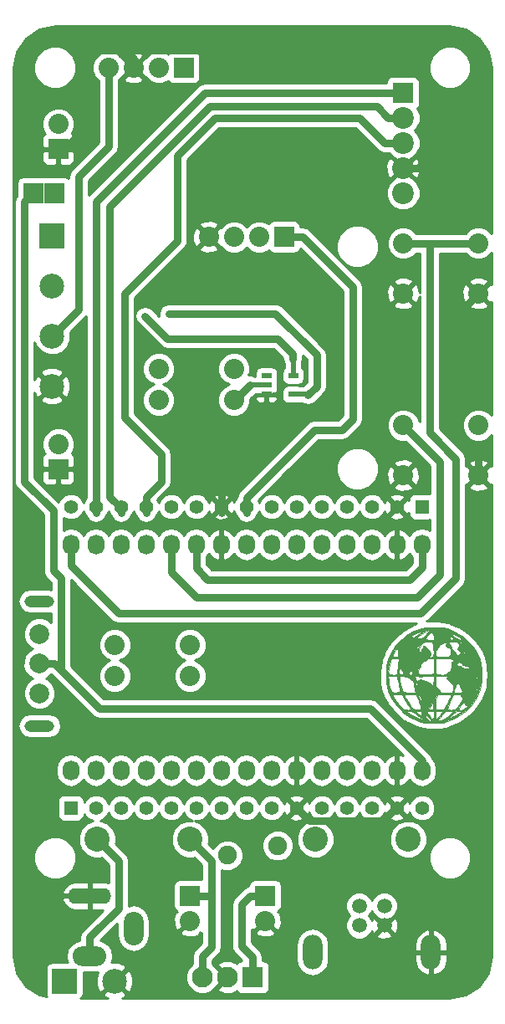
<source format=gbr>
G04 #@! TF.FileFunction,Copper,L1,Top,Signal*
%FSLAX46Y46*%
G04 Gerber Fmt 4.6, Leading zero omitted, Abs format (unit mm)*
G04 Created by KiCad (PCBNEW 4.0.4-stable) date 06/22/17 13:57:42*
%MOMM*%
%LPD*%
G01*
G04 APERTURE LIST*
%ADD10C,0.500000*%
%ADD11C,0.010000*%
%ADD12C,2.540000*%
%ADD13R,2.032000X2.032000*%
%ADD14C,2.032000*%
%ADD15O,4.399280X1.600200*%
%ADD16O,3.401060X1.998980*%
%ADD17O,1.998980X3.401060*%
%ADD18C,1.905000*%
%ADD19R,1.000000X0.550000*%
%ADD20R,2.100580X2.100580*%
%ADD21C,2.199640*%
%ADD22C,1.397000*%
%ADD23R,1.397000X1.397000*%
%ADD24C,2.000000*%
%ADD25O,3.000000X1.200000*%
%ADD26C,2.100580*%
%ADD27R,2.499360X2.499360*%
%ADD28C,2.499360*%
%ADD29O,1.727200X2.032000*%
%ADD30C,0.010000*%
%ADD31C,1.500000*%
%ADD32O,2.000000X3.500000*%
%ADD33C,0.600000*%
%ADD34C,0.762000*%
%ADD35C,0.508000*%
%ADD36C,0.254000*%
G04 APERTURE END LIST*
D10*
D11*
G36*
X44680092Y40509486D02*
X45242908Y40464429D01*
X45717235Y40375807D01*
X45790706Y40354542D01*
X46607578Y40015299D01*
X47356366Y39535203D01*
X47886072Y39059761D01*
X48345128Y38531669D01*
X48691358Y38009757D01*
X48965748Y37429380D01*
X49035661Y37246568D01*
X49144208Y36821991D01*
X49211463Y36289005D01*
X49236724Y35703601D01*
X49219288Y35121766D01*
X49158454Y34599491D01*
X49073268Y34247667D01*
X48701352Y33380657D01*
X48208998Y32624171D01*
X47603541Y31986797D01*
X46892312Y31477122D01*
X46555847Y31299390D01*
X46177794Y31132722D01*
X45795020Y30986788D01*
X45474552Y30886533D01*
X45398332Y30868628D01*
X45040714Y30820357D01*
X44588732Y30794038D01*
X44116094Y30790998D01*
X43696508Y30812564D01*
X43518666Y30834786D01*
X43052855Y30950794D01*
X42532494Y31140168D01*
X42036263Y31371762D01*
X41766875Y31528273D01*
X41201718Y31966924D01*
X41656000Y31966924D01*
X41726788Y31896492D01*
X41916380Y31774474D01*
X42190614Y31621915D01*
X42343137Y31543590D01*
X42707528Y31368621D01*
X42977621Y31253920D01*
X43139182Y31203971D01*
X43177980Y31223259D01*
X43090224Y31308193D01*
X42953753Y31417597D01*
X42874248Y31482426D01*
X43524106Y31482426D01*
X43581397Y31345817D01*
X43691298Y31215632D01*
X43840337Y31094720D01*
X43982111Y31033979D01*
X44071631Y31043067D01*
X44070264Y31058756D01*
X44810409Y31058756D01*
X44852507Y31040848D01*
X44908702Y31058279D01*
X45095329Y31107830D01*
X45168202Y31115000D01*
X45287498Y31163093D01*
X45488601Y31287090D01*
X45599702Y31364855D01*
X45961351Y31364855D01*
X45975151Y31337793D01*
X46087851Y31369532D01*
X46101000Y31374157D01*
X46333427Y31473897D01*
X46613446Y31616799D01*
X46710457Y31671558D01*
X46986293Y31847355D01*
X47107844Y31964826D01*
X47077950Y32028769D01*
X46931496Y32044592D01*
X46691535Y31973632D01*
X46382671Y31760404D01*
X46270333Y31663529D01*
X46056421Y31467754D01*
X45961351Y31364855D01*
X45599702Y31364855D01*
X45730736Y31456572D01*
X45973129Y31641119D01*
X46175007Y31810312D01*
X46295597Y31933730D01*
X46312666Y31968844D01*
X46237142Y32015749D01*
X46046770Y32043292D01*
X45944920Y32046334D01*
X45728331Y32033663D01*
X45568297Y31974409D01*
X45409046Y31836708D01*
X45240977Y31644167D01*
X44995686Y31344620D01*
X44855149Y31154748D01*
X44810409Y31058756D01*
X44070264Y31058756D01*
X44063908Y31131645D01*
X44061401Y31136167D01*
X43927805Y31324738D01*
X43771586Y31484258D01*
X43638855Y31571900D01*
X43591026Y31573061D01*
X43524106Y31482426D01*
X42874248Y31482426D01*
X42741294Y31590836D01*
X42573504Y31728834D01*
X42243333Y31956380D01*
X42140854Y31989000D01*
X42587333Y31989000D01*
X42646398Y31904023D01*
X42794525Y31759503D01*
X42862500Y31700654D01*
X43035547Y31562491D01*
X43120722Y31528615D01*
X43156791Y31590901D01*
X43165528Y31637145D01*
X43166978Y31838541D01*
X43147019Y31925491D01*
X43108566Y31954750D01*
X43688000Y31954750D01*
X43735861Y31854433D01*
X43855633Y31676782D01*
X44011600Y31468282D01*
X44168043Y31275423D01*
X44289245Y31144691D01*
X44333199Y31115000D01*
X44350802Y31191603D01*
X44362474Y31389194D01*
X44365333Y31580667D01*
X44365333Y32046334D01*
X44534666Y32046334D01*
X44538460Y31559500D01*
X44542254Y31072667D01*
X44919460Y31493682D01*
X45110959Y31716596D01*
X45246726Y31892147D01*
X45296666Y31980515D01*
X45220958Y32019776D01*
X45029417Y32043320D01*
X44915666Y32046334D01*
X44534666Y32046334D01*
X44365333Y32046334D01*
X44026666Y32046334D01*
X43814498Y32026022D01*
X43696603Y31975259D01*
X43688000Y31954750D01*
X43108566Y31954750D01*
X43054317Y31996027D01*
X42885297Y32039738D01*
X42709992Y32048678D01*
X42598440Y32014900D01*
X42587333Y31989000D01*
X42140854Y31989000D01*
X41966739Y32044422D01*
X41922446Y32046334D01*
X41738774Y32024319D01*
X41656337Y31970928D01*
X41656000Y31966924D01*
X41201718Y31966924D01*
X41178751Y31984750D01*
X40641538Y32546899D01*
X40183426Y33176189D01*
X39916818Y33676167D01*
X40216983Y33676167D01*
X40271525Y33519396D01*
X40414001Y33280103D01*
X40614223Y32997092D01*
X40841998Y32709169D01*
X41067137Y32455136D01*
X41259450Y32273800D01*
X41356343Y32211705D01*
X41572144Y32155657D01*
X41805227Y32137382D01*
X41980318Y32160324D01*
X42016907Y32181464D01*
X41999774Y32271797D01*
X41903198Y32453151D01*
X41789663Y32625964D01*
X41587561Y32928132D01*
X41390688Y33246562D01*
X41314387Y33379834D01*
X41190949Y33588763D01*
X41151619Y33625794D01*
X41402000Y33625794D01*
X41448288Y33494777D01*
X41569069Y33270784D01*
X41737213Y32996289D01*
X41925591Y32713766D01*
X42107074Y32465691D01*
X42248437Y32300563D01*
X42463938Y32175669D01*
X42717473Y32148284D01*
X42941447Y32217490D01*
X43025560Y32299542D01*
X43917104Y32299542D01*
X43938657Y32175262D01*
X44097158Y32142559D01*
X44140489Y32147325D01*
X44243449Y32181158D01*
X44301260Y32272844D01*
X44329242Y32463513D01*
X44336356Y32616106D01*
X44533959Y32616106D01*
X44542513Y32355565D01*
X44585354Y32195479D01*
X44595014Y32183542D01*
X44709335Y32152290D01*
X44927659Y32143634D01*
X45039514Y32148264D01*
X45233913Y32166130D01*
X45367140Y32210286D01*
X45401281Y32242699D01*
X45768578Y32242699D01*
X45770044Y32203191D01*
X45884653Y32150779D01*
X46095996Y32133176D01*
X46335244Y32149644D01*
X46533570Y32199445D01*
X46559152Y32211646D01*
X46570173Y32221316D01*
X46905333Y32221316D01*
X46968506Y32137722D01*
X47127627Y32136526D01*
X47337094Y32207184D01*
X47551308Y32339154D01*
X47602497Y32382519D01*
X47765695Y32537175D01*
X47811178Y32611088D01*
X47749169Y32634450D01*
X47688500Y32636519D01*
X47534796Y32686851D01*
X47498000Y32766000D01*
X47457622Y32878749D01*
X47423382Y32893000D01*
X47327714Y32829447D01*
X47186618Y32674889D01*
X47041861Y32483480D01*
X46935208Y32309374D01*
X46905333Y32221316D01*
X46570173Y32221316D01*
X46683730Y32320951D01*
X46859473Y32526197D01*
X47029079Y32755813D01*
X47198036Y33009678D01*
X47281541Y33176100D01*
X47293586Y33304693D01*
X47248162Y33445071D01*
X47233158Y33479501D01*
X47143082Y33641840D01*
X47023344Y33717697D01*
X46812513Y33739080D01*
X46733866Y33739667D01*
X46349735Y33739667D01*
X46037582Y33007524D01*
X45906422Y32682224D01*
X45812527Y32414573D01*
X45768578Y32242699D01*
X45401281Y32242699D01*
X45475305Y32312974D01*
X45594516Y32506439D01*
X45731327Y32766000D01*
X45937740Y33165572D01*
X46063378Y33437617D01*
X46102113Y33606601D01*
X46047813Y33696991D01*
X45894350Y33733254D01*
X45635594Y33739855D01*
X45487386Y33739667D01*
X44820029Y33739667D01*
X44677347Y33440461D01*
X44605045Y33214554D01*
X44556026Y32921102D01*
X44533959Y32616106D01*
X44336356Y32616106D01*
X44339397Y32681334D01*
X44343267Y32942649D01*
X44331065Y33047350D01*
X44300355Y33007606D01*
X44283825Y32958768D01*
X44176903Y32722215D01*
X44035748Y32504316D01*
X43917104Y32299542D01*
X43025560Y32299542D01*
X43037561Y32311248D01*
X43063821Y32430477D01*
X43024298Y32626370D01*
X42911649Y32928074D01*
X42840299Y33094415D01*
X42624917Y33584513D01*
X42821638Y33584513D01*
X42875183Y33404742D01*
X42941980Y33231667D01*
X43046430Y32997408D01*
X43128587Y32843673D01*
X43160102Y32808334D01*
X43176029Y32882822D01*
X43165822Y33069869D01*
X43155234Y33159203D01*
X43071194Y33464799D01*
X42924840Y33628798D01*
X42824858Y33653704D01*
X42821638Y33584513D01*
X42624917Y33584513D01*
X42556731Y33739667D01*
X41979365Y33739667D01*
X41651564Y33729859D01*
X41467598Y33697209D01*
X41402930Y33636876D01*
X41402000Y33625794D01*
X41151619Y33625794D01*
X41077567Y33695515D01*
X40912518Y33734383D01*
X40666742Y33739667D01*
X40416660Y33728884D01*
X40253383Y33701156D01*
X40216983Y33676167D01*
X39916818Y33676167D01*
X39832607Y33834089D01*
X39622346Y34459381D01*
X39559905Y34884414D01*
X39532937Y35409934D01*
X39535590Y35612064D01*
X39767938Y35612064D01*
X39819193Y35063182D01*
X39866980Y34718815D01*
X39937670Y34394880D01*
X39996904Y34211650D01*
X40083012Y34032192D01*
X40183206Y33942802D01*
X40354760Y33912198D01*
X40551013Y33909000D01*
X40793627Y33920310D01*
X40947925Y33949257D01*
X40977244Y33972500D01*
X40960674Y34078629D01*
X40917475Y34309777D01*
X40855395Y34625154D01*
X40820447Y34798000D01*
X40713731Y35321368D01*
X40894000Y35321368D01*
X40919688Y35072483D01*
X40985716Y34755942D01*
X41075531Y34432218D01*
X41172578Y34161779D01*
X41251672Y34014834D01*
X41392018Y33952176D01*
X41673505Y33916149D01*
X41924203Y33909000D01*
X42510339Y33909000D01*
X42454597Y34226500D01*
X42384106Y34621936D01*
X42347326Y34787391D01*
X42516217Y34787391D01*
X42537315Y34702828D01*
X42606836Y34609111D01*
X42691708Y34656843D01*
X42745998Y34772429D01*
X42690344Y34855856D01*
X42577548Y34915389D01*
X42535951Y34901841D01*
X42516217Y34787391D01*
X42347326Y34787391D01*
X42325087Y34887427D01*
X42257342Y35059372D01*
X42160673Y35174170D01*
X42014879Y35268222D01*
X41821808Y35366805D01*
X41578592Y35473458D01*
X42449384Y35473458D01*
X42451274Y35468409D01*
X42497835Y35277681D01*
X42502666Y35214409D01*
X42567917Y35119388D01*
X42714607Y35098825D01*
X42869137Y35159072D01*
X42893773Y35180641D01*
X43029410Y35210381D01*
X43259605Y35167892D01*
X43537002Y35073322D01*
X43814245Y34946826D01*
X44043980Y34808553D01*
X44178850Y34678655D01*
X44196000Y34626493D01*
X44242409Y34515224D01*
X44280666Y34501667D01*
X44324910Y34579425D01*
X44355201Y34785407D01*
X44365333Y35052000D01*
X44365333Y35602334D01*
X44534666Y35602334D01*
X44534666Y35023257D01*
X44539747Y34712979D01*
X44564192Y34527883D01*
X44621807Y34423911D01*
X44726398Y34357002D01*
X44746333Y34347739D01*
X44912710Y34211390D01*
X44958000Y34080149D01*
X44972654Y33992464D01*
X45040116Y33941129D01*
X45195633Y33916583D01*
X45474454Y33909265D01*
X45589020Y33909000D01*
X46220040Y33909000D01*
X46401566Y33909000D01*
X46822783Y33909000D01*
X47079064Y33919553D01*
X47205623Y33960367D01*
X47241259Y34045181D01*
X47241307Y34057167D01*
X47189589Y34242846D01*
X47188311Y34245034D01*
X48629576Y34245034D01*
X48645587Y34155578D01*
X48713019Y34107685D01*
X48776654Y34210954D01*
X48832656Y34383660D01*
X48846715Y34456310D01*
X48803366Y34470319D01*
X48715648Y34400935D01*
X48629576Y34245034D01*
X47188311Y34245034D01*
X47120122Y34361730D01*
X47044044Y34532405D01*
X47047206Y34636897D01*
X47042310Y34740679D01*
X47005983Y34755667D01*
X46854556Y34783961D01*
X46786434Y34806607D01*
X46671888Y34791825D01*
X46574584Y34641546D01*
X46486949Y34341570D01*
X46454375Y34184167D01*
X46401566Y33909000D01*
X46220040Y33909000D01*
X46308214Y34226500D01*
X46378803Y34518146D01*
X46386439Y34682262D01*
X46329453Y34749172D01*
X46279104Y34755667D01*
X46162553Y34808460D01*
X46009361Y34939223D01*
X45855443Y35106535D01*
X45771536Y35221334D01*
X48852666Y35221334D01*
X48895000Y35179000D01*
X48937333Y35221334D01*
X48895000Y35263667D01*
X48852666Y35221334D01*
X45771536Y35221334D01*
X45736715Y35268975D01*
X45689091Y35385121D01*
X45707624Y35414764D01*
X45763721Y35465797D01*
X48627770Y35465797D01*
X48641000Y35433000D01*
X48717082Y35352230D01*
X48730663Y35348334D01*
X48767029Y35413840D01*
X48768000Y35433000D01*
X48702912Y35514414D01*
X48678336Y35517667D01*
X48627770Y35465797D01*
X45763721Y35465797D01*
X45799655Y35498487D01*
X45804666Y35524723D01*
X45726925Y35561819D01*
X45521281Y35589261D01*
X45229101Y35601994D01*
X45169666Y35602334D01*
X44534666Y35602334D01*
X44365333Y35602334D01*
X43903650Y35602334D01*
X43597532Y35584068D01*
X43328414Y35537472D01*
X43224020Y35503030D01*
X43035458Y35446104D01*
X42913080Y35496893D01*
X42906770Y35503030D01*
X42748088Y35581759D01*
X42603674Y35602334D01*
X42457802Y35573668D01*
X42449384Y35473458D01*
X41578592Y35473458D01*
X41532173Y35493813D01*
X41266587Y35578923D01*
X41126833Y35600915D01*
X40967115Y35581594D01*
X40903885Y35486649D01*
X40894000Y35321368D01*
X40713731Y35321368D01*
X40665072Y35560000D01*
X39767938Y35612064D01*
X39535590Y35612064D01*
X39540311Y35971567D01*
X39542624Y36001964D01*
X39768497Y36001964D01*
X39789394Y35853865D01*
X39868192Y35772116D01*
X39869061Y35771606D01*
X40072329Y35709376D01*
X40331550Y35693567D01*
X40555209Y35726618D01*
X40610825Y35751844D01*
X40660381Y35859407D01*
X40676695Y35936236D01*
X40867937Y35936236D01*
X40907810Y35798114D01*
X40911873Y35792834D01*
X41029275Y35697267D01*
X41165733Y35729763D01*
X41222003Y35763285D01*
X41285879Y35838943D01*
X41270834Y35904320D01*
X41872062Y35904320D01*
X41872805Y35760945D01*
X41893913Y35731310D01*
X42026584Y35693362D01*
X42162375Y35772643D01*
X42233388Y35920699D01*
X42227515Y35972045D01*
X42418000Y35972045D01*
X42444461Y35804697D01*
X42502519Y35725850D01*
X42560186Y35767602D01*
X42574106Y35815398D01*
X42551122Y35990163D01*
X42510606Y36051594D01*
X42437729Y36082348D01*
X42418000Y35972045D01*
X42227515Y35972045D01*
X42216257Y36070468D01*
X42136582Y36096684D01*
X42768180Y36096684D01*
X42772829Y35894141D01*
X42889744Y35764755D01*
X42947166Y35746753D01*
X43300645Y35706873D01*
X43702986Y35701651D01*
X44055067Y35731676D01*
X44100750Y35739917D01*
X44365333Y35792834D01*
X44365333Y36585073D01*
X44534666Y36585073D01*
X44536744Y36194216D01*
X44558852Y35941636D01*
X44624797Y35796318D01*
X44758390Y35727249D01*
X44983439Y35703414D01*
X45216557Y35696822D01*
X45475354Y35708249D01*
X45662578Y35781911D01*
X45794176Y35896102D01*
X48366564Y35896102D01*
X48383518Y35861967D01*
X48464251Y35774434D01*
X48479102Y35836163D01*
X48458549Y35902319D01*
X48396216Y35994525D01*
X48368062Y35992618D01*
X48366564Y35896102D01*
X45794176Y35896102D01*
X45858952Y35952309D01*
X45891060Y35985116D01*
X46072003Y36196478D01*
X46152280Y36385122D01*
X46164678Y36632562D01*
X46163501Y36662449D01*
X46164299Y36720730D01*
X46668321Y36720730D01*
X46692100Y36639774D01*
X46852633Y36618334D01*
X47053176Y36569818D01*
X47155410Y36496061D01*
X47303490Y36405846D01*
X47533092Y36345314D01*
X47567944Y36340960D01*
X47791011Y36315692D01*
X47936840Y36296057D01*
X47948708Y36293900D01*
X47994194Y36348657D01*
X47990311Y36427834D01*
X47975376Y36449000D01*
X48175333Y36449000D01*
X48204220Y36366535D01*
X48212669Y36364334D01*
X48284955Y36423663D01*
X48302333Y36449000D01*
X48295620Y36527019D01*
X48264996Y36533667D01*
X48178778Y36472207D01*
X48175333Y36449000D01*
X47975376Y36449000D01*
X47916036Y36533094D01*
X47722072Y36589588D01*
X47596044Y36602380D01*
X47357233Y36637200D01*
X47268523Y36700660D01*
X47272574Y36740010D01*
X47238136Y36853820D01*
X47118427Y36940945D01*
X46940812Y36983987D01*
X46801126Y36897121D01*
X46786461Y36881315D01*
X46668321Y36720730D01*
X46164299Y36720730D01*
X46166853Y36906971D01*
X46212123Y37020715D01*
X46278373Y37041667D01*
X46377907Y37105249D01*
X46381371Y37189834D01*
X46348271Y37256773D01*
X46259673Y37302224D01*
X46085947Y37331629D01*
X45797464Y37350429D01*
X45443829Y37362032D01*
X44534666Y37386063D01*
X44534666Y36585073D01*
X44365333Y36585073D01*
X44365333Y37380334D01*
X44078058Y37380334D01*
X43846808Y37343065D01*
X43742048Y37253334D01*
X43631337Y37140742D01*
X43568019Y37126334D01*
X43411616Y37066147D01*
X43226276Y36922434D01*
X43071792Y36750469D01*
X43007973Y36608625D01*
X42957675Y36452379D01*
X42880973Y36326985D01*
X42768180Y36096684D01*
X42136582Y36096684D01*
X42095096Y36110334D01*
X41959623Y36046148D01*
X41872062Y35904320D01*
X41270834Y35904320D01*
X41257278Y35963224D01*
X41182582Y36100656D01*
X41065997Y36274210D01*
X40979641Y36361782D01*
X40970282Y36364334D01*
X40906640Y36292412D01*
X40870036Y36125358D01*
X40867937Y35936236D01*
X40676695Y35936236D01*
X40710563Y36095728D01*
X40753771Y36420435D01*
X40769912Y36597215D01*
X40831174Y37380334D01*
X40452655Y37380334D01*
X40216298Y37371369D01*
X40089673Y37315679D01*
X40013218Y37170066D01*
X39969063Y37029631D01*
X39888686Y36717920D01*
X39815803Y36366176D01*
X39798556Y36264995D01*
X39768497Y36001964D01*
X39542624Y36001964D01*
X39580899Y36504937D01*
X39653568Y36945670D01*
X39666938Y36998956D01*
X39886549Y37583058D01*
X40256187Y37583058D01*
X40349969Y37492390D01*
X40534782Y37505235D01*
X40708112Y37552711D01*
X40783618Y37580397D01*
X40782016Y37666030D01*
X40759284Y37866264D01*
X40738009Y38018015D01*
X40723683Y38114327D01*
X42857488Y38114327D01*
X42948534Y38060732D01*
X43001608Y38057667D01*
X43168335Y38131955D01*
X43254548Y38344896D01*
X43264666Y38487925D01*
X43308916Y38629392D01*
X43423883Y38650446D01*
X43582893Y38569200D01*
X43759272Y38403766D01*
X43926345Y38172253D01*
X44028090Y37969563D01*
X44095016Y37767886D01*
X44075459Y37671774D01*
X44042868Y37653846D01*
X43978220Y37576189D01*
X43988802Y37542436D01*
X44048564Y37474420D01*
X44145017Y37484737D01*
X44231408Y37516392D01*
X44324986Y37641265D01*
X44361629Y37893698D01*
X44534666Y37893698D01*
X44546443Y37676739D01*
X44608922Y37574438D01*
X44762828Y37532413D01*
X44809833Y37526248D01*
X45353063Y37480185D01*
X45743438Y37495514D01*
X45978679Y37572100D01*
X46010285Y37598048D01*
X46110702Y37790343D01*
X46121391Y38030214D01*
X46056344Y38261973D01*
X45929555Y38429935D01*
X45788419Y38481000D01*
X45637837Y38538813D01*
X45568161Y38666876D01*
X45608535Y38797127D01*
X45641710Y38823609D01*
X45709352Y38917199D01*
X45692530Y38960025D01*
X45579498Y38971911D01*
X45463298Y38922295D01*
X45280341Y38839137D01*
X45179178Y38819667D01*
X45063805Y38752486D01*
X44923633Y38585106D01*
X44884551Y38523334D01*
X44754791Y38336729D01*
X44645110Y38233947D01*
X44622188Y38227000D01*
X44567025Y38151975D01*
X44536689Y37964889D01*
X44534666Y37893698D01*
X44361629Y37893698D01*
X44365021Y37917064D01*
X44350831Y38333842D01*
X44311491Y38680850D01*
X44268091Y38997492D01*
X45902764Y38997492D01*
X45937982Y38894163D01*
X46016333Y38819667D01*
X46117963Y38655164D01*
X46143333Y38514919D01*
X46218321Y38307531D01*
X46355000Y38176881D01*
X46506669Y38046984D01*
X46566666Y37937863D01*
X46633276Y37765781D01*
X46789635Y37694250D01*
X46913588Y37723419D01*
X47062356Y37826496D01*
X47112720Y37881410D01*
X47085411Y37973000D01*
X47371000Y37973000D01*
X47377712Y37894982D01*
X47408336Y37888334D01*
X47494554Y37949794D01*
X47498000Y37973000D01*
X47469113Y38055466D01*
X47460663Y38057667D01*
X47388377Y37998338D01*
X47371000Y37973000D01*
X47085411Y37973000D01*
X47084259Y37976862D01*
X46952037Y38109275D01*
X46928082Y38127332D01*
X46857082Y38184667D01*
X47582666Y38184667D01*
X47625000Y38142334D01*
X47667333Y38184667D01*
X47625000Y38227000D01*
X47582666Y38184667D01*
X46857082Y38184667D01*
X46777586Y38248862D01*
X46767381Y38283445D01*
X47864888Y38283445D01*
X47876511Y38233111D01*
X47921333Y38227000D01*
X47991023Y38257979D01*
X47977777Y38283445D01*
X47877298Y38293578D01*
X47864888Y38283445D01*
X46767381Y38283445D01*
X46751797Y38336250D01*
X46826708Y38438667D01*
X47413333Y38438667D01*
X47455666Y38396334D01*
X47498000Y38438667D01*
X47455666Y38481000D01*
X47413333Y38438667D01*
X46826708Y38438667D01*
X46835136Y38450189D01*
X46842979Y38458878D01*
X46968291Y38632047D01*
X46959928Y38773093D01*
X46849877Y38918834D01*
X46683756Y39021501D01*
X47018769Y39021501D01*
X47032333Y38989000D01*
X47144492Y38907495D01*
X47169326Y38904334D01*
X47215230Y38956500D01*
X47201666Y38989000D01*
X47089507Y39070506D01*
X47064673Y39073667D01*
X47018769Y39021501D01*
X46683756Y39021501D01*
X46669661Y39030212D01*
X46374514Y39072557D01*
X46299544Y39073667D01*
X46021276Y39055524D01*
X45902764Y38997492D01*
X44268091Y38997492D01*
X44257650Y39073667D01*
X43816614Y39073667D01*
X43515097Y39053136D01*
X43305420Y38969285D01*
X43138259Y38788727D01*
X42978543Y38506372D01*
X42867929Y38254368D01*
X42857488Y38114327D01*
X40723683Y38114327D01*
X40689692Y38342826D01*
X42592958Y38342826D01*
X42658409Y38311667D01*
X42740116Y38380324D01*
X42834828Y38542868D01*
X42902242Y38699415D01*
X42883567Y38717775D01*
X42763751Y38614413D01*
X42621761Y38453177D01*
X42592958Y38342826D01*
X40689692Y38342826D01*
X40675434Y38438667D01*
X40440015Y38070956D01*
X40285795Y37778346D01*
X40256187Y37583058D01*
X39886549Y37583058D01*
X39958444Y37774275D01*
X40395688Y38492426D01*
X40959433Y39134418D01*
X41198087Y39328911D01*
X43518666Y39328911D01*
X43594811Y39279904D01*
X43789502Y39248799D01*
X43942000Y39243000D01*
X44365333Y39243000D01*
X44365333Y39412334D01*
X45974000Y39412334D01*
X46023608Y39279549D01*
X46185666Y39243000D01*
X46344797Y39270970D01*
X46397333Y39324688D01*
X46331773Y39418343D01*
X46187291Y39521295D01*
X46042188Y39579950D01*
X46021899Y39581667D01*
X45982927Y39510487D01*
X45974000Y39412334D01*
X44365333Y39412334D01*
X44365333Y39528967D01*
X44326170Y39763313D01*
X44261133Y39874445D01*
X46102532Y39874445D01*
X46173728Y39771948D01*
X46323504Y39634193D01*
X46518442Y39486935D01*
X46725126Y39355929D01*
X46910140Y39266930D01*
X47016163Y39243230D01*
X47174810Y39268131D01*
X47200576Y39329431D01*
X47088617Y39429749D01*
X46877101Y39567982D01*
X46620334Y39714002D01*
X46372626Y39837683D01*
X46188283Y39908898D01*
X46143333Y39915929D01*
X46102532Y39874445D01*
X44261133Y39874445D01*
X44230465Y39926848D01*
X44229016Y39928066D01*
X44131962Y39979295D01*
X44026608Y39942697D01*
X43871403Y39798637D01*
X43805683Y39728010D01*
X43639805Y39531098D01*
X43536145Y39377434D01*
X43518666Y39328911D01*
X41198087Y39328911D01*
X41302945Y39414365D01*
X42649029Y39414365D01*
X42673768Y39373847D01*
X42833419Y39367257D01*
X42916226Y39369047D01*
X43112262Y39390248D01*
X43275850Y39462181D01*
X43455220Y39614529D01*
X43646047Y39818208D01*
X43829939Y40033642D01*
X43945289Y40190670D01*
X43969627Y40258339D01*
X43966031Y40259000D01*
X43848807Y40215508D01*
X43636745Y40103138D01*
X43374472Y39949052D01*
X43106613Y39780411D01*
X42877796Y39624376D01*
X42733191Y39508647D01*
X42649029Y39414365D01*
X41302945Y39414365D01*
X41530625Y39599913D01*
X42129218Y39599913D01*
X42167602Y39534994D01*
X42226826Y39473709D01*
X42293695Y39458337D01*
X42400748Y39502132D01*
X42580524Y39618349D01*
X42862500Y39818052D01*
X43077929Y39976856D01*
X43223881Y40093628D01*
X43264666Y40136187D01*
X43195141Y40133036D01*
X43018257Y40078942D01*
X42781553Y39991377D01*
X42532567Y39887814D01*
X42336967Y39795213D01*
X42164984Y39688370D01*
X42129218Y39599913D01*
X41530625Y39599913D01*
X41630445Y39681261D01*
X42389487Y40113966D01*
X43089533Y40377843D01*
X43540522Y40466735D01*
X44091670Y40510435D01*
X44680092Y40509486D01*
X44680092Y40509486D01*
G37*
X44680092Y40509486D02*
X45242908Y40464429D01*
X45717235Y40375807D01*
X45790706Y40354542D01*
X46607578Y40015299D01*
X47356366Y39535203D01*
X47886072Y39059761D01*
X48345128Y38531669D01*
X48691358Y38009757D01*
X48965748Y37429380D01*
X49035661Y37246568D01*
X49144208Y36821991D01*
X49211463Y36289005D01*
X49236724Y35703601D01*
X49219288Y35121766D01*
X49158454Y34599491D01*
X49073268Y34247667D01*
X48701352Y33380657D01*
X48208998Y32624171D01*
X47603541Y31986797D01*
X46892312Y31477122D01*
X46555847Y31299390D01*
X46177794Y31132722D01*
X45795020Y30986788D01*
X45474552Y30886533D01*
X45398332Y30868628D01*
X45040714Y30820357D01*
X44588732Y30794038D01*
X44116094Y30790998D01*
X43696508Y30812564D01*
X43518666Y30834786D01*
X43052855Y30950794D01*
X42532494Y31140168D01*
X42036263Y31371762D01*
X41766875Y31528273D01*
X41201718Y31966924D01*
X41656000Y31966924D01*
X41726788Y31896492D01*
X41916380Y31774474D01*
X42190614Y31621915D01*
X42343137Y31543590D01*
X42707528Y31368621D01*
X42977621Y31253920D01*
X43139182Y31203971D01*
X43177980Y31223259D01*
X43090224Y31308193D01*
X42953753Y31417597D01*
X42874248Y31482426D01*
X43524106Y31482426D01*
X43581397Y31345817D01*
X43691298Y31215632D01*
X43840337Y31094720D01*
X43982111Y31033979D01*
X44071631Y31043067D01*
X44070264Y31058756D01*
X44810409Y31058756D01*
X44852507Y31040848D01*
X44908702Y31058279D01*
X45095329Y31107830D01*
X45168202Y31115000D01*
X45287498Y31163093D01*
X45488601Y31287090D01*
X45599702Y31364855D01*
X45961351Y31364855D01*
X45975151Y31337793D01*
X46087851Y31369532D01*
X46101000Y31374157D01*
X46333427Y31473897D01*
X46613446Y31616799D01*
X46710457Y31671558D01*
X46986293Y31847355D01*
X47107844Y31964826D01*
X47077950Y32028769D01*
X46931496Y32044592D01*
X46691535Y31973632D01*
X46382671Y31760404D01*
X46270333Y31663529D01*
X46056421Y31467754D01*
X45961351Y31364855D01*
X45599702Y31364855D01*
X45730736Y31456572D01*
X45973129Y31641119D01*
X46175007Y31810312D01*
X46295597Y31933730D01*
X46312666Y31968844D01*
X46237142Y32015749D01*
X46046770Y32043292D01*
X45944920Y32046334D01*
X45728331Y32033663D01*
X45568297Y31974409D01*
X45409046Y31836708D01*
X45240977Y31644167D01*
X44995686Y31344620D01*
X44855149Y31154748D01*
X44810409Y31058756D01*
X44070264Y31058756D01*
X44063908Y31131645D01*
X44061401Y31136167D01*
X43927805Y31324738D01*
X43771586Y31484258D01*
X43638855Y31571900D01*
X43591026Y31573061D01*
X43524106Y31482426D01*
X42874248Y31482426D01*
X42741294Y31590836D01*
X42573504Y31728834D01*
X42243333Y31956380D01*
X42140854Y31989000D01*
X42587333Y31989000D01*
X42646398Y31904023D01*
X42794525Y31759503D01*
X42862500Y31700654D01*
X43035547Y31562491D01*
X43120722Y31528615D01*
X43156791Y31590901D01*
X43165528Y31637145D01*
X43166978Y31838541D01*
X43147019Y31925491D01*
X43108566Y31954750D01*
X43688000Y31954750D01*
X43735861Y31854433D01*
X43855633Y31676782D01*
X44011600Y31468282D01*
X44168043Y31275423D01*
X44289245Y31144691D01*
X44333199Y31115000D01*
X44350802Y31191603D01*
X44362474Y31389194D01*
X44365333Y31580667D01*
X44365333Y32046334D01*
X44534666Y32046334D01*
X44538460Y31559500D01*
X44542254Y31072667D01*
X44919460Y31493682D01*
X45110959Y31716596D01*
X45246726Y31892147D01*
X45296666Y31980515D01*
X45220958Y32019776D01*
X45029417Y32043320D01*
X44915666Y32046334D01*
X44534666Y32046334D01*
X44365333Y32046334D01*
X44026666Y32046334D01*
X43814498Y32026022D01*
X43696603Y31975259D01*
X43688000Y31954750D01*
X43108566Y31954750D01*
X43054317Y31996027D01*
X42885297Y32039738D01*
X42709992Y32048678D01*
X42598440Y32014900D01*
X42587333Y31989000D01*
X42140854Y31989000D01*
X41966739Y32044422D01*
X41922446Y32046334D01*
X41738774Y32024319D01*
X41656337Y31970928D01*
X41656000Y31966924D01*
X41201718Y31966924D01*
X41178751Y31984750D01*
X40641538Y32546899D01*
X40183426Y33176189D01*
X39916818Y33676167D01*
X40216983Y33676167D01*
X40271525Y33519396D01*
X40414001Y33280103D01*
X40614223Y32997092D01*
X40841998Y32709169D01*
X41067137Y32455136D01*
X41259450Y32273800D01*
X41356343Y32211705D01*
X41572144Y32155657D01*
X41805227Y32137382D01*
X41980318Y32160324D01*
X42016907Y32181464D01*
X41999774Y32271797D01*
X41903198Y32453151D01*
X41789663Y32625964D01*
X41587561Y32928132D01*
X41390688Y33246562D01*
X41314387Y33379834D01*
X41190949Y33588763D01*
X41151619Y33625794D01*
X41402000Y33625794D01*
X41448288Y33494777D01*
X41569069Y33270784D01*
X41737213Y32996289D01*
X41925591Y32713766D01*
X42107074Y32465691D01*
X42248437Y32300563D01*
X42463938Y32175669D01*
X42717473Y32148284D01*
X42941447Y32217490D01*
X43025560Y32299542D01*
X43917104Y32299542D01*
X43938657Y32175262D01*
X44097158Y32142559D01*
X44140489Y32147325D01*
X44243449Y32181158D01*
X44301260Y32272844D01*
X44329242Y32463513D01*
X44336356Y32616106D01*
X44533959Y32616106D01*
X44542513Y32355565D01*
X44585354Y32195479D01*
X44595014Y32183542D01*
X44709335Y32152290D01*
X44927659Y32143634D01*
X45039514Y32148264D01*
X45233913Y32166130D01*
X45367140Y32210286D01*
X45401281Y32242699D01*
X45768578Y32242699D01*
X45770044Y32203191D01*
X45884653Y32150779D01*
X46095996Y32133176D01*
X46335244Y32149644D01*
X46533570Y32199445D01*
X46559152Y32211646D01*
X46570173Y32221316D01*
X46905333Y32221316D01*
X46968506Y32137722D01*
X47127627Y32136526D01*
X47337094Y32207184D01*
X47551308Y32339154D01*
X47602497Y32382519D01*
X47765695Y32537175D01*
X47811178Y32611088D01*
X47749169Y32634450D01*
X47688500Y32636519D01*
X47534796Y32686851D01*
X47498000Y32766000D01*
X47457622Y32878749D01*
X47423382Y32893000D01*
X47327714Y32829447D01*
X47186618Y32674889D01*
X47041861Y32483480D01*
X46935208Y32309374D01*
X46905333Y32221316D01*
X46570173Y32221316D01*
X46683730Y32320951D01*
X46859473Y32526197D01*
X47029079Y32755813D01*
X47198036Y33009678D01*
X47281541Y33176100D01*
X47293586Y33304693D01*
X47248162Y33445071D01*
X47233158Y33479501D01*
X47143082Y33641840D01*
X47023344Y33717697D01*
X46812513Y33739080D01*
X46733866Y33739667D01*
X46349735Y33739667D01*
X46037582Y33007524D01*
X45906422Y32682224D01*
X45812527Y32414573D01*
X45768578Y32242699D01*
X45401281Y32242699D01*
X45475305Y32312974D01*
X45594516Y32506439D01*
X45731327Y32766000D01*
X45937740Y33165572D01*
X46063378Y33437617D01*
X46102113Y33606601D01*
X46047813Y33696991D01*
X45894350Y33733254D01*
X45635594Y33739855D01*
X45487386Y33739667D01*
X44820029Y33739667D01*
X44677347Y33440461D01*
X44605045Y33214554D01*
X44556026Y32921102D01*
X44533959Y32616106D01*
X44336356Y32616106D01*
X44339397Y32681334D01*
X44343267Y32942649D01*
X44331065Y33047350D01*
X44300355Y33007606D01*
X44283825Y32958768D01*
X44176903Y32722215D01*
X44035748Y32504316D01*
X43917104Y32299542D01*
X43025560Y32299542D01*
X43037561Y32311248D01*
X43063821Y32430477D01*
X43024298Y32626370D01*
X42911649Y32928074D01*
X42840299Y33094415D01*
X42624917Y33584513D01*
X42821638Y33584513D01*
X42875183Y33404742D01*
X42941980Y33231667D01*
X43046430Y32997408D01*
X43128587Y32843673D01*
X43160102Y32808334D01*
X43176029Y32882822D01*
X43165822Y33069869D01*
X43155234Y33159203D01*
X43071194Y33464799D01*
X42924840Y33628798D01*
X42824858Y33653704D01*
X42821638Y33584513D01*
X42624917Y33584513D01*
X42556731Y33739667D01*
X41979365Y33739667D01*
X41651564Y33729859D01*
X41467598Y33697209D01*
X41402930Y33636876D01*
X41402000Y33625794D01*
X41151619Y33625794D01*
X41077567Y33695515D01*
X40912518Y33734383D01*
X40666742Y33739667D01*
X40416660Y33728884D01*
X40253383Y33701156D01*
X40216983Y33676167D01*
X39916818Y33676167D01*
X39832607Y33834089D01*
X39622346Y34459381D01*
X39559905Y34884414D01*
X39532937Y35409934D01*
X39535590Y35612064D01*
X39767938Y35612064D01*
X39819193Y35063182D01*
X39866980Y34718815D01*
X39937670Y34394880D01*
X39996904Y34211650D01*
X40083012Y34032192D01*
X40183206Y33942802D01*
X40354760Y33912198D01*
X40551013Y33909000D01*
X40793627Y33920310D01*
X40947925Y33949257D01*
X40977244Y33972500D01*
X40960674Y34078629D01*
X40917475Y34309777D01*
X40855395Y34625154D01*
X40820447Y34798000D01*
X40713731Y35321368D01*
X40894000Y35321368D01*
X40919688Y35072483D01*
X40985716Y34755942D01*
X41075531Y34432218D01*
X41172578Y34161779D01*
X41251672Y34014834D01*
X41392018Y33952176D01*
X41673505Y33916149D01*
X41924203Y33909000D01*
X42510339Y33909000D01*
X42454597Y34226500D01*
X42384106Y34621936D01*
X42347326Y34787391D01*
X42516217Y34787391D01*
X42537315Y34702828D01*
X42606836Y34609111D01*
X42691708Y34656843D01*
X42745998Y34772429D01*
X42690344Y34855856D01*
X42577548Y34915389D01*
X42535951Y34901841D01*
X42516217Y34787391D01*
X42347326Y34787391D01*
X42325087Y34887427D01*
X42257342Y35059372D01*
X42160673Y35174170D01*
X42014879Y35268222D01*
X41821808Y35366805D01*
X41578592Y35473458D01*
X42449384Y35473458D01*
X42451274Y35468409D01*
X42497835Y35277681D01*
X42502666Y35214409D01*
X42567917Y35119388D01*
X42714607Y35098825D01*
X42869137Y35159072D01*
X42893773Y35180641D01*
X43029410Y35210381D01*
X43259605Y35167892D01*
X43537002Y35073322D01*
X43814245Y34946826D01*
X44043980Y34808553D01*
X44178850Y34678655D01*
X44196000Y34626493D01*
X44242409Y34515224D01*
X44280666Y34501667D01*
X44324910Y34579425D01*
X44355201Y34785407D01*
X44365333Y35052000D01*
X44365333Y35602334D01*
X44534666Y35602334D01*
X44534666Y35023257D01*
X44539747Y34712979D01*
X44564192Y34527883D01*
X44621807Y34423911D01*
X44726398Y34357002D01*
X44746333Y34347739D01*
X44912710Y34211390D01*
X44958000Y34080149D01*
X44972654Y33992464D01*
X45040116Y33941129D01*
X45195633Y33916583D01*
X45474454Y33909265D01*
X45589020Y33909000D01*
X46220040Y33909000D01*
X46401566Y33909000D01*
X46822783Y33909000D01*
X47079064Y33919553D01*
X47205623Y33960367D01*
X47241259Y34045181D01*
X47241307Y34057167D01*
X47189589Y34242846D01*
X47188311Y34245034D01*
X48629576Y34245034D01*
X48645587Y34155578D01*
X48713019Y34107685D01*
X48776654Y34210954D01*
X48832656Y34383660D01*
X48846715Y34456310D01*
X48803366Y34470319D01*
X48715648Y34400935D01*
X48629576Y34245034D01*
X47188311Y34245034D01*
X47120122Y34361730D01*
X47044044Y34532405D01*
X47047206Y34636897D01*
X47042310Y34740679D01*
X47005983Y34755667D01*
X46854556Y34783961D01*
X46786434Y34806607D01*
X46671888Y34791825D01*
X46574584Y34641546D01*
X46486949Y34341570D01*
X46454375Y34184167D01*
X46401566Y33909000D01*
X46220040Y33909000D01*
X46308214Y34226500D01*
X46378803Y34518146D01*
X46386439Y34682262D01*
X46329453Y34749172D01*
X46279104Y34755667D01*
X46162553Y34808460D01*
X46009361Y34939223D01*
X45855443Y35106535D01*
X45771536Y35221334D01*
X48852666Y35221334D01*
X48895000Y35179000D01*
X48937333Y35221334D01*
X48895000Y35263667D01*
X48852666Y35221334D01*
X45771536Y35221334D01*
X45736715Y35268975D01*
X45689091Y35385121D01*
X45707624Y35414764D01*
X45763721Y35465797D01*
X48627770Y35465797D01*
X48641000Y35433000D01*
X48717082Y35352230D01*
X48730663Y35348334D01*
X48767029Y35413840D01*
X48768000Y35433000D01*
X48702912Y35514414D01*
X48678336Y35517667D01*
X48627770Y35465797D01*
X45763721Y35465797D01*
X45799655Y35498487D01*
X45804666Y35524723D01*
X45726925Y35561819D01*
X45521281Y35589261D01*
X45229101Y35601994D01*
X45169666Y35602334D01*
X44534666Y35602334D01*
X44365333Y35602334D01*
X43903650Y35602334D01*
X43597532Y35584068D01*
X43328414Y35537472D01*
X43224020Y35503030D01*
X43035458Y35446104D01*
X42913080Y35496893D01*
X42906770Y35503030D01*
X42748088Y35581759D01*
X42603674Y35602334D01*
X42457802Y35573668D01*
X42449384Y35473458D01*
X41578592Y35473458D01*
X41532173Y35493813D01*
X41266587Y35578923D01*
X41126833Y35600915D01*
X40967115Y35581594D01*
X40903885Y35486649D01*
X40894000Y35321368D01*
X40713731Y35321368D01*
X40665072Y35560000D01*
X39767938Y35612064D01*
X39535590Y35612064D01*
X39540311Y35971567D01*
X39542624Y36001964D01*
X39768497Y36001964D01*
X39789394Y35853865D01*
X39868192Y35772116D01*
X39869061Y35771606D01*
X40072329Y35709376D01*
X40331550Y35693567D01*
X40555209Y35726618D01*
X40610825Y35751844D01*
X40660381Y35859407D01*
X40676695Y35936236D01*
X40867937Y35936236D01*
X40907810Y35798114D01*
X40911873Y35792834D01*
X41029275Y35697267D01*
X41165733Y35729763D01*
X41222003Y35763285D01*
X41285879Y35838943D01*
X41270834Y35904320D01*
X41872062Y35904320D01*
X41872805Y35760945D01*
X41893913Y35731310D01*
X42026584Y35693362D01*
X42162375Y35772643D01*
X42233388Y35920699D01*
X42227515Y35972045D01*
X42418000Y35972045D01*
X42444461Y35804697D01*
X42502519Y35725850D01*
X42560186Y35767602D01*
X42574106Y35815398D01*
X42551122Y35990163D01*
X42510606Y36051594D01*
X42437729Y36082348D01*
X42418000Y35972045D01*
X42227515Y35972045D01*
X42216257Y36070468D01*
X42136582Y36096684D01*
X42768180Y36096684D01*
X42772829Y35894141D01*
X42889744Y35764755D01*
X42947166Y35746753D01*
X43300645Y35706873D01*
X43702986Y35701651D01*
X44055067Y35731676D01*
X44100750Y35739917D01*
X44365333Y35792834D01*
X44365333Y36585073D01*
X44534666Y36585073D01*
X44536744Y36194216D01*
X44558852Y35941636D01*
X44624797Y35796318D01*
X44758390Y35727249D01*
X44983439Y35703414D01*
X45216557Y35696822D01*
X45475354Y35708249D01*
X45662578Y35781911D01*
X45794176Y35896102D01*
X48366564Y35896102D01*
X48383518Y35861967D01*
X48464251Y35774434D01*
X48479102Y35836163D01*
X48458549Y35902319D01*
X48396216Y35994525D01*
X48368062Y35992618D01*
X48366564Y35896102D01*
X45794176Y35896102D01*
X45858952Y35952309D01*
X45891060Y35985116D01*
X46072003Y36196478D01*
X46152280Y36385122D01*
X46164678Y36632562D01*
X46163501Y36662449D01*
X46164299Y36720730D01*
X46668321Y36720730D01*
X46692100Y36639774D01*
X46852633Y36618334D01*
X47053176Y36569818D01*
X47155410Y36496061D01*
X47303490Y36405846D01*
X47533092Y36345314D01*
X47567944Y36340960D01*
X47791011Y36315692D01*
X47936840Y36296057D01*
X47948708Y36293900D01*
X47994194Y36348657D01*
X47990311Y36427834D01*
X47975376Y36449000D01*
X48175333Y36449000D01*
X48204220Y36366535D01*
X48212669Y36364334D01*
X48284955Y36423663D01*
X48302333Y36449000D01*
X48295620Y36527019D01*
X48264996Y36533667D01*
X48178778Y36472207D01*
X48175333Y36449000D01*
X47975376Y36449000D01*
X47916036Y36533094D01*
X47722072Y36589588D01*
X47596044Y36602380D01*
X47357233Y36637200D01*
X47268523Y36700660D01*
X47272574Y36740010D01*
X47238136Y36853820D01*
X47118427Y36940945D01*
X46940812Y36983987D01*
X46801126Y36897121D01*
X46786461Y36881315D01*
X46668321Y36720730D01*
X46164299Y36720730D01*
X46166853Y36906971D01*
X46212123Y37020715D01*
X46278373Y37041667D01*
X46377907Y37105249D01*
X46381371Y37189834D01*
X46348271Y37256773D01*
X46259673Y37302224D01*
X46085947Y37331629D01*
X45797464Y37350429D01*
X45443829Y37362032D01*
X44534666Y37386063D01*
X44534666Y36585073D01*
X44365333Y36585073D01*
X44365333Y37380334D01*
X44078058Y37380334D01*
X43846808Y37343065D01*
X43742048Y37253334D01*
X43631337Y37140742D01*
X43568019Y37126334D01*
X43411616Y37066147D01*
X43226276Y36922434D01*
X43071792Y36750469D01*
X43007973Y36608625D01*
X42957675Y36452379D01*
X42880973Y36326985D01*
X42768180Y36096684D01*
X42136582Y36096684D01*
X42095096Y36110334D01*
X41959623Y36046148D01*
X41872062Y35904320D01*
X41270834Y35904320D01*
X41257278Y35963224D01*
X41182582Y36100656D01*
X41065997Y36274210D01*
X40979641Y36361782D01*
X40970282Y36364334D01*
X40906640Y36292412D01*
X40870036Y36125358D01*
X40867937Y35936236D01*
X40676695Y35936236D01*
X40710563Y36095728D01*
X40753771Y36420435D01*
X40769912Y36597215D01*
X40831174Y37380334D01*
X40452655Y37380334D01*
X40216298Y37371369D01*
X40089673Y37315679D01*
X40013218Y37170066D01*
X39969063Y37029631D01*
X39888686Y36717920D01*
X39815803Y36366176D01*
X39798556Y36264995D01*
X39768497Y36001964D01*
X39542624Y36001964D01*
X39580899Y36504937D01*
X39653568Y36945670D01*
X39666938Y36998956D01*
X39886549Y37583058D01*
X40256187Y37583058D01*
X40349969Y37492390D01*
X40534782Y37505235D01*
X40708112Y37552711D01*
X40783618Y37580397D01*
X40782016Y37666030D01*
X40759284Y37866264D01*
X40738009Y38018015D01*
X40723683Y38114327D01*
X42857488Y38114327D01*
X42948534Y38060732D01*
X43001608Y38057667D01*
X43168335Y38131955D01*
X43254548Y38344896D01*
X43264666Y38487925D01*
X43308916Y38629392D01*
X43423883Y38650446D01*
X43582893Y38569200D01*
X43759272Y38403766D01*
X43926345Y38172253D01*
X44028090Y37969563D01*
X44095016Y37767886D01*
X44075459Y37671774D01*
X44042868Y37653846D01*
X43978220Y37576189D01*
X43988802Y37542436D01*
X44048564Y37474420D01*
X44145017Y37484737D01*
X44231408Y37516392D01*
X44324986Y37641265D01*
X44361629Y37893698D01*
X44534666Y37893698D01*
X44546443Y37676739D01*
X44608922Y37574438D01*
X44762828Y37532413D01*
X44809833Y37526248D01*
X45353063Y37480185D01*
X45743438Y37495514D01*
X45978679Y37572100D01*
X46010285Y37598048D01*
X46110702Y37790343D01*
X46121391Y38030214D01*
X46056344Y38261973D01*
X45929555Y38429935D01*
X45788419Y38481000D01*
X45637837Y38538813D01*
X45568161Y38666876D01*
X45608535Y38797127D01*
X45641710Y38823609D01*
X45709352Y38917199D01*
X45692530Y38960025D01*
X45579498Y38971911D01*
X45463298Y38922295D01*
X45280341Y38839137D01*
X45179178Y38819667D01*
X45063805Y38752486D01*
X44923633Y38585106D01*
X44884551Y38523334D01*
X44754791Y38336729D01*
X44645110Y38233947D01*
X44622188Y38227000D01*
X44567025Y38151975D01*
X44536689Y37964889D01*
X44534666Y37893698D01*
X44361629Y37893698D01*
X44365021Y37917064D01*
X44350831Y38333842D01*
X44311491Y38680850D01*
X44268091Y38997492D01*
X45902764Y38997492D01*
X45937982Y38894163D01*
X46016333Y38819667D01*
X46117963Y38655164D01*
X46143333Y38514919D01*
X46218321Y38307531D01*
X46355000Y38176881D01*
X46506669Y38046984D01*
X46566666Y37937863D01*
X46633276Y37765781D01*
X46789635Y37694250D01*
X46913588Y37723419D01*
X47062356Y37826496D01*
X47112720Y37881410D01*
X47085411Y37973000D01*
X47371000Y37973000D01*
X47377712Y37894982D01*
X47408336Y37888334D01*
X47494554Y37949794D01*
X47498000Y37973000D01*
X47469113Y38055466D01*
X47460663Y38057667D01*
X47388377Y37998338D01*
X47371000Y37973000D01*
X47085411Y37973000D01*
X47084259Y37976862D01*
X46952037Y38109275D01*
X46928082Y38127332D01*
X46857082Y38184667D01*
X47582666Y38184667D01*
X47625000Y38142334D01*
X47667333Y38184667D01*
X47625000Y38227000D01*
X47582666Y38184667D01*
X46857082Y38184667D01*
X46777586Y38248862D01*
X46767381Y38283445D01*
X47864888Y38283445D01*
X47876511Y38233111D01*
X47921333Y38227000D01*
X47991023Y38257979D01*
X47977777Y38283445D01*
X47877298Y38293578D01*
X47864888Y38283445D01*
X46767381Y38283445D01*
X46751797Y38336250D01*
X46826708Y38438667D01*
X47413333Y38438667D01*
X47455666Y38396334D01*
X47498000Y38438667D01*
X47455666Y38481000D01*
X47413333Y38438667D01*
X46826708Y38438667D01*
X46835136Y38450189D01*
X46842979Y38458878D01*
X46968291Y38632047D01*
X46959928Y38773093D01*
X46849877Y38918834D01*
X46683756Y39021501D01*
X47018769Y39021501D01*
X47032333Y38989000D01*
X47144492Y38907495D01*
X47169326Y38904334D01*
X47215230Y38956500D01*
X47201666Y38989000D01*
X47089507Y39070506D01*
X47064673Y39073667D01*
X47018769Y39021501D01*
X46683756Y39021501D01*
X46669661Y39030212D01*
X46374514Y39072557D01*
X46299544Y39073667D01*
X46021276Y39055524D01*
X45902764Y38997492D01*
X44268091Y38997492D01*
X44257650Y39073667D01*
X43816614Y39073667D01*
X43515097Y39053136D01*
X43305420Y38969285D01*
X43138259Y38788727D01*
X42978543Y38506372D01*
X42867929Y38254368D01*
X42857488Y38114327D01*
X40723683Y38114327D01*
X40689692Y38342826D01*
X42592958Y38342826D01*
X42658409Y38311667D01*
X42740116Y38380324D01*
X42834828Y38542868D01*
X42902242Y38699415D01*
X42883567Y38717775D01*
X42763751Y38614413D01*
X42621761Y38453177D01*
X42592958Y38342826D01*
X40689692Y38342826D01*
X40675434Y38438667D01*
X40440015Y38070956D01*
X40285795Y37778346D01*
X40256187Y37583058D01*
X39886549Y37583058D01*
X39958444Y37774275D01*
X40395688Y38492426D01*
X40959433Y39134418D01*
X41198087Y39328911D01*
X43518666Y39328911D01*
X43594811Y39279904D01*
X43789502Y39248799D01*
X43942000Y39243000D01*
X44365333Y39243000D01*
X44365333Y39412334D01*
X45974000Y39412334D01*
X46023608Y39279549D01*
X46185666Y39243000D01*
X46344797Y39270970D01*
X46397333Y39324688D01*
X46331773Y39418343D01*
X46187291Y39521295D01*
X46042188Y39579950D01*
X46021899Y39581667D01*
X45982927Y39510487D01*
X45974000Y39412334D01*
X44365333Y39412334D01*
X44365333Y39528967D01*
X44326170Y39763313D01*
X44261133Y39874445D01*
X46102532Y39874445D01*
X46173728Y39771948D01*
X46323504Y39634193D01*
X46518442Y39486935D01*
X46725126Y39355929D01*
X46910140Y39266930D01*
X47016163Y39243230D01*
X47174810Y39268131D01*
X47200576Y39329431D01*
X47088617Y39429749D01*
X46877101Y39567982D01*
X46620334Y39714002D01*
X46372626Y39837683D01*
X46188283Y39908898D01*
X46143333Y39915929D01*
X46102532Y39874445D01*
X44261133Y39874445D01*
X44230465Y39926848D01*
X44229016Y39928066D01*
X44131962Y39979295D01*
X44026608Y39942697D01*
X43871403Y39798637D01*
X43805683Y39728010D01*
X43639805Y39531098D01*
X43536145Y39377434D01*
X43518666Y39328911D01*
X41198087Y39328911D01*
X41302945Y39414365D01*
X42649029Y39414365D01*
X42673768Y39373847D01*
X42833419Y39367257D01*
X42916226Y39369047D01*
X43112262Y39390248D01*
X43275850Y39462181D01*
X43455220Y39614529D01*
X43646047Y39818208D01*
X43829939Y40033642D01*
X43945289Y40190670D01*
X43969627Y40258339D01*
X43966031Y40259000D01*
X43848807Y40215508D01*
X43636745Y40103138D01*
X43374472Y39949052D01*
X43106613Y39780411D01*
X42877796Y39624376D01*
X42733191Y39508647D01*
X42649029Y39414365D01*
X41302945Y39414365D01*
X41530625Y39599913D01*
X42129218Y39599913D01*
X42167602Y39534994D01*
X42226826Y39473709D01*
X42293695Y39458337D01*
X42400748Y39502132D01*
X42580524Y39618349D01*
X42862500Y39818052D01*
X43077929Y39976856D01*
X43223881Y40093628D01*
X43264666Y40136187D01*
X43195141Y40133036D01*
X43018257Y40078942D01*
X42781553Y39991377D01*
X42532567Y39887814D01*
X42336967Y39795213D01*
X42164984Y39688370D01*
X42129218Y39599913D01*
X41530625Y39599913D01*
X41630445Y39681261D01*
X42389487Y40113966D01*
X43089533Y40377843D01*
X43540522Y40466735D01*
X44091670Y40510435D01*
X44680092Y40509486D01*
D12*
X19685000Y19050000D03*
X10287000Y19050000D03*
X32385000Y19050000D03*
X41783000Y19050000D03*
D13*
X19685000Y13335000D03*
D14*
X19685000Y10795000D03*
D13*
X27305000Y13335000D03*
D14*
X27305000Y10795000D03*
D15*
X9525000Y13335000D03*
D16*
X9525000Y7239000D03*
D17*
X13970000Y10033000D03*
D14*
X11430000Y97155000D03*
X13970000Y97155000D03*
X16510000Y97155000D03*
D13*
X19050000Y97155000D03*
D14*
X6350000Y91440000D03*
D13*
X6350000Y88900000D03*
D14*
X6350000Y59055000D03*
D13*
X6350000Y56515000D03*
X29210000Y80010000D03*
D14*
X26670000Y80010000D03*
X24130000Y80010000D03*
X21590000Y80010000D03*
D18*
X28575000Y18415000D03*
X23475000Y17415000D03*
D14*
X24130000Y66675000D03*
X16510000Y66675000D03*
X24130000Y63500000D03*
X16510000Y63500000D03*
X12065000Y35560000D03*
X19685000Y35560000D03*
X12065000Y38735000D03*
X19685000Y38735000D03*
X48895000Y79375000D03*
X48895000Y74295000D03*
X41275000Y79375000D03*
X41275000Y74295000D03*
X48895000Y60960000D03*
X48895000Y55880000D03*
X41275000Y60960000D03*
X41275000Y55880000D03*
D19*
X30132000Y65974000D03*
X30132000Y64074000D03*
X27432000Y65974000D03*
X27432000Y65024000D03*
X27432000Y64074000D03*
D20*
X41275000Y94615000D03*
D21*
X41275000Y92075000D03*
X41275000Y89535000D03*
X41275000Y86995000D03*
X41275000Y84455000D03*
D22*
X43180000Y22225000D03*
X40640000Y22225000D03*
X38100000Y22225000D03*
X35560000Y22225000D03*
X33020000Y22225000D03*
D23*
X7620000Y22225000D03*
D22*
X10160000Y22225000D03*
X12700000Y22225000D03*
X15240000Y22225000D03*
X17780000Y22225000D03*
X20320000Y22225000D03*
X22860000Y22225000D03*
X25400000Y22225000D03*
X27940000Y22225000D03*
X30480000Y22225000D03*
X7620000Y52705000D03*
X10160000Y52705000D03*
X12700000Y52705000D03*
X15240000Y52705000D03*
X17780000Y52705000D03*
D23*
X43180000Y52705000D03*
D22*
X40640000Y52705000D03*
X38100000Y52705000D03*
X35560000Y52705000D03*
X33020000Y52705000D03*
X30480000Y52705000D03*
X27940000Y52705000D03*
X25400000Y52705000D03*
X22860000Y52705000D03*
X20320000Y52705000D03*
D24*
X4419600Y36837620D03*
X4445000Y33830000D03*
X4445000Y39830000D03*
D25*
X4445000Y30530000D03*
X4445000Y43130000D03*
D26*
X23495000Y5080000D03*
X20955000Y5080000D03*
D20*
X26035000Y5080000D03*
D13*
X3810000Y84455000D03*
X5969000Y84455000D03*
D27*
X5715000Y80137000D03*
D28*
X5715000Y75057000D03*
X5715000Y69977000D03*
X5715000Y64897000D03*
D29*
X7620000Y26035000D03*
X10160000Y26035000D03*
X12700000Y26035000D03*
X15240000Y26035000D03*
X17780000Y26035000D03*
X20320000Y26035000D03*
X22860000Y26035000D03*
X25400000Y26035000D03*
X27940000Y26035000D03*
X30480000Y26035000D03*
X33020000Y26035000D03*
X35560000Y26035000D03*
X38100000Y26035000D03*
X40640000Y26035000D03*
X43180000Y26035000D03*
X7620000Y48895000D03*
X38100000Y48895000D03*
X40640000Y48895000D03*
X35560000Y48895000D03*
X20320000Y48895000D03*
X17780000Y48895000D03*
X22860000Y48895000D03*
X43180000Y48895000D03*
X27940000Y48895000D03*
X25400000Y48895000D03*
X30480000Y48895000D03*
X33020000Y48895000D03*
X12700000Y48895000D03*
X15240000Y48895000D03*
X10160000Y48895000D03*
D30*
X44450000Y35687000D03*
D31*
X39370000Y12319000D03*
X36830000Y12319000D03*
X36830000Y10320020D03*
X39370000Y10320020D03*
D32*
X44099480Y7620000D03*
X32100520Y7620000D03*
D27*
X6985000Y4699000D03*
D28*
X12065000Y4699000D03*
D33*
X15113000Y72009000D03*
X17526000Y72263000D03*
D34*
X19685000Y13335000D02*
X21844000Y13335000D01*
X21844000Y13335000D02*
X21717000Y13335000D01*
X21717000Y13335000D02*
X21844000Y13335000D01*
X20955000Y5080000D02*
X20955000Y7239000D01*
X21844000Y16891000D02*
X19685000Y19050000D01*
X21844000Y8128000D02*
X21844000Y13335000D01*
X21844000Y13335000D02*
X21844000Y16891000D01*
X20955000Y7239000D02*
X21844000Y8128000D01*
X9525000Y7239000D02*
X9525000Y9144000D01*
X12446000Y16891000D02*
X10287000Y19050000D01*
X12446000Y12065000D02*
X12446000Y16891000D01*
X9525000Y9144000D02*
X12446000Y12065000D01*
X26035000Y5080000D02*
X26035000Y7112000D01*
X25781000Y13335000D02*
X27305000Y13335000D01*
X24892000Y12446000D02*
X25781000Y13335000D01*
X24892000Y8255000D02*
X24892000Y12446000D01*
X26035000Y7112000D02*
X24892000Y8255000D01*
D35*
X30132000Y65974000D02*
X30132000Y67658000D01*
D34*
X15113000Y72009000D02*
X17399000Y69723000D01*
X17399000Y69723000D02*
X28575000Y69723000D01*
X28575000Y69723000D02*
X30099000Y68199000D01*
X30099000Y68199000D02*
X30099000Y67691000D01*
D35*
X30132000Y67658000D02*
X30099000Y67691000D01*
D34*
X6604000Y36195000D02*
X6604000Y45466000D01*
X6604000Y45466000D02*
X5842000Y46228000D01*
X5842000Y46228000D02*
X5842000Y52324000D01*
X5842000Y52324000D02*
X2921000Y55245000D01*
X2921000Y55245000D02*
X2921000Y83566000D01*
X2921000Y83566000D02*
X3810000Y84455000D01*
X43180000Y25400000D02*
X43180000Y27051000D01*
X5961380Y36837620D02*
X4419600Y36837620D01*
X10541000Y32258000D02*
X6604000Y36195000D01*
X6604000Y36195000D02*
X5961380Y36837620D01*
X37973000Y32258000D02*
X10541000Y32258000D01*
X43180000Y27051000D02*
X37973000Y32258000D01*
D35*
X27432000Y60198000D02*
X27432000Y64074000D01*
D34*
X22860000Y52070000D02*
X22860000Y55118000D01*
X27432000Y59690000D02*
X27432000Y60198000D01*
X27432000Y60198000D02*
X27432000Y60325000D01*
X22860000Y55118000D02*
X27432000Y59690000D01*
X12573000Y98933000D02*
X40259000Y98933000D01*
X40259000Y98933000D02*
X43815000Y95377000D01*
X43815000Y95377000D02*
X43815000Y88011000D01*
X43815000Y88011000D02*
X42799000Y86995000D01*
X42799000Y86995000D02*
X41275000Y86995000D01*
X6350000Y88900000D02*
X6985000Y88900000D01*
X6985000Y88900000D02*
X9525000Y91440000D01*
X13081000Y98933000D02*
X13970000Y98044000D01*
X10541000Y98933000D02*
X12573000Y98933000D01*
X12573000Y98933000D02*
X13081000Y98933000D01*
X9525000Y97917000D02*
X10541000Y98933000D01*
X9525000Y91440000D02*
X9525000Y97917000D01*
X13970000Y98044000D02*
X13970000Y97155000D01*
X48895000Y55880000D02*
X48895000Y57658000D01*
X45720000Y71120000D02*
X48895000Y74295000D01*
X45720000Y60833000D02*
X45720000Y71120000D01*
X48895000Y57658000D02*
X45720000Y60833000D01*
X30480000Y22225000D02*
X31750000Y20955000D01*
X39243000Y20955000D02*
X40513000Y22225000D01*
X33782000Y20955000D02*
X39243000Y20955000D01*
X31750000Y20955000D02*
X33782000Y20955000D01*
X40513000Y22225000D02*
X40640000Y22225000D01*
D35*
X27432000Y65024000D02*
X25781000Y65024000D01*
D34*
X25781000Y65024000D02*
X24257000Y63500000D01*
X24130000Y63500000D02*
X24257000Y63500000D01*
X25400000Y52070000D02*
X25400000Y53594000D01*
X31115000Y80010000D02*
X29210000Y80010000D01*
X36195000Y74930000D02*
X31115000Y80010000D01*
X36195000Y61595000D02*
X36195000Y74930000D01*
X35052000Y60452000D02*
X36195000Y61595000D01*
X32258000Y60452000D02*
X35052000Y60452000D01*
X25400000Y53594000D02*
X32258000Y60452000D01*
X20320000Y48260000D02*
X20320000Y46482000D01*
X43180000Y46609000D02*
X43180000Y48260000D01*
X41910000Y45339000D02*
X43180000Y46609000D01*
X21463000Y45339000D02*
X41910000Y45339000D01*
X20320000Y46482000D02*
X21463000Y45339000D01*
X10160000Y83566000D02*
X21209000Y94615000D01*
X10160000Y52070000D02*
X10160000Y83566000D01*
X41275000Y94615000D02*
X21209000Y94615000D01*
X12700000Y52070000D02*
X12700000Y52578000D01*
X12700000Y52578000D02*
X11557000Y53721000D01*
X39751000Y92075000D02*
X41275000Y92075000D01*
X38608000Y93218000D02*
X39751000Y92075000D01*
X21717000Y93218000D02*
X38608000Y93218000D01*
X11557000Y83058000D02*
X21717000Y93218000D01*
X11557000Y53721000D02*
X11557000Y83058000D01*
X15240000Y52070000D02*
X15240000Y53721000D01*
X13081000Y74295000D02*
X18415000Y79629000D01*
X13081000Y61722000D02*
X13081000Y74295000D01*
X16764000Y58039000D02*
X13081000Y61722000D01*
X16764000Y55245000D02*
X16764000Y58039000D01*
X15240000Y53721000D02*
X16764000Y55245000D01*
X39370000Y89535000D02*
X41275000Y89535000D01*
X36830000Y92075000D02*
X39370000Y89535000D01*
X22225000Y92075000D02*
X36830000Y92075000D01*
X18415000Y88265000D02*
X22225000Y92075000D01*
X18415000Y79629000D02*
X18415000Y88265000D01*
X44958000Y56388000D02*
X44958000Y57277000D01*
X44958000Y57277000D02*
X41275000Y60960000D01*
X44958000Y56388000D02*
X44958000Y45847000D01*
X17780000Y46101000D02*
X17780000Y48260000D01*
X20320000Y43561000D02*
X17780000Y46101000D01*
X42672000Y43561000D02*
X20320000Y43561000D01*
X44958000Y45847000D02*
X42672000Y43561000D01*
X46609000Y53467000D02*
X46609000Y57531000D01*
X43942000Y60198000D02*
X43942000Y64135000D01*
X46609000Y57531000D02*
X43942000Y60198000D01*
X43942000Y64135000D02*
X43942000Y79375000D01*
X46609000Y53467000D02*
X46609000Y45466000D01*
X7620000Y46736000D02*
X7620000Y48260000D01*
X12446000Y41910000D02*
X7620000Y46736000D01*
X43053000Y41910000D02*
X12446000Y41910000D01*
X46609000Y45466000D02*
X43053000Y41910000D01*
X41275000Y79375000D02*
X43942000Y79375000D01*
X43942000Y79375000D02*
X46609000Y79375000D01*
X46609000Y79375000D02*
X48895000Y79375000D01*
D35*
X30132000Y64074000D02*
X31689000Y64074000D01*
D34*
X17526000Y72263000D02*
X28321000Y72263000D01*
X28321000Y72263000D02*
X32512000Y68072000D01*
X32512000Y68072000D02*
X32512000Y64897000D01*
X32512000Y64897000D02*
X31623000Y64008000D01*
D35*
X31689000Y64074000D02*
X31623000Y64008000D01*
D34*
X5715000Y69977000D02*
X8382000Y72644000D01*
X8382000Y72644000D02*
X8382000Y86106000D01*
X8382000Y86106000D02*
X11430000Y89154000D01*
X11430000Y89154000D02*
X11430000Y97155000D01*
D36*
G36*
X47623123Y101038945D02*
X48985580Y100128581D01*
X49895945Y98766125D01*
X50231000Y97081686D01*
X50231000Y80373574D01*
X49831437Y80773834D01*
X49224845Y81025713D01*
X48568037Y81026286D01*
X47961005Y80775466D01*
X47575868Y80391000D01*
X42593604Y80391000D01*
X42211437Y80773834D01*
X41604845Y81025713D01*
X40948037Y81026286D01*
X40341005Y80775466D01*
X39876166Y80311437D01*
X39624287Y79704845D01*
X39623714Y79048037D01*
X39874534Y78441005D01*
X40338563Y77976166D01*
X40945155Y77724287D01*
X41601963Y77723714D01*
X42208995Y77974534D01*
X42594132Y78359000D01*
X42926000Y78359000D01*
X42926000Y74324910D01*
X42913014Y74683019D01*
X42707622Y75178880D01*
X42439107Y75279502D01*
X41454605Y74295000D01*
X42439107Y73310498D01*
X42707622Y73411120D01*
X42926000Y73997595D01*
X42926000Y61287655D01*
X42675466Y61893995D01*
X42211437Y62358834D01*
X41604845Y62610713D01*
X40948037Y62611286D01*
X40341005Y62360466D01*
X39876166Y61896437D01*
X39624287Y61289845D01*
X39623714Y60633037D01*
X39874534Y60026005D01*
X40338563Y59561166D01*
X40945155Y59309287D01*
X41489348Y59308812D01*
X43942000Y56856159D01*
X43942000Y54038081D01*
X43878500Y54050940D01*
X42481500Y54050940D01*
X42246183Y54006662D01*
X42030059Y53867590D01*
X41885069Y53655390D01*
X41834060Y53403500D01*
X41834060Y53339360D01*
X41809800Y53397929D01*
X41574188Y53459583D01*
X40819605Y52705000D01*
X41574188Y51950417D01*
X41809800Y52012071D01*
X41834060Y52080998D01*
X41834060Y52006500D01*
X41878338Y51771183D01*
X42017410Y51555059D01*
X42229610Y51410069D01*
X42481500Y51359060D01*
X43878500Y51359060D01*
X43942000Y51371008D01*
X43942000Y50338312D01*
X43753489Y50464271D01*
X43180000Y50578345D01*
X42606511Y50464271D01*
X42120330Y50139415D01*
X41913539Y49829931D01*
X41542036Y50245732D01*
X41014791Y50499709D01*
X40999026Y50502358D01*
X40767000Y50381217D01*
X40767000Y49022000D01*
X40787000Y49022000D01*
X40787000Y48768000D01*
X40767000Y48768000D01*
X40767000Y47408783D01*
X40999026Y47287642D01*
X41014791Y47290291D01*
X41542036Y47544268D01*
X41913539Y47960069D01*
X42120330Y47650585D01*
X42164000Y47621406D01*
X42164000Y47029841D01*
X41489160Y46355000D01*
X21883841Y46355000D01*
X21336000Y46902840D01*
X21336000Y47621406D01*
X21379670Y47650585D01*
X21586461Y47960069D01*
X21957964Y47544268D01*
X22485209Y47290291D01*
X22500974Y47287642D01*
X22733000Y47408783D01*
X22733000Y48768000D01*
X22713000Y48768000D01*
X22713000Y49022000D01*
X22733000Y49022000D01*
X22733000Y50381217D01*
X22987000Y50381217D01*
X22987000Y49022000D01*
X23007000Y49022000D01*
X23007000Y48768000D01*
X22987000Y48768000D01*
X22987000Y47408783D01*
X23219026Y47287642D01*
X23234791Y47290291D01*
X23762036Y47544268D01*
X24133539Y47960069D01*
X24340330Y47650585D01*
X24826511Y47325729D01*
X25400000Y47211655D01*
X25973489Y47325729D01*
X26459670Y47650585D01*
X26670000Y47965366D01*
X26880330Y47650585D01*
X27366511Y47325729D01*
X27940000Y47211655D01*
X28513489Y47325729D01*
X28999670Y47650585D01*
X29210000Y47965366D01*
X29420330Y47650585D01*
X29906511Y47325729D01*
X30480000Y47211655D01*
X31053489Y47325729D01*
X31539670Y47650585D01*
X31750000Y47965366D01*
X31960330Y47650585D01*
X32446511Y47325729D01*
X33020000Y47211655D01*
X33593489Y47325729D01*
X34079670Y47650585D01*
X34290000Y47965366D01*
X34500330Y47650585D01*
X34986511Y47325729D01*
X35560000Y47211655D01*
X36133489Y47325729D01*
X36619670Y47650585D01*
X36830000Y47965366D01*
X37040330Y47650585D01*
X37526511Y47325729D01*
X38100000Y47211655D01*
X38673489Y47325729D01*
X39159670Y47650585D01*
X39366461Y47960069D01*
X39737964Y47544268D01*
X40265209Y47290291D01*
X40280974Y47287642D01*
X40513000Y47408783D01*
X40513000Y48768000D01*
X40493000Y48768000D01*
X40493000Y49022000D01*
X40513000Y49022000D01*
X40513000Y50381217D01*
X40280974Y50502358D01*
X40265209Y50499709D01*
X39737964Y50245732D01*
X39366461Y49829931D01*
X39159670Y50139415D01*
X38673489Y50464271D01*
X38100000Y50578345D01*
X37526511Y50464271D01*
X37040330Y50139415D01*
X36830000Y49824634D01*
X36619670Y50139415D01*
X36133489Y50464271D01*
X35560000Y50578345D01*
X34986511Y50464271D01*
X34500330Y50139415D01*
X34290000Y49824634D01*
X34079670Y50139415D01*
X33593489Y50464271D01*
X33020000Y50578345D01*
X32446511Y50464271D01*
X31960330Y50139415D01*
X31750000Y49824634D01*
X31539670Y50139415D01*
X31053489Y50464271D01*
X30480000Y50578345D01*
X29906511Y50464271D01*
X29420330Y50139415D01*
X29210000Y49824634D01*
X28999670Y50139415D01*
X28513489Y50464271D01*
X27940000Y50578345D01*
X27366511Y50464271D01*
X26880330Y50139415D01*
X26670000Y49824634D01*
X26459670Y50139415D01*
X25973489Y50464271D01*
X25400000Y50578345D01*
X24826511Y50464271D01*
X24340330Y50139415D01*
X24133539Y49829931D01*
X23762036Y50245732D01*
X23234791Y50499709D01*
X23219026Y50502358D01*
X22987000Y50381217D01*
X22733000Y50381217D01*
X22500974Y50502358D01*
X22485209Y50499709D01*
X21957964Y50245732D01*
X21586461Y49829931D01*
X21379670Y50139415D01*
X20893489Y50464271D01*
X20320000Y50578345D01*
X19746511Y50464271D01*
X19260330Y50139415D01*
X19050000Y49824634D01*
X18839670Y50139415D01*
X18353489Y50464271D01*
X17780000Y50578345D01*
X17206511Y50464271D01*
X16720330Y50139415D01*
X16510000Y49824634D01*
X16299670Y50139415D01*
X15813489Y50464271D01*
X15240000Y50578345D01*
X14666511Y50464271D01*
X14180330Y50139415D01*
X13970000Y49824634D01*
X13759670Y50139415D01*
X13273489Y50464271D01*
X12700000Y50578345D01*
X12126511Y50464271D01*
X11640330Y50139415D01*
X11430000Y49824634D01*
X11219670Y50139415D01*
X10733489Y50464271D01*
X10160000Y50578345D01*
X9586511Y50464271D01*
X9100330Y50139415D01*
X8890000Y49824634D01*
X8679670Y50139415D01*
X8193489Y50464271D01*
X7620000Y50578345D01*
X7046511Y50464271D01*
X6858000Y50338312D01*
X6858000Y51580830D01*
X6863647Y51575173D01*
X7353587Y51371732D01*
X7884086Y51371269D01*
X8374380Y51573854D01*
X8749827Y51948647D01*
X8890094Y52286446D01*
X9028854Y51950620D01*
X9202308Y51776863D01*
X9221338Y51681194D01*
X9441580Y51351580D01*
X9771194Y51131338D01*
X10160000Y51054000D01*
X10548806Y51131338D01*
X10878420Y51351580D01*
X11098662Y51681194D01*
X11117679Y51776799D01*
X11289827Y51948647D01*
X11430094Y52286446D01*
X11568854Y51950620D01*
X11742308Y51776863D01*
X11761338Y51681194D01*
X11981580Y51351580D01*
X12311194Y51131338D01*
X12700000Y51054000D01*
X13088806Y51131338D01*
X13418420Y51351580D01*
X13638662Y51681194D01*
X13657679Y51776799D01*
X13829827Y51948647D01*
X13970094Y52286446D01*
X14108854Y51950620D01*
X14282308Y51776863D01*
X14301338Y51681194D01*
X14521580Y51351580D01*
X14851194Y51131338D01*
X15240000Y51054000D01*
X15628806Y51131338D01*
X15958420Y51351580D01*
X16178662Y51681194D01*
X16197679Y51776799D01*
X16369827Y51948647D01*
X16510094Y52286446D01*
X16648854Y51950620D01*
X17023647Y51575173D01*
X17513587Y51371732D01*
X18044086Y51371269D01*
X18534380Y51573854D01*
X18909827Y51948647D01*
X19050094Y52286446D01*
X19188854Y51950620D01*
X19563647Y51575173D01*
X20053587Y51371732D01*
X20584086Y51371269D01*
X21074380Y51573854D01*
X21271681Y51770812D01*
X22105417Y51770812D01*
X22167071Y51535200D01*
X22667480Y51359073D01*
X23197199Y51387852D01*
X23552929Y51535200D01*
X23614583Y51770812D01*
X22860000Y52525395D01*
X22105417Y51770812D01*
X21271681Y51770812D01*
X21449827Y51948647D01*
X21583314Y52270118D01*
X21690200Y52012071D01*
X21925812Y51950417D01*
X22680395Y52705000D01*
X21925812Y53459583D01*
X21690200Y53397929D01*
X21591917Y53118688D01*
X21451146Y53459380D01*
X21271652Y53639188D01*
X22105417Y53639188D01*
X22860000Y52884605D01*
X23614583Y53639188D01*
X23552929Y53874800D01*
X23052520Y54050927D01*
X22522801Y54022148D01*
X22167071Y53874800D01*
X22105417Y53639188D01*
X21271652Y53639188D01*
X21076353Y53834827D01*
X20586413Y54038268D01*
X20055914Y54038731D01*
X19565620Y53836146D01*
X19190173Y53461353D01*
X19049906Y53123554D01*
X18911146Y53459380D01*
X18536353Y53834827D01*
X18046413Y54038268D01*
X17515914Y54038731D01*
X17025620Y53836146D01*
X16650173Y53461353D01*
X16509906Y53123554D01*
X16384033Y53428192D01*
X17482420Y54526579D01*
X17702661Y54856193D01*
X17702662Y54856194D01*
X17780000Y55245000D01*
X17780000Y58039000D01*
X17738145Y58249420D01*
X17702662Y58427807D01*
X17482421Y58757420D01*
X14097000Y62142840D01*
X14097000Y66348037D01*
X14858714Y66348037D01*
X15109534Y65741005D01*
X15573563Y65276166D01*
X16028291Y65087346D01*
X15576005Y64900466D01*
X15111166Y64436437D01*
X14859287Y63829845D01*
X14858714Y63173037D01*
X15109534Y62566005D01*
X15573563Y62101166D01*
X16180155Y61849287D01*
X16836963Y61848714D01*
X17443995Y62099534D01*
X17908834Y62563563D01*
X18160713Y63170155D01*
X18161286Y63826963D01*
X17910466Y64433995D01*
X17446437Y64898834D01*
X16991709Y65087654D01*
X17443995Y65274534D01*
X17908834Y65738563D01*
X18160713Y66345155D01*
X18160715Y66348037D01*
X22478714Y66348037D01*
X22729534Y65741005D01*
X23193563Y65276166D01*
X23648291Y65087346D01*
X23196005Y64900466D01*
X22731166Y64436437D01*
X22479287Y63829845D01*
X22478714Y63173037D01*
X22729534Y62566005D01*
X23193563Y62101166D01*
X23800155Y61849287D01*
X24456963Y61848714D01*
X25063995Y62099534D01*
X25528834Y62563563D01*
X25780713Y63170155D01*
X25781077Y63587236D01*
X25982091Y63788250D01*
X26297000Y63788250D01*
X26297000Y63672691D01*
X26393673Y63439302D01*
X26572301Y63260673D01*
X26805690Y63164000D01*
X27146250Y63164000D01*
X27305000Y63322750D01*
X27305000Y63947000D01*
X27559000Y63947000D01*
X27559000Y63322750D01*
X27717750Y63164000D01*
X28058310Y63164000D01*
X28291699Y63260673D01*
X28470327Y63439302D01*
X28567000Y63672691D01*
X28567000Y63788250D01*
X28408250Y63947000D01*
X27559000Y63947000D01*
X27305000Y63947000D01*
X26455750Y63947000D01*
X26297000Y63788250D01*
X25982091Y63788250D01*
X26328841Y64135000D01*
X26766868Y64135000D01*
X26932000Y64101560D01*
X27932000Y64101560D01*
X28167317Y64145838D01*
X28253041Y64201000D01*
X28408250Y64201000D01*
X28567000Y64359750D01*
X28567000Y64475309D01*
X28538130Y64545007D01*
X28579440Y64749000D01*
X28579440Y65299000D01*
X28540426Y65506342D01*
X28579440Y65699000D01*
X28579440Y66249000D01*
X28535162Y66484317D01*
X28396090Y66700441D01*
X28183890Y66845431D01*
X27932000Y66896440D01*
X26932000Y66896440D01*
X26696683Y66852162D01*
X26480559Y66713090D01*
X26335569Y66500890D01*
X26284560Y66249000D01*
X26284560Y65913000D01*
X26244130Y65913000D01*
X26169807Y65962661D01*
X25781000Y66039999D01*
X25642567Y66012463D01*
X25780713Y66345155D01*
X25781286Y67001963D01*
X25530466Y67608995D01*
X25066437Y68073834D01*
X24459845Y68325713D01*
X23803037Y68326286D01*
X23196005Y68075466D01*
X22731166Y67611437D01*
X22479287Y67004845D01*
X22478714Y66348037D01*
X18160715Y66348037D01*
X18161286Y67001963D01*
X17910466Y67608995D01*
X17446437Y68073834D01*
X16839845Y68325713D01*
X16183037Y68326286D01*
X15576005Y68075466D01*
X15111166Y67611437D01*
X14859287Y67004845D01*
X14858714Y66348037D01*
X14097000Y66348037D01*
X14097000Y72009000D01*
X14097001Y72009000D01*
X14174338Y71620193D01*
X14394580Y71290580D01*
X16680579Y69004580D01*
X16825090Y68908021D01*
X17010194Y68784338D01*
X17399000Y68707000D01*
X28154160Y68707000D01*
X29083000Y67778159D01*
X29083000Y67691000D01*
X29160338Y67302194D01*
X29243000Y67178482D01*
X29243000Y66753270D01*
X29180559Y66713090D01*
X29035569Y66500890D01*
X28984560Y66249000D01*
X28984560Y65699000D01*
X29028838Y65463683D01*
X29167910Y65247559D01*
X29380110Y65102569D01*
X29632000Y65051560D01*
X30632000Y65051560D01*
X30867317Y65095838D01*
X31083441Y65234910D01*
X31228431Y65447110D01*
X31279440Y65699000D01*
X31279440Y66249000D01*
X31235162Y66484317D01*
X31096090Y66700441D01*
X31021000Y66751748D01*
X31021000Y67277258D01*
X31037662Y67302194D01*
X31115000Y67691000D01*
X31115000Y68032159D01*
X31496000Y67651159D01*
X31496000Y65317841D01*
X31141160Y64963000D01*
X30797132Y64963000D01*
X30632000Y64996440D01*
X29632000Y64996440D01*
X29396683Y64952162D01*
X29180559Y64813090D01*
X29035569Y64600890D01*
X28984560Y64349000D01*
X28984560Y63799000D01*
X29028838Y63563683D01*
X29167910Y63347559D01*
X29380110Y63202569D01*
X29632000Y63151560D01*
X30632000Y63151560D01*
X30809718Y63185000D01*
X31061094Y63185000D01*
X31234193Y63069338D01*
X31623000Y62992001D01*
X32011807Y63069338D01*
X32341420Y63289580D01*
X33230421Y64178580D01*
X33450662Y64508193D01*
X33469100Y64600890D01*
X33528000Y64897000D01*
X33528000Y68072000D01*
X33450662Y68460806D01*
X33450662Y68460807D01*
X33230420Y68790421D01*
X29039420Y72981420D01*
X28709807Y73201662D01*
X28645300Y73214493D01*
X28321000Y73279000D01*
X17526000Y73279000D01*
X17137194Y73201662D01*
X16807580Y72981420D01*
X16587338Y72651806D01*
X16510000Y72263000D01*
X16563176Y71995664D01*
X15831420Y72727420D01*
X15501807Y72947662D01*
X15113000Y73024999D01*
X14724193Y72947662D01*
X14394580Y72727420D01*
X14174338Y72397807D01*
X14097001Y72009000D01*
X14097000Y72009000D01*
X14097000Y73874160D01*
X19068733Y78845893D01*
X20605498Y78845893D01*
X20706120Y78577378D01*
X21321642Y78348184D01*
X21978019Y78371986D01*
X22473880Y78577378D01*
X22574502Y78845893D01*
X21590000Y79830395D01*
X20605498Y78845893D01*
X19068733Y78845893D01*
X19133420Y78910579D01*
X19353662Y79240193D01*
X19380476Y79375000D01*
X19431000Y79629000D01*
X19431000Y80278358D01*
X19928184Y80278358D01*
X19951986Y79621981D01*
X20157378Y79126120D01*
X20425893Y79025498D01*
X21410395Y80010000D01*
X21769605Y80010000D01*
X22754107Y79025498D01*
X22772917Y79032547D01*
X23193563Y78611166D01*
X23800155Y78359287D01*
X24456963Y78358714D01*
X25063995Y78609534D01*
X25400179Y78945132D01*
X25733563Y78611166D01*
X26340155Y78359287D01*
X26996963Y78358714D01*
X27603995Y78609534D01*
X27654421Y78659872D01*
X27729910Y78542559D01*
X27942110Y78397569D01*
X28194000Y78346560D01*
X30226000Y78346560D01*
X30461317Y78390838D01*
X30677441Y78529910D01*
X30822431Y78742110D01*
X30843249Y78844911D01*
X35179000Y74509159D01*
X35179000Y62015841D01*
X34631160Y61468000D01*
X32258000Y61468000D01*
X31869193Y61390662D01*
X31539580Y61170421D01*
X24681580Y54312420D01*
X24461338Y53982807D01*
X24461338Y53982806D01*
X24384000Y53594000D01*
X24384000Y53574982D01*
X24270173Y53461353D01*
X24136686Y53139882D01*
X24029800Y53397929D01*
X23794188Y53459583D01*
X23039605Y52705000D01*
X23794188Y51950417D01*
X24029800Y52012071D01*
X24128083Y52291312D01*
X24268854Y51950620D01*
X24442308Y51776863D01*
X24461338Y51681194D01*
X24681580Y51351580D01*
X25011194Y51131338D01*
X25400000Y51054000D01*
X25788806Y51131338D01*
X26118420Y51351580D01*
X26338662Y51681194D01*
X26357679Y51776799D01*
X26529827Y51948647D01*
X26670094Y52286446D01*
X26808854Y51950620D01*
X27183647Y51575173D01*
X27673587Y51371732D01*
X28204086Y51371269D01*
X28694380Y51573854D01*
X29069827Y51948647D01*
X29210094Y52286446D01*
X29348854Y51950620D01*
X29723647Y51575173D01*
X30213587Y51371732D01*
X30744086Y51371269D01*
X31234380Y51573854D01*
X31609827Y51948647D01*
X31750094Y52286446D01*
X31888854Y51950620D01*
X32263647Y51575173D01*
X32753587Y51371732D01*
X33284086Y51371269D01*
X33774380Y51573854D01*
X34149827Y51948647D01*
X34290094Y52286446D01*
X34428854Y51950620D01*
X34803647Y51575173D01*
X35293587Y51371732D01*
X35824086Y51371269D01*
X36314380Y51573854D01*
X36689827Y51948647D01*
X36830094Y52286446D01*
X36968854Y51950620D01*
X37343647Y51575173D01*
X37833587Y51371732D01*
X38364086Y51371269D01*
X38854380Y51573854D01*
X39051681Y51770812D01*
X39885417Y51770812D01*
X39947071Y51535200D01*
X40447480Y51359073D01*
X40977199Y51387852D01*
X41332929Y51535200D01*
X41394583Y51770812D01*
X40640000Y52525395D01*
X39885417Y51770812D01*
X39051681Y51770812D01*
X39229827Y51948647D01*
X39363314Y52270118D01*
X39470200Y52012071D01*
X39705812Y51950417D01*
X40460395Y52705000D01*
X39705812Y53459583D01*
X39470200Y53397929D01*
X39371917Y53118688D01*
X39231146Y53459380D01*
X39051652Y53639188D01*
X39885417Y53639188D01*
X40640000Y52884605D01*
X41394583Y53639188D01*
X41332929Y53874800D01*
X40832520Y54050927D01*
X40302801Y54022148D01*
X39947071Y53874800D01*
X39885417Y53639188D01*
X39051652Y53639188D01*
X38856353Y53834827D01*
X38366413Y54038268D01*
X37835914Y54038731D01*
X37345620Y53836146D01*
X36970173Y53461353D01*
X36829906Y53123554D01*
X36691146Y53459380D01*
X36316353Y53834827D01*
X35826413Y54038268D01*
X35295914Y54038731D01*
X34805620Y53836146D01*
X34430173Y53461353D01*
X34289906Y53123554D01*
X34151146Y53459380D01*
X33776353Y53834827D01*
X33286413Y54038268D01*
X32755914Y54038731D01*
X32265620Y53836146D01*
X31890173Y53461353D01*
X31749906Y53123554D01*
X31611146Y53459380D01*
X31236353Y53834827D01*
X30746413Y54038268D01*
X30215914Y54038731D01*
X29725620Y53836146D01*
X29350173Y53461353D01*
X29209906Y53123554D01*
X29071146Y53459380D01*
X28696353Y53834827D01*
X28206413Y54038268D01*
X27675914Y54038731D01*
X27185620Y53836146D01*
X26810173Y53461353D01*
X26669906Y53123554D01*
X26581165Y53338325D01*
X29350025Y56107185D01*
X34514630Y56107185D01*
X34838980Y55322200D01*
X35439041Y54721091D01*
X36223459Y54395372D01*
X37072815Y54394630D01*
X37850328Y54715893D01*
X40290498Y54715893D01*
X40391120Y54447378D01*
X41006642Y54218184D01*
X41663019Y54241986D01*
X42158880Y54447378D01*
X42259502Y54715893D01*
X41275000Y55700395D01*
X40290498Y54715893D01*
X37850328Y54715893D01*
X37857800Y54718980D01*
X38458909Y55319041D01*
X38784628Y56103459D01*
X38784667Y56148358D01*
X39613184Y56148358D01*
X39636986Y55491981D01*
X39842378Y54996120D01*
X40110893Y54895498D01*
X41095395Y55880000D01*
X41454605Y55880000D01*
X42439107Y54895498D01*
X42707622Y54996120D01*
X42936816Y55611642D01*
X42913014Y56268019D01*
X42707622Y56763880D01*
X42439107Y56864502D01*
X41454605Y55880000D01*
X41095395Y55880000D01*
X40110893Y56864502D01*
X39842378Y56763880D01*
X39613184Y56148358D01*
X38784667Y56148358D01*
X38785370Y56952815D01*
X38747649Y57044107D01*
X40290498Y57044107D01*
X41275000Y56059605D01*
X42259502Y57044107D01*
X42158880Y57312622D01*
X41543358Y57541816D01*
X40886981Y57518014D01*
X40391120Y57312622D01*
X40290498Y57044107D01*
X38747649Y57044107D01*
X38461020Y57737800D01*
X37860959Y58338909D01*
X37076541Y58664628D01*
X36227185Y58665370D01*
X35442200Y58341020D01*
X34841091Y57740959D01*
X34515372Y56956541D01*
X34514630Y56107185D01*
X29350025Y56107185D01*
X32678841Y59436000D01*
X35052000Y59436000D01*
X35376300Y59500507D01*
X35440807Y59513338D01*
X35770420Y59733580D01*
X36913420Y60876579D01*
X37133662Y61206193D01*
X37150301Y61289845D01*
X37211000Y61595000D01*
X37211000Y73130893D01*
X40290498Y73130893D01*
X40391120Y72862378D01*
X41006642Y72633184D01*
X41663019Y72656986D01*
X42158880Y72862378D01*
X42259502Y73130893D01*
X41275000Y74115395D01*
X40290498Y73130893D01*
X37211000Y73130893D01*
X37211000Y74563358D01*
X39613184Y74563358D01*
X39636986Y73906981D01*
X39842378Y73411120D01*
X40110893Y73310498D01*
X41095395Y74295000D01*
X40110893Y75279502D01*
X39842378Y75178880D01*
X39613184Y74563358D01*
X37211000Y74563358D01*
X37211000Y74930000D01*
X37133662Y75318806D01*
X37133662Y75318807D01*
X37039917Y75459107D01*
X40290498Y75459107D01*
X41275000Y74474605D01*
X42259502Y75459107D01*
X42158880Y75727622D01*
X41543358Y75956816D01*
X40886981Y75933014D01*
X40391120Y75727622D01*
X40290498Y75459107D01*
X37039917Y75459107D01*
X36913421Y75648420D01*
X33954656Y78607185D01*
X34514630Y78607185D01*
X34838980Y77822200D01*
X35439041Y77221091D01*
X36223459Y76895372D01*
X37072815Y76894630D01*
X37857800Y77218980D01*
X38458909Y77819041D01*
X38784628Y78603459D01*
X38785370Y79452815D01*
X38461020Y80237800D01*
X37860959Y80838909D01*
X37076541Y81164628D01*
X36227185Y81165370D01*
X35442200Y80841020D01*
X34841091Y80240959D01*
X34515372Y79456541D01*
X34514630Y78607185D01*
X33954656Y78607185D01*
X31833420Y80728420D01*
X31503807Y80948662D01*
X31439300Y80961493D01*
X31115000Y81026000D01*
X30873440Y81026000D01*
X30829162Y81261317D01*
X30690090Y81477441D01*
X30477890Y81622431D01*
X30226000Y81673440D01*
X28194000Y81673440D01*
X27958683Y81629162D01*
X27742559Y81490090D01*
X27654287Y81360900D01*
X27606437Y81408834D01*
X26999845Y81660713D01*
X26343037Y81661286D01*
X25736005Y81410466D01*
X25399821Y81074868D01*
X25066437Y81408834D01*
X24459845Y81660713D01*
X23803037Y81661286D01*
X23196005Y81410466D01*
X22772435Y80987634D01*
X22754107Y80994502D01*
X21769605Y80010000D01*
X21410395Y80010000D01*
X20425893Y80994502D01*
X20157378Y80893880D01*
X19928184Y80278358D01*
X19431000Y80278358D01*
X19431000Y81174107D01*
X20605498Y81174107D01*
X21590000Y80189605D01*
X22574502Y81174107D01*
X22473880Y81442622D01*
X21858358Y81671816D01*
X21201981Y81648014D01*
X20706120Y81442622D01*
X20605498Y81174107D01*
X19431000Y81174107D01*
X19431000Y84111437D01*
X39539880Y84111437D01*
X39803434Y83473587D01*
X40291020Y82985149D01*
X40928409Y82720482D01*
X41618563Y82719880D01*
X42256413Y82983434D01*
X42744851Y83471020D01*
X43009518Y84108409D01*
X43010120Y84798563D01*
X42746566Y85436413D01*
X42258980Y85924851D01*
X42099196Y85991199D01*
X41275000Y86815395D01*
X40451362Y85991757D01*
X40293587Y85926566D01*
X39805149Y85438980D01*
X39540482Y84801591D01*
X39539880Y84111437D01*
X19431000Y84111437D01*
X19431000Y87283363D01*
X39529857Y87283363D01*
X39552346Y86593575D01*
X39773049Y86060750D01*
X40050263Y85949868D01*
X41095395Y86995000D01*
X41454605Y86995000D01*
X42499737Y85949868D01*
X42776951Y86060750D01*
X43020143Y86706637D01*
X42997654Y87396425D01*
X42776951Y87929250D01*
X42499737Y88040132D01*
X41454605Y86995000D01*
X41095395Y86995000D01*
X40050263Y88040132D01*
X39773049Y87929250D01*
X39529857Y87283363D01*
X19431000Y87283363D01*
X19431000Y87844160D01*
X22645841Y91059000D01*
X36409160Y91059000D01*
X38651579Y88816580D01*
X38871821Y88669419D01*
X38981194Y88596338D01*
X39370000Y88519000D01*
X39837961Y88519000D01*
X40291020Y88065149D01*
X40450804Y87998801D01*
X41275000Y87174605D01*
X42098638Y87998243D01*
X42256413Y88063434D01*
X42744851Y88551020D01*
X43009518Y89188409D01*
X43010120Y89878563D01*
X42746566Y90516413D01*
X42458407Y90805076D01*
X42744851Y91091020D01*
X43009518Y91728409D01*
X43010120Y92418563D01*
X42746566Y93056413D01*
X42731494Y93071511D01*
X42776731Y93100620D01*
X42921721Y93312820D01*
X42972730Y93564710D01*
X42972730Y95665290D01*
X42928452Y95900607D01*
X42789380Y96116731D01*
X42577180Y96261721D01*
X42325290Y96312730D01*
X40224710Y96312730D01*
X39989393Y96268452D01*
X39773269Y96129380D01*
X39628279Y95917180D01*
X39577270Y95665290D01*
X39577270Y95631000D01*
X21209000Y95631000D01*
X20820193Y95553662D01*
X20490580Y95333421D01*
X9441580Y84284420D01*
X9398000Y84219198D01*
X9398000Y85685160D01*
X12148421Y88435580D01*
X12368662Y88765193D01*
X12381493Y88829700D01*
X12446000Y89154000D01*
X12446000Y95836396D01*
X12600766Y95990893D01*
X12985498Y95990893D01*
X13086120Y95722378D01*
X13701642Y95493184D01*
X14358019Y95516986D01*
X14853880Y95722378D01*
X14954502Y95990893D01*
X13970000Y96975395D01*
X12985498Y95990893D01*
X12600766Y95990893D01*
X12787565Y96177366D01*
X12805893Y96170498D01*
X13790395Y97155000D01*
X14149605Y97155000D01*
X15134107Y96170498D01*
X15152917Y96177547D01*
X15573563Y95756166D01*
X16180155Y95504287D01*
X16836963Y95503714D01*
X17443995Y95754534D01*
X17494421Y95804872D01*
X17569910Y95687559D01*
X17782110Y95542569D01*
X18034000Y95491560D01*
X20066000Y95491560D01*
X20301317Y95535838D01*
X20517441Y95674910D01*
X20662431Y95887110D01*
X20713440Y96139000D01*
X20713440Y96736185D01*
X43880630Y96736185D01*
X44204980Y95951200D01*
X44805041Y95350091D01*
X45589459Y95024372D01*
X46438815Y95023630D01*
X47223800Y95347980D01*
X47824909Y95948041D01*
X48150628Y96732459D01*
X48151370Y97581815D01*
X47827020Y98366800D01*
X47226959Y98967909D01*
X46442541Y99293628D01*
X45593185Y99294370D01*
X44808200Y98970020D01*
X44207091Y98369959D01*
X43881372Y97585541D01*
X43880630Y96736185D01*
X20713440Y96736185D01*
X20713440Y98171000D01*
X20669162Y98406317D01*
X20530090Y98622441D01*
X20317890Y98767431D01*
X20066000Y98818440D01*
X18034000Y98818440D01*
X17798683Y98774162D01*
X17582559Y98635090D01*
X17494287Y98505900D01*
X17446437Y98553834D01*
X16839845Y98805713D01*
X16183037Y98806286D01*
X15576005Y98555466D01*
X15152435Y98132634D01*
X15134107Y98139502D01*
X14149605Y97155000D01*
X13790395Y97155000D01*
X12805893Y98139502D01*
X12787083Y98132453D01*
X12600755Y98319107D01*
X12985498Y98319107D01*
X13970000Y97334605D01*
X14954502Y98319107D01*
X14853880Y98587622D01*
X14238358Y98816816D01*
X13581981Y98793014D01*
X13086120Y98587622D01*
X12985498Y98319107D01*
X12600755Y98319107D01*
X12366437Y98553834D01*
X11759845Y98805713D01*
X11103037Y98806286D01*
X10496005Y98555466D01*
X10031166Y98091437D01*
X9779287Y97484845D01*
X9778714Y96828037D01*
X10029534Y96221005D01*
X10414000Y95835868D01*
X10414000Y89574841D01*
X7663580Y86824420D01*
X7443338Y86494807D01*
X7443338Y86494806D01*
X7366000Y86106000D01*
X7366000Y85979214D01*
X7236890Y86067431D01*
X6985000Y86118440D01*
X4953000Y86118440D01*
X4887169Y86106053D01*
X4826000Y86118440D01*
X2794000Y86118440D01*
X2558683Y86074162D01*
X2342559Y85935090D01*
X2197569Y85722890D01*
X2146560Y85471000D01*
X2146560Y84200581D01*
X1982338Y83954807D01*
X1982338Y83954806D01*
X1905000Y83566000D01*
X1905000Y55245000D01*
X1926025Y55139302D01*
X1982338Y54856193D01*
X2202580Y54526580D01*
X4826000Y51903159D01*
X4826000Y46228000D01*
X4867855Y46017580D01*
X4903338Y45839193D01*
X5123580Y45509580D01*
X5588000Y45045159D01*
X5588000Y44324984D01*
X5386827Y44365000D01*
X3503173Y44365000D01*
X3030559Y44270991D01*
X2629896Y44003277D01*
X2362182Y43602614D01*
X2268173Y43130000D01*
X2362182Y42657386D01*
X2629896Y42256723D01*
X3030559Y41989009D01*
X3503173Y41895000D01*
X5386827Y41895000D01*
X5588000Y41935016D01*
X5588000Y40999264D01*
X5372363Y41215278D01*
X4771648Y41464716D01*
X4121205Y41465284D01*
X3520057Y41216894D01*
X3059722Y40757363D01*
X2810284Y40156648D01*
X2809716Y39506205D01*
X3058106Y38905057D01*
X3517637Y38444722D01*
X3771990Y38339106D01*
X3494657Y38224514D01*
X3034322Y37764983D01*
X2784884Y37164268D01*
X2784316Y36513825D01*
X3032706Y35912677D01*
X3492237Y35452342D01*
X3790323Y35328566D01*
X3520057Y35216894D01*
X3059722Y34757363D01*
X2810284Y34156648D01*
X2809716Y33506205D01*
X3058106Y32905057D01*
X3517637Y32444722D01*
X4118352Y32195284D01*
X4768795Y32194716D01*
X5369943Y32443106D01*
X5830278Y32902637D01*
X6079716Y33503352D01*
X6080284Y34153795D01*
X5831894Y34754943D01*
X5372363Y35215278D01*
X5074277Y35339054D01*
X5344543Y35450726D01*
X5628236Y35733923D01*
X5885580Y35476579D01*
X5885583Y35476577D01*
X9822580Y31539579D01*
X10152193Y31319338D01*
X10208224Y31308193D01*
X10541000Y31242000D01*
X37552160Y31242000D01*
X41284250Y27509909D01*
X41014791Y27639709D01*
X40999026Y27642358D01*
X40767000Y27521217D01*
X40767000Y26162000D01*
X40787000Y26162000D01*
X40787000Y25908000D01*
X40767000Y25908000D01*
X40767000Y24548783D01*
X40999026Y24427642D01*
X41014791Y24430291D01*
X41542036Y24684268D01*
X41913539Y25100069D01*
X42120330Y24790585D01*
X42606511Y24465729D01*
X43180000Y24351655D01*
X43753489Y24465729D01*
X44239670Y24790585D01*
X44564526Y25276766D01*
X44678600Y25850255D01*
X44678600Y26219745D01*
X44564526Y26793234D01*
X44239670Y27279415D01*
X44136908Y27348079D01*
X44118662Y27439806D01*
X44118662Y27439807D01*
X43898420Y27769421D01*
X38691420Y32976420D01*
X38361807Y33196662D01*
X38281298Y33212676D01*
X37973000Y33274000D01*
X10961841Y33274000D01*
X7620000Y36615840D01*
X7620000Y38408037D01*
X10413714Y38408037D01*
X10664534Y37801005D01*
X11128563Y37336166D01*
X11583291Y37147346D01*
X11131005Y36960466D01*
X10666166Y36496437D01*
X10414287Y35889845D01*
X10413714Y35233037D01*
X10664534Y34626005D01*
X11128563Y34161166D01*
X11735155Y33909287D01*
X12391963Y33908714D01*
X12998995Y34159534D01*
X13463834Y34623563D01*
X13715713Y35230155D01*
X13716286Y35886963D01*
X13465466Y36493995D01*
X13001437Y36958834D01*
X12546709Y37147654D01*
X12998995Y37334534D01*
X13463834Y37798563D01*
X13715713Y38405155D01*
X13715715Y38408037D01*
X18033714Y38408037D01*
X18284534Y37801005D01*
X18748563Y37336166D01*
X19203291Y37147346D01*
X18751005Y36960466D01*
X18286166Y36496437D01*
X18034287Y35889845D01*
X18033714Y35233037D01*
X18284534Y34626005D01*
X18748563Y34161166D01*
X19355155Y33909287D01*
X20011963Y33908714D01*
X20618995Y34159534D01*
X21083834Y34623563D01*
X21335713Y35230155D01*
X21336286Y35886963D01*
X21085466Y36493995D01*
X20621437Y36958834D01*
X20166709Y37147654D01*
X20618995Y37334534D01*
X21083834Y37798563D01*
X21335713Y38405155D01*
X21336286Y39061963D01*
X21085466Y39668995D01*
X20621437Y40133834D01*
X20014845Y40385713D01*
X19358037Y40386286D01*
X18751005Y40135466D01*
X18286166Y39671437D01*
X18034287Y39064845D01*
X18033714Y38408037D01*
X13715715Y38408037D01*
X13716286Y39061963D01*
X13465466Y39668995D01*
X13001437Y40133834D01*
X12394845Y40385713D01*
X11738037Y40386286D01*
X11131005Y40135466D01*
X10666166Y39671437D01*
X10414287Y39064845D01*
X10413714Y38408037D01*
X7620000Y38408037D01*
X7620000Y45299160D01*
X11727580Y41191579D01*
X12057193Y40971338D01*
X12446000Y40894000D01*
X42644372Y40894000D01*
X42163749Y40712833D01*
X42120670Y40686015D01*
X42072529Y40669967D01*
X41313487Y40237262D01*
X41273225Y40202342D01*
X41226135Y40177379D01*
X41126315Y40096031D01*
X41126314Y40096030D01*
X40898638Y39910485D01*
X40898634Y39910483D01*
X40793776Y39825029D01*
X40793775Y39825027D01*
X40793774Y39825027D01*
X40555120Y39630534D01*
X40521017Y39589269D01*
X40478528Y39556709D01*
X39914783Y38914718D01*
X39886827Y38866369D01*
X39849038Y38825252D01*
X39411794Y38107101D01*
X39391137Y38050607D01*
X39359388Y37999512D01*
X39287493Y37808295D01*
X39287493Y37808293D01*
X39287492Y37808292D01*
X39067881Y37224190D01*
X39061907Y37187929D01*
X39046180Y37154711D01*
X39032810Y37101425D01*
X39031490Y37074769D01*
X39022094Y37049789D01*
X38949425Y36609056D01*
X38950357Y36580764D01*
X38942744Y36553499D01*
X38904469Y36050526D01*
X38904469Y36050523D01*
X38902156Y36020126D01*
X38903699Y36007370D01*
X38902624Y36001964D01*
X38903793Y35996089D01*
X38900366Y35979971D01*
X38895645Y35620468D01*
X38895645Y35620463D01*
X38892992Y35418333D01*
X38896797Y35397799D01*
X38893778Y35377134D01*
X38920746Y34851614D01*
X38928245Y34821951D01*
X38926701Y34791391D01*
X38989142Y34366358D01*
X39008397Y34312306D01*
X39015723Y34255398D01*
X39225985Y33630106D01*
X39252473Y33583921D01*
X39267880Y33532952D01*
X39352091Y33375029D01*
X39352093Y33375027D01*
X39618698Y32875053D01*
X39647165Y32840296D01*
X39666010Y32799519D01*
X40124122Y32170229D01*
X40155751Y32141047D01*
X40178844Y32104729D01*
X40716057Y31542580D01*
X40742912Y31523741D01*
X40749170Y31514376D01*
X40764951Y31503831D01*
X40786340Y31479168D01*
X40809307Y31461342D01*
X41374464Y31022691D01*
X41413027Y31003408D01*
X41445367Y30974890D01*
X41714755Y30818379D01*
X41742206Y30808977D01*
X41765598Y30791814D01*
X42261829Y30560219D01*
X42289377Y30553468D01*
X42313623Y30538757D01*
X42833984Y30349383D01*
X42867509Y30344224D01*
X42898190Y30329764D01*
X43364001Y30213756D01*
X43402621Y30211911D01*
X43439313Y30199725D01*
X43617155Y30177503D01*
X43640735Y30179205D01*
X43663656Y30173408D01*
X44083243Y30151842D01*
X44101795Y30154551D01*
X44120210Y30151011D01*
X44592849Y30154051D01*
X44609300Y30157434D01*
X44625936Y30155120D01*
X45077919Y30181439D01*
X45101751Y30187639D01*
X45126324Y30186109D01*
X45483942Y30234380D01*
X45513480Y30244515D01*
X45544692Y30245588D01*
X45620912Y30263493D01*
X45642287Y30273221D01*
X45665637Y30275725D01*
X45986105Y30375980D01*
X46003489Y30385467D01*
X46023014Y30388776D01*
X46405788Y30534710D01*
X46419808Y30543511D01*
X46435968Y30547106D01*
X46814021Y30713774D01*
X46832796Y30726940D01*
X46854774Y30733490D01*
X47191239Y30911222D01*
X47225221Y30938833D01*
X47265105Y30956905D01*
X47976334Y31466580D01*
X48017894Y31510954D01*
X48067558Y31546016D01*
X48673015Y32183390D01*
X48704374Y32233036D01*
X48745395Y32275060D01*
X49237749Y33031546D01*
X49258267Y33082823D01*
X49289521Y33128354D01*
X49661437Y33995364D01*
X49672621Y34048124D01*
X49695294Y34097058D01*
X49780480Y34448882D01*
X49782097Y34488095D01*
X49794156Y34525445D01*
X49854990Y35047720D01*
X49852754Y35075467D01*
X49859001Y35102596D01*
X49876437Y35684430D01*
X49872514Y35707787D01*
X49876129Y35731192D01*
X49850868Y36316596D01*
X49844540Y36342514D01*
X49846428Y36369128D01*
X49779173Y36902114D01*
X49766436Y36940309D01*
X49764265Y36980514D01*
X49655718Y37405091D01*
X49639680Y37438579D01*
X49633438Y37475177D01*
X49563526Y37657989D01*
X49550351Y37678928D01*
X49544343Y37702928D01*
X49269953Y38283304D01*
X49242301Y38320601D01*
X49224676Y38363553D01*
X48878446Y38885466D01*
X48848929Y38915180D01*
X48828146Y38951543D01*
X48369089Y39479635D01*
X48337514Y39504084D01*
X48313567Y39536047D01*
X47783861Y40011489D01*
X47739204Y40037962D01*
X47701806Y40073972D01*
X46953017Y40554068D01*
X46900193Y40574787D01*
X46853041Y40606356D01*
X46036169Y40945599D01*
X46000730Y40952682D01*
X45968641Y40969310D01*
X45895170Y40990575D01*
X45863905Y40993251D01*
X45834777Y41004921D01*
X45360450Y41093543D01*
X45326574Y41093149D01*
X45293981Y41102388D01*
X44731165Y41147445D01*
X44705982Y41144499D01*
X44681124Y41149485D01*
X44092702Y41150434D01*
X44067052Y41145375D01*
X44041084Y41148433D01*
X43661845Y41118363D01*
X43771420Y41191580D01*
X47327420Y44747579D01*
X47547661Y45077193D01*
X47547662Y45077194D01*
X47625000Y45466000D01*
X47625000Y54715893D01*
X47910498Y54715893D01*
X48011120Y54447378D01*
X48626642Y54218184D01*
X49283019Y54241986D01*
X49778880Y54447378D01*
X49879502Y54715893D01*
X48895000Y55700395D01*
X47910498Y54715893D01*
X47625000Y54715893D01*
X47625000Y54935180D01*
X47730893Y54895498D01*
X48715395Y55880000D01*
X47730893Y56864502D01*
X47625000Y56824820D01*
X47625000Y57044107D01*
X47910498Y57044107D01*
X48895000Y56059605D01*
X49879502Y57044107D01*
X49778880Y57312622D01*
X49163358Y57541816D01*
X48506981Y57518014D01*
X48011120Y57312622D01*
X47910498Y57044107D01*
X47625000Y57044107D01*
X47625000Y57531000D01*
X47547662Y57919806D01*
X47547662Y57919807D01*
X47327421Y58249420D01*
X44958000Y60618840D01*
X44958000Y73130893D01*
X47910498Y73130893D01*
X48011120Y72862378D01*
X48626642Y72633184D01*
X49283019Y72656986D01*
X49778880Y72862378D01*
X49879502Y73130893D01*
X48895000Y74115395D01*
X47910498Y73130893D01*
X44958000Y73130893D01*
X44958000Y74563358D01*
X47233184Y74563358D01*
X47256986Y73906981D01*
X47462378Y73411120D01*
X47730893Y73310498D01*
X48715395Y74295000D01*
X47730893Y75279502D01*
X47462378Y75178880D01*
X47233184Y74563358D01*
X44958000Y74563358D01*
X44958000Y75459107D01*
X47910498Y75459107D01*
X48895000Y74474605D01*
X49879502Y75459107D01*
X49778880Y75727622D01*
X49163358Y75956816D01*
X48506981Y75933014D01*
X48011120Y75727622D01*
X47910498Y75459107D01*
X44958000Y75459107D01*
X44958000Y78359000D01*
X47576396Y78359000D01*
X47958563Y77976166D01*
X48565155Y77724287D01*
X49221963Y77723714D01*
X49828995Y77974534D01*
X50231000Y78375838D01*
X50231000Y75215088D01*
X50059107Y75279502D01*
X49074605Y74295000D01*
X50059107Y73310498D01*
X50231000Y73374912D01*
X50231000Y61958574D01*
X49831437Y62358834D01*
X49224845Y62610713D01*
X48568037Y62611286D01*
X47961005Y62360466D01*
X47496166Y61896437D01*
X47244287Y61289845D01*
X47243714Y60633037D01*
X47494534Y60026005D01*
X47958563Y59561166D01*
X48565155Y59309287D01*
X49221963Y59308714D01*
X49828995Y59559534D01*
X50231000Y59960838D01*
X50231000Y56800088D01*
X50059107Y56864502D01*
X49074605Y55880000D01*
X50059107Y54895498D01*
X50231000Y54959912D01*
X50231000Y7236314D01*
X49895945Y5551875D01*
X48985580Y4189419D01*
X47623123Y3279055D01*
X45938686Y2944000D01*
X12777501Y2944000D01*
X13089275Y3073141D01*
X13218483Y3365911D01*
X12065000Y4519395D01*
X10911517Y3365911D01*
X11040725Y3073141D01*
X11377843Y2944000D01*
X8622048Y2944000D01*
X8686121Y2985230D01*
X8831111Y3197430D01*
X8882120Y3449320D01*
X8882120Y5604510D01*
X10271796Y5604510D01*
X10403696Y5630746D01*
X10170929Y5023117D01*
X10191072Y4273616D01*
X10439141Y3674725D01*
X10731911Y3545517D01*
X11885395Y4699000D01*
X12244605Y4699000D01*
X13398089Y3545517D01*
X13690859Y3674725D01*
X13959071Y4374883D01*
X13938928Y5124384D01*
X13690859Y5723275D01*
X13398089Y5852483D01*
X12244605Y4699000D01*
X11885395Y4699000D01*
X11871252Y4713142D01*
X12050858Y4892748D01*
X12065000Y4878605D01*
X13218483Y6032089D01*
X13089275Y6324859D01*
X12389117Y6593071D01*
X11756859Y6576079D01*
X11781868Y6613508D01*
X11906286Y7239000D01*
X11781868Y7864492D01*
X11427555Y8394759D01*
X10897288Y8749072D01*
X10621725Y8803885D01*
X12335510Y10517669D01*
X12335510Y9286204D01*
X12459928Y8660712D01*
X12814241Y8130445D01*
X13344508Y7776132D01*
X13970000Y7651714D01*
X14595492Y7776132D01*
X15125759Y8130445D01*
X15480072Y8660712D01*
X15604490Y9286204D01*
X15604490Y10779796D01*
X15480072Y11405288D01*
X15125759Y11935555D01*
X14595492Y12289868D01*
X13970000Y12414286D01*
X13462000Y12313239D01*
X13462000Y16891000D01*
X13384662Y17279806D01*
X13384662Y17279807D01*
X13164420Y17609421D01*
X12166072Y18607768D01*
X12191668Y18669410D01*
X12192330Y19427265D01*
X11902922Y20127686D01*
X11367505Y20664039D01*
X10667590Y20954668D01*
X10577714Y20954747D01*
X10914380Y21093854D01*
X11289827Y21468647D01*
X11430094Y21806446D01*
X11568854Y21470620D01*
X11943647Y21095173D01*
X12433587Y20891732D01*
X12964086Y20891269D01*
X13454380Y21093854D01*
X13829827Y21468647D01*
X13970094Y21806446D01*
X14108854Y21470620D01*
X14483647Y21095173D01*
X14973587Y20891732D01*
X15504086Y20891269D01*
X15994380Y21093854D01*
X16369827Y21468647D01*
X16510094Y21806446D01*
X16648854Y21470620D01*
X17023647Y21095173D01*
X17513587Y20891732D01*
X18044086Y20891269D01*
X18534380Y21093854D01*
X18909827Y21468647D01*
X19050094Y21806446D01*
X19188854Y21470620D01*
X19563647Y21095173D01*
X19901676Y20954811D01*
X19307735Y20955330D01*
X18607314Y20665922D01*
X18070961Y20130505D01*
X17780332Y19430590D01*
X17779670Y18672735D01*
X18069078Y17972314D01*
X18604495Y17435961D01*
X19304410Y17145332D01*
X20062265Y17144670D01*
X20126817Y17171342D01*
X20828000Y16470159D01*
X20828000Y14972722D01*
X20701000Y14998440D01*
X18669000Y14998440D01*
X18433683Y14954162D01*
X18217559Y14815090D01*
X18072569Y14602890D01*
X18021560Y14351000D01*
X18021560Y12319000D01*
X18065838Y12083683D01*
X18204910Y11867559D01*
X18400057Y11734221D01*
X18252378Y11678880D01*
X18023184Y11063358D01*
X18046986Y10406981D01*
X18252378Y9911120D01*
X18520893Y9810498D01*
X19505395Y10795000D01*
X19491253Y10809142D01*
X19670858Y10988747D01*
X19685000Y10974605D01*
X19699143Y10988747D01*
X19878748Y10809142D01*
X19864605Y10795000D01*
X19878748Y10780857D01*
X19699143Y10601252D01*
X19685000Y10615395D01*
X18700498Y9630893D01*
X18801120Y9362378D01*
X19416642Y9133184D01*
X20073019Y9156986D01*
X20568880Y9362378D01*
X20669501Y9630891D01*
X20783741Y9516651D01*
X20828000Y9560910D01*
X20828000Y8548841D01*
X20236580Y7957420D01*
X20016338Y7627807D01*
X20016338Y7627806D01*
X19939000Y7239000D01*
X19939000Y6447055D01*
X19527114Y6035887D01*
X19270003Y5416696D01*
X19269418Y4746246D01*
X19525447Y4126607D01*
X19999113Y3652114D01*
X20618304Y3395003D01*
X21288754Y3394418D01*
X21908393Y3650447D01*
X22382886Y4124113D01*
X22399487Y4164092D01*
X23315395Y5080000D01*
X22400432Y5994963D01*
X22384553Y6033393D01*
X22149444Y6268913D01*
X22485692Y6268913D01*
X23495000Y5259605D01*
X23509143Y5273747D01*
X23688748Y5094142D01*
X23674605Y5080000D01*
X23688748Y5065857D01*
X23509143Y4886252D01*
X23495000Y4900395D01*
X22485692Y3891087D01*
X22590513Y3619014D01*
X23218458Y3384093D01*
X23888504Y3407358D01*
X24399487Y3619014D01*
X24435032Y3711276D01*
X24520620Y3578269D01*
X24732820Y3433279D01*
X24984710Y3382270D01*
X27085290Y3382270D01*
X27320607Y3426548D01*
X27536731Y3565620D01*
X27681721Y3777820D01*
X27732730Y4029710D01*
X27732730Y6130290D01*
X27688452Y6365607D01*
X27549380Y6581731D01*
X27337180Y6726721D01*
X27085290Y6777730D01*
X27051000Y6777730D01*
X27051000Y7112000D01*
X26973662Y7500806D01*
X26973662Y7500807D01*
X26753420Y7830421D01*
X26167116Y8416725D01*
X30465520Y8416725D01*
X30465520Y6823275D01*
X30589977Y6197588D01*
X30944400Y5667155D01*
X31474833Y5312732D01*
X32100520Y5188275D01*
X32726207Y5312732D01*
X33256640Y5667155D01*
X33611063Y6197588D01*
X33735520Y6823275D01*
X33735520Y7493000D01*
X42464480Y7493000D01*
X42464480Y6743000D01*
X42637538Y6126980D01*
X43033163Y5624078D01*
X43591125Y5310856D01*
X43719046Y5279876D01*
X43972480Y5399223D01*
X43972480Y7493000D01*
X44226480Y7493000D01*
X44226480Y5399223D01*
X44479914Y5279876D01*
X44607835Y5310856D01*
X45165797Y5624078D01*
X45561422Y6126980D01*
X45734480Y6743000D01*
X45734480Y7493000D01*
X44226480Y7493000D01*
X43972480Y7493000D01*
X42464480Y7493000D01*
X33735520Y7493000D01*
X33735520Y8416725D01*
X33719553Y8497000D01*
X42464480Y8497000D01*
X42464480Y7747000D01*
X43972480Y7747000D01*
X43972480Y9840777D01*
X44226480Y9840777D01*
X44226480Y7747000D01*
X45734480Y7747000D01*
X45734480Y8497000D01*
X45561422Y9113020D01*
X45165797Y9615922D01*
X44607835Y9929144D01*
X44479914Y9960124D01*
X44226480Y9840777D01*
X43972480Y9840777D01*
X43719046Y9960124D01*
X43591125Y9929144D01*
X43033163Y9615922D01*
X42637538Y9113020D01*
X42464480Y8497000D01*
X33719553Y8497000D01*
X33611063Y9042412D01*
X33256640Y9572845D01*
X32726207Y9927268D01*
X32100520Y10051725D01*
X31474833Y9927268D01*
X30944400Y9572845D01*
X30589977Y9042412D01*
X30465520Y8416725D01*
X26167116Y8416725D01*
X25908000Y8675840D01*
X25908000Y9630893D01*
X26320498Y9630893D01*
X26421120Y9362378D01*
X27036642Y9133184D01*
X27693019Y9156986D01*
X28188880Y9362378D01*
X28289502Y9630893D01*
X27305000Y10615395D01*
X26320498Y9630893D01*
X25908000Y9630893D01*
X25908000Y9897771D01*
X26140893Y9810498D01*
X27125395Y10795000D01*
X27111253Y10809142D01*
X27290858Y10988747D01*
X27305000Y10974605D01*
X27319143Y10988747D01*
X27498748Y10809142D01*
X27484605Y10795000D01*
X28469107Y9810498D01*
X28737622Y9911120D01*
X28966816Y10526642D01*
X28943014Y11183019D01*
X28737622Y11678880D01*
X28586746Y11735419D01*
X28772441Y11854910D01*
X28902129Y12044715D01*
X35444760Y12044715D01*
X35655169Y11535485D01*
X35870803Y11319475D01*
X35656539Y11105584D01*
X35445241Y10596722D01*
X35444760Y10045735D01*
X35655169Y9536505D01*
X36044436Y9146559D01*
X36553298Y8935261D01*
X37104285Y8934780D01*
X37613515Y9145189D01*
X37817183Y9348503D01*
X38578088Y9348503D01*
X38646077Y9107560D01*
X39165171Y8922819D01*
X39715448Y8950790D01*
X40093923Y9107560D01*
X40161912Y9348503D01*
X39370000Y10140415D01*
X38578088Y9348503D01*
X37817183Y9348503D01*
X38003461Y9534456D01*
X38093377Y9750999D01*
X38157540Y9596097D01*
X38398483Y9528108D01*
X39190395Y10320020D01*
X39549605Y10320020D01*
X40341517Y9528108D01*
X40582460Y9596097D01*
X40767201Y10115191D01*
X40739230Y10665468D01*
X40582460Y11043943D01*
X40341517Y11111932D01*
X39549605Y10320020D01*
X39190395Y10320020D01*
X38398483Y11111932D01*
X38157540Y11043943D01*
X38098268Y10877399D01*
X38004831Y11103535D01*
X37789197Y11319545D01*
X38003461Y11533436D01*
X38099976Y11765870D01*
X38195169Y11535485D01*
X38584436Y11145539D01*
X38823250Y11046375D01*
X39370000Y10499625D01*
X39916690Y11046315D01*
X40153515Y11144169D01*
X40543461Y11533436D01*
X40754759Y12042298D01*
X40755240Y12593285D01*
X40544831Y13102515D01*
X40155564Y13492461D01*
X39646702Y13703759D01*
X39095715Y13704240D01*
X38586485Y13493831D01*
X38196539Y13104564D01*
X38100024Y12872130D01*
X38004831Y13102515D01*
X37615564Y13492461D01*
X37106702Y13703759D01*
X36555715Y13704240D01*
X36046485Y13493831D01*
X35656539Y13104564D01*
X35445241Y12595702D01*
X35444760Y12044715D01*
X28902129Y12044715D01*
X28917431Y12067110D01*
X28968440Y12319000D01*
X28968440Y14351000D01*
X28924162Y14586317D01*
X28785090Y14802441D01*
X28572890Y14947431D01*
X28321000Y14998440D01*
X26289000Y14998440D01*
X26053683Y14954162D01*
X25837559Y14815090D01*
X25692569Y14602890D01*
X25641560Y14351000D01*
X25641560Y14323264D01*
X25456700Y14286493D01*
X25392193Y14273662D01*
X25062580Y14053421D01*
X24173580Y13164420D01*
X23953338Y12834807D01*
X23953338Y12834806D01*
X23876000Y12446000D01*
X23876000Y8255000D01*
X23935192Y7957420D01*
X23953338Y7866193D01*
X24173580Y7536580D01*
X24940709Y6769451D01*
X24749393Y6733452D01*
X24533269Y6594380D01*
X24434569Y6449928D01*
X24399487Y6540986D01*
X23771542Y6775907D01*
X23101496Y6752642D01*
X22590513Y6540986D01*
X22485692Y6268913D01*
X22149444Y6268913D01*
X21971000Y6447668D01*
X21971000Y6818160D01*
X22562421Y7409580D01*
X22782662Y7739193D01*
X22807585Y7864492D01*
X22860000Y8128000D01*
X22860000Y15951451D01*
X23157841Y15827776D01*
X23789388Y15827225D01*
X24373072Y16068398D01*
X24820032Y16514579D01*
X24912051Y16736185D01*
X43880630Y16736185D01*
X44204980Y15951200D01*
X44805041Y15350091D01*
X45589459Y15024372D01*
X46438815Y15023630D01*
X47223800Y15347980D01*
X47824909Y15948041D01*
X48150628Y16732459D01*
X48151370Y17581815D01*
X47827020Y18366800D01*
X47226959Y18967909D01*
X46442541Y19293628D01*
X45593185Y19294370D01*
X44808200Y18970020D01*
X44207091Y18369959D01*
X43881372Y17585541D01*
X43880630Y16736185D01*
X24912051Y16736185D01*
X25062224Y17097841D01*
X25062775Y17729388D01*
X24909389Y18100612D01*
X26987225Y18100612D01*
X27228398Y17516928D01*
X27674579Y17069968D01*
X28257841Y16827776D01*
X28889388Y16827225D01*
X29473072Y17068398D01*
X29920032Y17514579D01*
X30162224Y18097841D01*
X30162725Y18672735D01*
X30479670Y18672735D01*
X30769078Y17972314D01*
X31304495Y17435961D01*
X32004410Y17145332D01*
X32762265Y17144670D01*
X33462686Y17434078D01*
X33999039Y17969495D01*
X34289668Y18669410D01*
X34289670Y18672735D01*
X39877670Y18672735D01*
X40167078Y17972314D01*
X40702495Y17435961D01*
X41402410Y17145332D01*
X42160265Y17144670D01*
X42860686Y17434078D01*
X43397039Y17969495D01*
X43687668Y18669410D01*
X43688330Y19427265D01*
X43398922Y20127686D01*
X42863505Y20664039D01*
X42163590Y20954668D01*
X41405735Y20955330D01*
X40705314Y20665922D01*
X40168961Y20130505D01*
X39878332Y19430590D01*
X39877670Y18672735D01*
X34289670Y18672735D01*
X34290330Y19427265D01*
X34000922Y20127686D01*
X33465505Y20664039D01*
X32917502Y20891589D01*
X33284086Y20891269D01*
X33774380Y21093854D01*
X34149827Y21468647D01*
X34290094Y21806446D01*
X34428854Y21470620D01*
X34803647Y21095173D01*
X35293587Y20891732D01*
X35824086Y20891269D01*
X36314380Y21093854D01*
X36689827Y21468647D01*
X36830094Y21806446D01*
X36968854Y21470620D01*
X37343647Y21095173D01*
X37833587Y20891732D01*
X38364086Y20891269D01*
X38854380Y21093854D01*
X39051681Y21290812D01*
X39885417Y21290812D01*
X39947071Y21055200D01*
X40447480Y20879073D01*
X40977199Y20907852D01*
X41332929Y21055200D01*
X41394583Y21290812D01*
X40640000Y22045395D01*
X39885417Y21290812D01*
X39051681Y21290812D01*
X39229827Y21468647D01*
X39363314Y21790118D01*
X39470200Y21532071D01*
X39705812Y21470417D01*
X40460395Y22225000D01*
X40819605Y22225000D01*
X41574188Y21470417D01*
X41809800Y21532071D01*
X41908083Y21811312D01*
X42048854Y21470620D01*
X42423647Y21095173D01*
X42913587Y20891732D01*
X43444086Y20891269D01*
X43934380Y21093854D01*
X44309827Y21468647D01*
X44513268Y21958587D01*
X44513731Y22489086D01*
X44311146Y22979380D01*
X43936353Y23354827D01*
X43446413Y23558268D01*
X42915914Y23558731D01*
X42425620Y23356146D01*
X42050173Y22981353D01*
X41916686Y22659882D01*
X41809800Y22917929D01*
X41574188Y22979583D01*
X40819605Y22225000D01*
X40460395Y22225000D01*
X39705812Y22979583D01*
X39470200Y22917929D01*
X39371917Y22638688D01*
X39231146Y22979380D01*
X39051652Y23159188D01*
X39885417Y23159188D01*
X40640000Y22404605D01*
X41394583Y23159188D01*
X41332929Y23394800D01*
X40832520Y23570927D01*
X40302801Y23542148D01*
X39947071Y23394800D01*
X39885417Y23159188D01*
X39051652Y23159188D01*
X38856353Y23354827D01*
X38366413Y23558268D01*
X37835914Y23558731D01*
X37345620Y23356146D01*
X36970173Y22981353D01*
X36829906Y22643554D01*
X36691146Y22979380D01*
X36316353Y23354827D01*
X35826413Y23558268D01*
X35295914Y23558731D01*
X34805620Y23356146D01*
X34430173Y22981353D01*
X34289906Y22643554D01*
X34151146Y22979380D01*
X33776353Y23354827D01*
X33286413Y23558268D01*
X32755914Y23558731D01*
X32265620Y23356146D01*
X31890173Y22981353D01*
X31756686Y22659882D01*
X31649800Y22917929D01*
X31414188Y22979583D01*
X30659605Y22225000D01*
X31414188Y21470417D01*
X31649800Y21532071D01*
X31748083Y21811312D01*
X31888854Y21470620D01*
X32263647Y21095173D01*
X32601676Y20954811D01*
X32007735Y20955330D01*
X31307314Y20665922D01*
X30770961Y20130505D01*
X30480332Y19430590D01*
X30479670Y18672735D01*
X30162725Y18672735D01*
X30162775Y18729388D01*
X29921602Y19313072D01*
X29475421Y19760032D01*
X28892159Y20002224D01*
X28260612Y20002775D01*
X27676928Y19761602D01*
X27229968Y19315421D01*
X26987776Y18732159D01*
X26987225Y18100612D01*
X24909389Y18100612D01*
X24821602Y18313072D01*
X24375421Y18760032D01*
X23792159Y19002224D01*
X23160612Y19002775D01*
X22576928Y18761602D01*
X22129968Y18315421D01*
X22049708Y18122133D01*
X21564072Y18607768D01*
X21589668Y18669410D01*
X21590330Y19427265D01*
X21300922Y20127686D01*
X20765505Y20664039D01*
X20217502Y20891589D01*
X20584086Y20891269D01*
X21074380Y21093854D01*
X21449827Y21468647D01*
X21590094Y21806446D01*
X21728854Y21470620D01*
X22103647Y21095173D01*
X22593587Y20891732D01*
X23124086Y20891269D01*
X23614380Y21093854D01*
X23989827Y21468647D01*
X24130094Y21806446D01*
X24268854Y21470620D01*
X24643647Y21095173D01*
X25133587Y20891732D01*
X25664086Y20891269D01*
X26154380Y21093854D01*
X26529827Y21468647D01*
X26670094Y21806446D01*
X26808854Y21470620D01*
X27183647Y21095173D01*
X27673587Y20891732D01*
X28204086Y20891269D01*
X28694380Y21093854D01*
X28891681Y21290812D01*
X29725417Y21290812D01*
X29787071Y21055200D01*
X30287480Y20879073D01*
X30817199Y20907852D01*
X31172929Y21055200D01*
X31234583Y21290812D01*
X30480000Y22045395D01*
X29725417Y21290812D01*
X28891681Y21290812D01*
X29069827Y21468647D01*
X29203314Y21790118D01*
X29310200Y21532071D01*
X29545812Y21470417D01*
X30300395Y22225000D01*
X29545812Y22979583D01*
X29310200Y22917929D01*
X29211917Y22638688D01*
X29071146Y22979380D01*
X28891652Y23159188D01*
X29725417Y23159188D01*
X30480000Y22404605D01*
X31234583Y23159188D01*
X31172929Y23394800D01*
X30672520Y23570927D01*
X30142801Y23542148D01*
X29787071Y23394800D01*
X29725417Y23159188D01*
X28891652Y23159188D01*
X28696353Y23354827D01*
X28206413Y23558268D01*
X27675914Y23558731D01*
X27185620Y23356146D01*
X26810173Y22981353D01*
X26669906Y22643554D01*
X26531146Y22979380D01*
X26156353Y23354827D01*
X25666413Y23558268D01*
X25135914Y23558731D01*
X24645620Y23356146D01*
X24270173Y22981353D01*
X24129906Y22643554D01*
X23991146Y22979380D01*
X23616353Y23354827D01*
X23126413Y23558268D01*
X22595914Y23558731D01*
X22105620Y23356146D01*
X21730173Y22981353D01*
X21589906Y22643554D01*
X21451146Y22979380D01*
X21076353Y23354827D01*
X20586413Y23558268D01*
X20055914Y23558731D01*
X19565620Y23356146D01*
X19190173Y22981353D01*
X19049906Y22643554D01*
X18911146Y22979380D01*
X18536353Y23354827D01*
X18046413Y23558268D01*
X17515914Y23558731D01*
X17025620Y23356146D01*
X16650173Y22981353D01*
X16509906Y22643554D01*
X16371146Y22979380D01*
X15996353Y23354827D01*
X15506413Y23558268D01*
X14975914Y23558731D01*
X14485620Y23356146D01*
X14110173Y22981353D01*
X13969906Y22643554D01*
X13831146Y22979380D01*
X13456353Y23354827D01*
X12966413Y23558268D01*
X12435914Y23558731D01*
X11945620Y23356146D01*
X11570173Y22981353D01*
X11429906Y22643554D01*
X11291146Y22979380D01*
X10916353Y23354827D01*
X10426413Y23558268D01*
X9895914Y23558731D01*
X9405620Y23356146D01*
X9030173Y22981353D01*
X8965940Y22826663D01*
X8965940Y22923500D01*
X8921662Y23158817D01*
X8782590Y23374941D01*
X8570390Y23519931D01*
X8318500Y23570940D01*
X6921500Y23570940D01*
X6686183Y23526662D01*
X6470059Y23387590D01*
X6325069Y23175390D01*
X6274060Y22923500D01*
X6274060Y21526500D01*
X6318338Y21291183D01*
X6457410Y21075059D01*
X6669610Y20930069D01*
X6921500Y20879060D01*
X8318500Y20879060D01*
X8553817Y20923338D01*
X8769941Y21062410D01*
X8914931Y21274610D01*
X8965940Y21526500D01*
X8965940Y21622884D01*
X9028854Y21470620D01*
X9403647Y21095173D01*
X9824872Y20920265D01*
X9209314Y20665922D01*
X8672961Y20130505D01*
X8382332Y19430590D01*
X8381670Y18672735D01*
X8671078Y17972314D01*
X9206495Y17435961D01*
X9906410Y17145332D01*
X10664265Y17144670D01*
X10728817Y17171342D01*
X11430000Y16470159D01*
X11430000Y14659379D01*
X11051540Y14770100D01*
X9652000Y14770100D01*
X9652000Y13462000D01*
X9672000Y13462000D01*
X9672000Y13208000D01*
X9652000Y13208000D01*
X9652000Y11899900D01*
X10844059Y11899900D01*
X8806580Y9862420D01*
X8586338Y9532807D01*
X8573507Y9468300D01*
X8509000Y9144000D01*
X8509000Y8819942D01*
X8152712Y8749072D01*
X7622445Y8394759D01*
X7268132Y7864492D01*
X7143714Y7239000D01*
X7268132Y6613508D01*
X7279750Y6596120D01*
X5735320Y6596120D01*
X5500003Y6551842D01*
X5283879Y6412770D01*
X5138889Y6200570D01*
X5087880Y5948680D01*
X5087880Y3449320D01*
X5132158Y3214003D01*
X5190320Y3123616D01*
X4408875Y3279055D01*
X3046419Y4189420D01*
X2136055Y5551877D01*
X1801000Y7236314D01*
X1801000Y12985945D01*
X6733457Y12985945D01*
X6750999Y12903143D01*
X7020888Y12410033D01*
X7458938Y12057741D01*
X7998460Y11899900D01*
X9398000Y11899900D01*
X9398000Y13208000D01*
X6855444Y13208000D01*
X6733457Y12985945D01*
X1801000Y12985945D01*
X1801000Y13684055D01*
X6733457Y13684055D01*
X6855444Y13462000D01*
X9398000Y13462000D01*
X9398000Y14770100D01*
X7998460Y14770100D01*
X7458938Y14612259D01*
X7020888Y14259967D01*
X6750999Y13766857D01*
X6733457Y13684055D01*
X1801000Y13684055D01*
X1801000Y16736185D01*
X3880630Y16736185D01*
X4204980Y15951200D01*
X4805041Y15350091D01*
X5589459Y15024372D01*
X6438815Y15023630D01*
X7223800Y15347980D01*
X7824909Y15948041D01*
X8150628Y16732459D01*
X8151370Y17581815D01*
X7827020Y18366800D01*
X7226959Y18967909D01*
X6442541Y19293628D01*
X5593185Y19294370D01*
X4808200Y18970020D01*
X4207091Y18369959D01*
X3881372Y17585541D01*
X3880630Y16736185D01*
X1801000Y16736185D01*
X1801000Y26219745D01*
X6121400Y26219745D01*
X6121400Y25850255D01*
X6235474Y25276766D01*
X6560330Y24790585D01*
X7046511Y24465729D01*
X7620000Y24351655D01*
X8193489Y24465729D01*
X8679670Y24790585D01*
X8890000Y25105366D01*
X9100330Y24790585D01*
X9586511Y24465729D01*
X10160000Y24351655D01*
X10733489Y24465729D01*
X11219670Y24790585D01*
X11430000Y25105366D01*
X11640330Y24790585D01*
X12126511Y24465729D01*
X12700000Y24351655D01*
X13273489Y24465729D01*
X13759670Y24790585D01*
X13970000Y25105366D01*
X14180330Y24790585D01*
X14666511Y24465729D01*
X15240000Y24351655D01*
X15813489Y24465729D01*
X16299670Y24790585D01*
X16510000Y25105366D01*
X16720330Y24790585D01*
X17206511Y24465729D01*
X17780000Y24351655D01*
X18353489Y24465729D01*
X18839670Y24790585D01*
X19050000Y25105366D01*
X19260330Y24790585D01*
X19746511Y24465729D01*
X20320000Y24351655D01*
X20893489Y24465729D01*
X21379670Y24790585D01*
X21590000Y25105366D01*
X21800330Y24790585D01*
X22286511Y24465729D01*
X22860000Y24351655D01*
X23433489Y24465729D01*
X23919670Y24790585D01*
X24130000Y25105366D01*
X24340330Y24790585D01*
X24826511Y24465729D01*
X25400000Y24351655D01*
X25973489Y24465729D01*
X26459670Y24790585D01*
X26670000Y25105366D01*
X26880330Y24790585D01*
X27366511Y24465729D01*
X27940000Y24351655D01*
X28513489Y24465729D01*
X28999670Y24790585D01*
X29206461Y25100069D01*
X29577964Y24684268D01*
X30105209Y24430291D01*
X30120974Y24427642D01*
X30353000Y24548783D01*
X30353000Y25908000D01*
X30333000Y25908000D01*
X30333000Y26162000D01*
X30353000Y26162000D01*
X30353000Y27521217D01*
X30607000Y27521217D01*
X30607000Y26162000D01*
X30627000Y26162000D01*
X30627000Y25908000D01*
X30607000Y25908000D01*
X30607000Y24548783D01*
X30839026Y24427642D01*
X30854791Y24430291D01*
X31382036Y24684268D01*
X31753539Y25100069D01*
X31960330Y24790585D01*
X32446511Y24465729D01*
X33020000Y24351655D01*
X33593489Y24465729D01*
X34079670Y24790585D01*
X34290000Y25105366D01*
X34500330Y24790585D01*
X34986511Y24465729D01*
X35560000Y24351655D01*
X36133489Y24465729D01*
X36619670Y24790585D01*
X36830000Y25105366D01*
X37040330Y24790585D01*
X37526511Y24465729D01*
X38100000Y24351655D01*
X38673489Y24465729D01*
X39159670Y24790585D01*
X39366461Y25100069D01*
X39737964Y24684268D01*
X40265209Y24430291D01*
X40280974Y24427642D01*
X40513000Y24548783D01*
X40513000Y25908000D01*
X40493000Y25908000D01*
X40493000Y26162000D01*
X40513000Y26162000D01*
X40513000Y27521217D01*
X40280974Y27642358D01*
X40265209Y27639709D01*
X39737964Y27385732D01*
X39366461Y26969931D01*
X39159670Y27279415D01*
X38673489Y27604271D01*
X38100000Y27718345D01*
X37526511Y27604271D01*
X37040330Y27279415D01*
X36830000Y26964634D01*
X36619670Y27279415D01*
X36133489Y27604271D01*
X35560000Y27718345D01*
X34986511Y27604271D01*
X34500330Y27279415D01*
X34290000Y26964634D01*
X34079670Y27279415D01*
X33593489Y27604271D01*
X33020000Y27718345D01*
X32446511Y27604271D01*
X31960330Y27279415D01*
X31753539Y26969931D01*
X31382036Y27385732D01*
X30854791Y27639709D01*
X30839026Y27642358D01*
X30607000Y27521217D01*
X30353000Y27521217D01*
X30120974Y27642358D01*
X30105209Y27639709D01*
X29577964Y27385732D01*
X29206461Y26969931D01*
X28999670Y27279415D01*
X28513489Y27604271D01*
X27940000Y27718345D01*
X27366511Y27604271D01*
X26880330Y27279415D01*
X26670000Y26964634D01*
X26459670Y27279415D01*
X25973489Y27604271D01*
X25400000Y27718345D01*
X24826511Y27604271D01*
X24340330Y27279415D01*
X24130000Y26964634D01*
X23919670Y27279415D01*
X23433489Y27604271D01*
X22860000Y27718345D01*
X22286511Y27604271D01*
X21800330Y27279415D01*
X21590000Y26964634D01*
X21379670Y27279415D01*
X20893489Y27604271D01*
X20320000Y27718345D01*
X19746511Y27604271D01*
X19260330Y27279415D01*
X19050000Y26964634D01*
X18839670Y27279415D01*
X18353489Y27604271D01*
X17780000Y27718345D01*
X17206511Y27604271D01*
X16720330Y27279415D01*
X16510000Y26964634D01*
X16299670Y27279415D01*
X15813489Y27604271D01*
X15240000Y27718345D01*
X14666511Y27604271D01*
X14180330Y27279415D01*
X13970000Y26964634D01*
X13759670Y27279415D01*
X13273489Y27604271D01*
X12700000Y27718345D01*
X12126511Y27604271D01*
X11640330Y27279415D01*
X11430000Y26964634D01*
X11219670Y27279415D01*
X10733489Y27604271D01*
X10160000Y27718345D01*
X9586511Y27604271D01*
X9100330Y27279415D01*
X8890000Y26964634D01*
X8679670Y27279415D01*
X8193489Y27604271D01*
X7620000Y27718345D01*
X7046511Y27604271D01*
X6560330Y27279415D01*
X6235474Y26793234D01*
X6121400Y26219745D01*
X1801000Y26219745D01*
X1801000Y30530000D01*
X2268173Y30530000D01*
X2362182Y30057386D01*
X2629896Y29656723D01*
X3030559Y29389009D01*
X3503173Y29295000D01*
X5386827Y29295000D01*
X5859441Y29389009D01*
X6260104Y29656723D01*
X6527818Y30057386D01*
X6621827Y30530000D01*
X6527818Y31002614D01*
X6260104Y31403277D01*
X5859441Y31670991D01*
X5386827Y31765000D01*
X3503173Y31765000D01*
X3030559Y31670991D01*
X2629896Y31403277D01*
X2362182Y31002614D01*
X2268173Y30530000D01*
X1801000Y30530000D01*
X1801000Y88614250D01*
X4699000Y88614250D01*
X4699000Y87757691D01*
X4795673Y87524302D01*
X4974301Y87345673D01*
X5207690Y87249000D01*
X6064250Y87249000D01*
X6223000Y87407750D01*
X6223000Y88773000D01*
X6477000Y88773000D01*
X6477000Y87407750D01*
X6635750Y87249000D01*
X7492310Y87249000D01*
X7725699Y87345673D01*
X7904327Y87524302D01*
X8001000Y87757691D01*
X8001000Y88614250D01*
X7842250Y88773000D01*
X6477000Y88773000D01*
X6223000Y88773000D01*
X4857750Y88773000D01*
X4699000Y88614250D01*
X1801000Y88614250D01*
X1801000Y91113037D01*
X4698714Y91113037D01*
X4949534Y90506005D01*
X4993276Y90462187D01*
X4974301Y90454327D01*
X4795673Y90275698D01*
X4699000Y90042309D01*
X4699000Y89185750D01*
X4857750Y89027000D01*
X6223000Y89027000D01*
X6223000Y89047000D01*
X6477000Y89047000D01*
X6477000Y89027000D01*
X7842250Y89027000D01*
X8001000Y89185750D01*
X8001000Y90042309D01*
X7904327Y90275698D01*
X7725699Y90454327D01*
X7707192Y90461993D01*
X7748834Y90503563D01*
X8000713Y91110155D01*
X8001286Y91766963D01*
X7750466Y92373995D01*
X7286437Y92838834D01*
X6679845Y93090713D01*
X6023037Y93091286D01*
X5416005Y92840466D01*
X4951166Y92376437D01*
X4699287Y91769845D01*
X4698714Y91113037D01*
X1801000Y91113037D01*
X1801000Y96736185D01*
X3880630Y96736185D01*
X4204980Y95951200D01*
X4805041Y95350091D01*
X5589459Y95024372D01*
X6438815Y95023630D01*
X7223800Y95347980D01*
X7824909Y95948041D01*
X8150628Y96732459D01*
X8151370Y97581815D01*
X7827020Y98366800D01*
X7226959Y98967909D01*
X6442541Y99293628D01*
X5593185Y99294370D01*
X4808200Y98970020D01*
X4207091Y98369959D01*
X3881372Y97585541D01*
X3880630Y96736185D01*
X1801000Y96736185D01*
X1801000Y97081686D01*
X2136055Y98766123D01*
X3046419Y100128580D01*
X4408875Y101038945D01*
X6093314Y101374000D01*
X45938686Y101374000D01*
X47623123Y101038945D01*
X47623123Y101038945D01*
G37*
X47623123Y101038945D02*
X48985580Y100128581D01*
X49895945Y98766125D01*
X50231000Y97081686D01*
X50231000Y80373574D01*
X49831437Y80773834D01*
X49224845Y81025713D01*
X48568037Y81026286D01*
X47961005Y80775466D01*
X47575868Y80391000D01*
X42593604Y80391000D01*
X42211437Y80773834D01*
X41604845Y81025713D01*
X40948037Y81026286D01*
X40341005Y80775466D01*
X39876166Y80311437D01*
X39624287Y79704845D01*
X39623714Y79048037D01*
X39874534Y78441005D01*
X40338563Y77976166D01*
X40945155Y77724287D01*
X41601963Y77723714D01*
X42208995Y77974534D01*
X42594132Y78359000D01*
X42926000Y78359000D01*
X42926000Y74324910D01*
X42913014Y74683019D01*
X42707622Y75178880D01*
X42439107Y75279502D01*
X41454605Y74295000D01*
X42439107Y73310498D01*
X42707622Y73411120D01*
X42926000Y73997595D01*
X42926000Y61287655D01*
X42675466Y61893995D01*
X42211437Y62358834D01*
X41604845Y62610713D01*
X40948037Y62611286D01*
X40341005Y62360466D01*
X39876166Y61896437D01*
X39624287Y61289845D01*
X39623714Y60633037D01*
X39874534Y60026005D01*
X40338563Y59561166D01*
X40945155Y59309287D01*
X41489348Y59308812D01*
X43942000Y56856159D01*
X43942000Y54038081D01*
X43878500Y54050940D01*
X42481500Y54050940D01*
X42246183Y54006662D01*
X42030059Y53867590D01*
X41885069Y53655390D01*
X41834060Y53403500D01*
X41834060Y53339360D01*
X41809800Y53397929D01*
X41574188Y53459583D01*
X40819605Y52705000D01*
X41574188Y51950417D01*
X41809800Y52012071D01*
X41834060Y52080998D01*
X41834060Y52006500D01*
X41878338Y51771183D01*
X42017410Y51555059D01*
X42229610Y51410069D01*
X42481500Y51359060D01*
X43878500Y51359060D01*
X43942000Y51371008D01*
X43942000Y50338312D01*
X43753489Y50464271D01*
X43180000Y50578345D01*
X42606511Y50464271D01*
X42120330Y50139415D01*
X41913539Y49829931D01*
X41542036Y50245732D01*
X41014791Y50499709D01*
X40999026Y50502358D01*
X40767000Y50381217D01*
X40767000Y49022000D01*
X40787000Y49022000D01*
X40787000Y48768000D01*
X40767000Y48768000D01*
X40767000Y47408783D01*
X40999026Y47287642D01*
X41014791Y47290291D01*
X41542036Y47544268D01*
X41913539Y47960069D01*
X42120330Y47650585D01*
X42164000Y47621406D01*
X42164000Y47029841D01*
X41489160Y46355000D01*
X21883841Y46355000D01*
X21336000Y46902840D01*
X21336000Y47621406D01*
X21379670Y47650585D01*
X21586461Y47960069D01*
X21957964Y47544268D01*
X22485209Y47290291D01*
X22500974Y47287642D01*
X22733000Y47408783D01*
X22733000Y48768000D01*
X22713000Y48768000D01*
X22713000Y49022000D01*
X22733000Y49022000D01*
X22733000Y50381217D01*
X22987000Y50381217D01*
X22987000Y49022000D01*
X23007000Y49022000D01*
X23007000Y48768000D01*
X22987000Y48768000D01*
X22987000Y47408783D01*
X23219026Y47287642D01*
X23234791Y47290291D01*
X23762036Y47544268D01*
X24133539Y47960069D01*
X24340330Y47650585D01*
X24826511Y47325729D01*
X25400000Y47211655D01*
X25973489Y47325729D01*
X26459670Y47650585D01*
X26670000Y47965366D01*
X26880330Y47650585D01*
X27366511Y47325729D01*
X27940000Y47211655D01*
X28513489Y47325729D01*
X28999670Y47650585D01*
X29210000Y47965366D01*
X29420330Y47650585D01*
X29906511Y47325729D01*
X30480000Y47211655D01*
X31053489Y47325729D01*
X31539670Y47650585D01*
X31750000Y47965366D01*
X31960330Y47650585D01*
X32446511Y47325729D01*
X33020000Y47211655D01*
X33593489Y47325729D01*
X34079670Y47650585D01*
X34290000Y47965366D01*
X34500330Y47650585D01*
X34986511Y47325729D01*
X35560000Y47211655D01*
X36133489Y47325729D01*
X36619670Y47650585D01*
X36830000Y47965366D01*
X37040330Y47650585D01*
X37526511Y47325729D01*
X38100000Y47211655D01*
X38673489Y47325729D01*
X39159670Y47650585D01*
X39366461Y47960069D01*
X39737964Y47544268D01*
X40265209Y47290291D01*
X40280974Y47287642D01*
X40513000Y47408783D01*
X40513000Y48768000D01*
X40493000Y48768000D01*
X40493000Y49022000D01*
X40513000Y49022000D01*
X40513000Y50381217D01*
X40280974Y50502358D01*
X40265209Y50499709D01*
X39737964Y50245732D01*
X39366461Y49829931D01*
X39159670Y50139415D01*
X38673489Y50464271D01*
X38100000Y50578345D01*
X37526511Y50464271D01*
X37040330Y50139415D01*
X36830000Y49824634D01*
X36619670Y50139415D01*
X36133489Y50464271D01*
X35560000Y50578345D01*
X34986511Y50464271D01*
X34500330Y50139415D01*
X34290000Y49824634D01*
X34079670Y50139415D01*
X33593489Y50464271D01*
X33020000Y50578345D01*
X32446511Y50464271D01*
X31960330Y50139415D01*
X31750000Y49824634D01*
X31539670Y50139415D01*
X31053489Y50464271D01*
X30480000Y50578345D01*
X29906511Y50464271D01*
X29420330Y50139415D01*
X29210000Y49824634D01*
X28999670Y50139415D01*
X28513489Y50464271D01*
X27940000Y50578345D01*
X27366511Y50464271D01*
X26880330Y50139415D01*
X26670000Y49824634D01*
X26459670Y50139415D01*
X25973489Y50464271D01*
X25400000Y50578345D01*
X24826511Y50464271D01*
X24340330Y50139415D01*
X24133539Y49829931D01*
X23762036Y50245732D01*
X23234791Y50499709D01*
X23219026Y50502358D01*
X22987000Y50381217D01*
X22733000Y50381217D01*
X22500974Y50502358D01*
X22485209Y50499709D01*
X21957964Y50245732D01*
X21586461Y49829931D01*
X21379670Y50139415D01*
X20893489Y50464271D01*
X20320000Y50578345D01*
X19746511Y50464271D01*
X19260330Y50139415D01*
X19050000Y49824634D01*
X18839670Y50139415D01*
X18353489Y50464271D01*
X17780000Y50578345D01*
X17206511Y50464271D01*
X16720330Y50139415D01*
X16510000Y49824634D01*
X16299670Y50139415D01*
X15813489Y50464271D01*
X15240000Y50578345D01*
X14666511Y50464271D01*
X14180330Y50139415D01*
X13970000Y49824634D01*
X13759670Y50139415D01*
X13273489Y50464271D01*
X12700000Y50578345D01*
X12126511Y50464271D01*
X11640330Y50139415D01*
X11430000Y49824634D01*
X11219670Y50139415D01*
X10733489Y50464271D01*
X10160000Y50578345D01*
X9586511Y50464271D01*
X9100330Y50139415D01*
X8890000Y49824634D01*
X8679670Y50139415D01*
X8193489Y50464271D01*
X7620000Y50578345D01*
X7046511Y50464271D01*
X6858000Y50338312D01*
X6858000Y51580830D01*
X6863647Y51575173D01*
X7353587Y51371732D01*
X7884086Y51371269D01*
X8374380Y51573854D01*
X8749827Y51948647D01*
X8890094Y52286446D01*
X9028854Y51950620D01*
X9202308Y51776863D01*
X9221338Y51681194D01*
X9441580Y51351580D01*
X9771194Y51131338D01*
X10160000Y51054000D01*
X10548806Y51131338D01*
X10878420Y51351580D01*
X11098662Y51681194D01*
X11117679Y51776799D01*
X11289827Y51948647D01*
X11430094Y52286446D01*
X11568854Y51950620D01*
X11742308Y51776863D01*
X11761338Y51681194D01*
X11981580Y51351580D01*
X12311194Y51131338D01*
X12700000Y51054000D01*
X13088806Y51131338D01*
X13418420Y51351580D01*
X13638662Y51681194D01*
X13657679Y51776799D01*
X13829827Y51948647D01*
X13970094Y52286446D01*
X14108854Y51950620D01*
X14282308Y51776863D01*
X14301338Y51681194D01*
X14521580Y51351580D01*
X14851194Y51131338D01*
X15240000Y51054000D01*
X15628806Y51131338D01*
X15958420Y51351580D01*
X16178662Y51681194D01*
X16197679Y51776799D01*
X16369827Y51948647D01*
X16510094Y52286446D01*
X16648854Y51950620D01*
X17023647Y51575173D01*
X17513587Y51371732D01*
X18044086Y51371269D01*
X18534380Y51573854D01*
X18909827Y51948647D01*
X19050094Y52286446D01*
X19188854Y51950620D01*
X19563647Y51575173D01*
X20053587Y51371732D01*
X20584086Y51371269D01*
X21074380Y51573854D01*
X21271681Y51770812D01*
X22105417Y51770812D01*
X22167071Y51535200D01*
X22667480Y51359073D01*
X23197199Y51387852D01*
X23552929Y51535200D01*
X23614583Y51770812D01*
X22860000Y52525395D01*
X22105417Y51770812D01*
X21271681Y51770812D01*
X21449827Y51948647D01*
X21583314Y52270118D01*
X21690200Y52012071D01*
X21925812Y51950417D01*
X22680395Y52705000D01*
X21925812Y53459583D01*
X21690200Y53397929D01*
X21591917Y53118688D01*
X21451146Y53459380D01*
X21271652Y53639188D01*
X22105417Y53639188D01*
X22860000Y52884605D01*
X23614583Y53639188D01*
X23552929Y53874800D01*
X23052520Y54050927D01*
X22522801Y54022148D01*
X22167071Y53874800D01*
X22105417Y53639188D01*
X21271652Y53639188D01*
X21076353Y53834827D01*
X20586413Y54038268D01*
X20055914Y54038731D01*
X19565620Y53836146D01*
X19190173Y53461353D01*
X19049906Y53123554D01*
X18911146Y53459380D01*
X18536353Y53834827D01*
X18046413Y54038268D01*
X17515914Y54038731D01*
X17025620Y53836146D01*
X16650173Y53461353D01*
X16509906Y53123554D01*
X16384033Y53428192D01*
X17482420Y54526579D01*
X17702661Y54856193D01*
X17702662Y54856194D01*
X17780000Y55245000D01*
X17780000Y58039000D01*
X17738145Y58249420D01*
X17702662Y58427807D01*
X17482421Y58757420D01*
X14097000Y62142840D01*
X14097000Y66348037D01*
X14858714Y66348037D01*
X15109534Y65741005D01*
X15573563Y65276166D01*
X16028291Y65087346D01*
X15576005Y64900466D01*
X15111166Y64436437D01*
X14859287Y63829845D01*
X14858714Y63173037D01*
X15109534Y62566005D01*
X15573563Y62101166D01*
X16180155Y61849287D01*
X16836963Y61848714D01*
X17443995Y62099534D01*
X17908834Y62563563D01*
X18160713Y63170155D01*
X18161286Y63826963D01*
X17910466Y64433995D01*
X17446437Y64898834D01*
X16991709Y65087654D01*
X17443995Y65274534D01*
X17908834Y65738563D01*
X18160713Y66345155D01*
X18160715Y66348037D01*
X22478714Y66348037D01*
X22729534Y65741005D01*
X23193563Y65276166D01*
X23648291Y65087346D01*
X23196005Y64900466D01*
X22731166Y64436437D01*
X22479287Y63829845D01*
X22478714Y63173037D01*
X22729534Y62566005D01*
X23193563Y62101166D01*
X23800155Y61849287D01*
X24456963Y61848714D01*
X25063995Y62099534D01*
X25528834Y62563563D01*
X25780713Y63170155D01*
X25781077Y63587236D01*
X25982091Y63788250D01*
X26297000Y63788250D01*
X26297000Y63672691D01*
X26393673Y63439302D01*
X26572301Y63260673D01*
X26805690Y63164000D01*
X27146250Y63164000D01*
X27305000Y63322750D01*
X27305000Y63947000D01*
X27559000Y63947000D01*
X27559000Y63322750D01*
X27717750Y63164000D01*
X28058310Y63164000D01*
X28291699Y63260673D01*
X28470327Y63439302D01*
X28567000Y63672691D01*
X28567000Y63788250D01*
X28408250Y63947000D01*
X27559000Y63947000D01*
X27305000Y63947000D01*
X26455750Y63947000D01*
X26297000Y63788250D01*
X25982091Y63788250D01*
X26328841Y64135000D01*
X26766868Y64135000D01*
X26932000Y64101560D01*
X27932000Y64101560D01*
X28167317Y64145838D01*
X28253041Y64201000D01*
X28408250Y64201000D01*
X28567000Y64359750D01*
X28567000Y64475309D01*
X28538130Y64545007D01*
X28579440Y64749000D01*
X28579440Y65299000D01*
X28540426Y65506342D01*
X28579440Y65699000D01*
X28579440Y66249000D01*
X28535162Y66484317D01*
X28396090Y66700441D01*
X28183890Y66845431D01*
X27932000Y66896440D01*
X26932000Y66896440D01*
X26696683Y66852162D01*
X26480559Y66713090D01*
X26335569Y66500890D01*
X26284560Y66249000D01*
X26284560Y65913000D01*
X26244130Y65913000D01*
X26169807Y65962661D01*
X25781000Y66039999D01*
X25642567Y66012463D01*
X25780713Y66345155D01*
X25781286Y67001963D01*
X25530466Y67608995D01*
X25066437Y68073834D01*
X24459845Y68325713D01*
X23803037Y68326286D01*
X23196005Y68075466D01*
X22731166Y67611437D01*
X22479287Y67004845D01*
X22478714Y66348037D01*
X18160715Y66348037D01*
X18161286Y67001963D01*
X17910466Y67608995D01*
X17446437Y68073834D01*
X16839845Y68325713D01*
X16183037Y68326286D01*
X15576005Y68075466D01*
X15111166Y67611437D01*
X14859287Y67004845D01*
X14858714Y66348037D01*
X14097000Y66348037D01*
X14097000Y72009000D01*
X14097001Y72009000D01*
X14174338Y71620193D01*
X14394580Y71290580D01*
X16680579Y69004580D01*
X16825090Y68908021D01*
X17010194Y68784338D01*
X17399000Y68707000D01*
X28154160Y68707000D01*
X29083000Y67778159D01*
X29083000Y67691000D01*
X29160338Y67302194D01*
X29243000Y67178482D01*
X29243000Y66753270D01*
X29180559Y66713090D01*
X29035569Y66500890D01*
X28984560Y66249000D01*
X28984560Y65699000D01*
X29028838Y65463683D01*
X29167910Y65247559D01*
X29380110Y65102569D01*
X29632000Y65051560D01*
X30632000Y65051560D01*
X30867317Y65095838D01*
X31083441Y65234910D01*
X31228431Y65447110D01*
X31279440Y65699000D01*
X31279440Y66249000D01*
X31235162Y66484317D01*
X31096090Y66700441D01*
X31021000Y66751748D01*
X31021000Y67277258D01*
X31037662Y67302194D01*
X31115000Y67691000D01*
X31115000Y68032159D01*
X31496000Y67651159D01*
X31496000Y65317841D01*
X31141160Y64963000D01*
X30797132Y64963000D01*
X30632000Y64996440D01*
X29632000Y64996440D01*
X29396683Y64952162D01*
X29180559Y64813090D01*
X29035569Y64600890D01*
X28984560Y64349000D01*
X28984560Y63799000D01*
X29028838Y63563683D01*
X29167910Y63347559D01*
X29380110Y63202569D01*
X29632000Y63151560D01*
X30632000Y63151560D01*
X30809718Y63185000D01*
X31061094Y63185000D01*
X31234193Y63069338D01*
X31623000Y62992001D01*
X32011807Y63069338D01*
X32341420Y63289580D01*
X33230421Y64178580D01*
X33450662Y64508193D01*
X33469100Y64600890D01*
X33528000Y64897000D01*
X33528000Y68072000D01*
X33450662Y68460806D01*
X33450662Y68460807D01*
X33230420Y68790421D01*
X29039420Y72981420D01*
X28709807Y73201662D01*
X28645300Y73214493D01*
X28321000Y73279000D01*
X17526000Y73279000D01*
X17137194Y73201662D01*
X16807580Y72981420D01*
X16587338Y72651806D01*
X16510000Y72263000D01*
X16563176Y71995664D01*
X15831420Y72727420D01*
X15501807Y72947662D01*
X15113000Y73024999D01*
X14724193Y72947662D01*
X14394580Y72727420D01*
X14174338Y72397807D01*
X14097001Y72009000D01*
X14097000Y72009000D01*
X14097000Y73874160D01*
X19068733Y78845893D01*
X20605498Y78845893D01*
X20706120Y78577378D01*
X21321642Y78348184D01*
X21978019Y78371986D01*
X22473880Y78577378D01*
X22574502Y78845893D01*
X21590000Y79830395D01*
X20605498Y78845893D01*
X19068733Y78845893D01*
X19133420Y78910579D01*
X19353662Y79240193D01*
X19380476Y79375000D01*
X19431000Y79629000D01*
X19431000Y80278358D01*
X19928184Y80278358D01*
X19951986Y79621981D01*
X20157378Y79126120D01*
X20425893Y79025498D01*
X21410395Y80010000D01*
X21769605Y80010000D01*
X22754107Y79025498D01*
X22772917Y79032547D01*
X23193563Y78611166D01*
X23800155Y78359287D01*
X24456963Y78358714D01*
X25063995Y78609534D01*
X25400179Y78945132D01*
X25733563Y78611166D01*
X26340155Y78359287D01*
X26996963Y78358714D01*
X27603995Y78609534D01*
X27654421Y78659872D01*
X27729910Y78542559D01*
X27942110Y78397569D01*
X28194000Y78346560D01*
X30226000Y78346560D01*
X30461317Y78390838D01*
X30677441Y78529910D01*
X30822431Y78742110D01*
X30843249Y78844911D01*
X35179000Y74509159D01*
X35179000Y62015841D01*
X34631160Y61468000D01*
X32258000Y61468000D01*
X31869193Y61390662D01*
X31539580Y61170421D01*
X24681580Y54312420D01*
X24461338Y53982807D01*
X24461338Y53982806D01*
X24384000Y53594000D01*
X24384000Y53574982D01*
X24270173Y53461353D01*
X24136686Y53139882D01*
X24029800Y53397929D01*
X23794188Y53459583D01*
X23039605Y52705000D01*
X23794188Y51950417D01*
X24029800Y52012071D01*
X24128083Y52291312D01*
X24268854Y51950620D01*
X24442308Y51776863D01*
X24461338Y51681194D01*
X24681580Y51351580D01*
X25011194Y51131338D01*
X25400000Y51054000D01*
X25788806Y51131338D01*
X26118420Y51351580D01*
X26338662Y51681194D01*
X26357679Y51776799D01*
X26529827Y51948647D01*
X26670094Y52286446D01*
X26808854Y51950620D01*
X27183647Y51575173D01*
X27673587Y51371732D01*
X28204086Y51371269D01*
X28694380Y51573854D01*
X29069827Y51948647D01*
X29210094Y52286446D01*
X29348854Y51950620D01*
X29723647Y51575173D01*
X30213587Y51371732D01*
X30744086Y51371269D01*
X31234380Y51573854D01*
X31609827Y51948647D01*
X31750094Y52286446D01*
X31888854Y51950620D01*
X32263647Y51575173D01*
X32753587Y51371732D01*
X33284086Y51371269D01*
X33774380Y51573854D01*
X34149827Y51948647D01*
X34290094Y52286446D01*
X34428854Y51950620D01*
X34803647Y51575173D01*
X35293587Y51371732D01*
X35824086Y51371269D01*
X36314380Y51573854D01*
X36689827Y51948647D01*
X36830094Y52286446D01*
X36968854Y51950620D01*
X37343647Y51575173D01*
X37833587Y51371732D01*
X38364086Y51371269D01*
X38854380Y51573854D01*
X39051681Y51770812D01*
X39885417Y51770812D01*
X39947071Y51535200D01*
X40447480Y51359073D01*
X40977199Y51387852D01*
X41332929Y51535200D01*
X41394583Y51770812D01*
X40640000Y52525395D01*
X39885417Y51770812D01*
X39051681Y51770812D01*
X39229827Y51948647D01*
X39363314Y52270118D01*
X39470200Y52012071D01*
X39705812Y51950417D01*
X40460395Y52705000D01*
X39705812Y53459583D01*
X39470200Y53397929D01*
X39371917Y53118688D01*
X39231146Y53459380D01*
X39051652Y53639188D01*
X39885417Y53639188D01*
X40640000Y52884605D01*
X41394583Y53639188D01*
X41332929Y53874800D01*
X40832520Y54050927D01*
X40302801Y54022148D01*
X39947071Y53874800D01*
X39885417Y53639188D01*
X39051652Y53639188D01*
X38856353Y53834827D01*
X38366413Y54038268D01*
X37835914Y54038731D01*
X37345620Y53836146D01*
X36970173Y53461353D01*
X36829906Y53123554D01*
X36691146Y53459380D01*
X36316353Y53834827D01*
X35826413Y54038268D01*
X35295914Y54038731D01*
X34805620Y53836146D01*
X34430173Y53461353D01*
X34289906Y53123554D01*
X34151146Y53459380D01*
X33776353Y53834827D01*
X33286413Y54038268D01*
X32755914Y54038731D01*
X32265620Y53836146D01*
X31890173Y53461353D01*
X31749906Y53123554D01*
X31611146Y53459380D01*
X31236353Y53834827D01*
X30746413Y54038268D01*
X30215914Y54038731D01*
X29725620Y53836146D01*
X29350173Y53461353D01*
X29209906Y53123554D01*
X29071146Y53459380D01*
X28696353Y53834827D01*
X28206413Y54038268D01*
X27675914Y54038731D01*
X27185620Y53836146D01*
X26810173Y53461353D01*
X26669906Y53123554D01*
X26581165Y53338325D01*
X29350025Y56107185D01*
X34514630Y56107185D01*
X34838980Y55322200D01*
X35439041Y54721091D01*
X36223459Y54395372D01*
X37072815Y54394630D01*
X37850328Y54715893D01*
X40290498Y54715893D01*
X40391120Y54447378D01*
X41006642Y54218184D01*
X41663019Y54241986D01*
X42158880Y54447378D01*
X42259502Y54715893D01*
X41275000Y55700395D01*
X40290498Y54715893D01*
X37850328Y54715893D01*
X37857800Y54718980D01*
X38458909Y55319041D01*
X38784628Y56103459D01*
X38784667Y56148358D01*
X39613184Y56148358D01*
X39636986Y55491981D01*
X39842378Y54996120D01*
X40110893Y54895498D01*
X41095395Y55880000D01*
X41454605Y55880000D01*
X42439107Y54895498D01*
X42707622Y54996120D01*
X42936816Y55611642D01*
X42913014Y56268019D01*
X42707622Y56763880D01*
X42439107Y56864502D01*
X41454605Y55880000D01*
X41095395Y55880000D01*
X40110893Y56864502D01*
X39842378Y56763880D01*
X39613184Y56148358D01*
X38784667Y56148358D01*
X38785370Y56952815D01*
X38747649Y57044107D01*
X40290498Y57044107D01*
X41275000Y56059605D01*
X42259502Y57044107D01*
X42158880Y57312622D01*
X41543358Y57541816D01*
X40886981Y57518014D01*
X40391120Y57312622D01*
X40290498Y57044107D01*
X38747649Y57044107D01*
X38461020Y57737800D01*
X37860959Y58338909D01*
X37076541Y58664628D01*
X36227185Y58665370D01*
X35442200Y58341020D01*
X34841091Y57740959D01*
X34515372Y56956541D01*
X34514630Y56107185D01*
X29350025Y56107185D01*
X32678841Y59436000D01*
X35052000Y59436000D01*
X35376300Y59500507D01*
X35440807Y59513338D01*
X35770420Y59733580D01*
X36913420Y60876579D01*
X37133662Y61206193D01*
X37150301Y61289845D01*
X37211000Y61595000D01*
X37211000Y73130893D01*
X40290498Y73130893D01*
X40391120Y72862378D01*
X41006642Y72633184D01*
X41663019Y72656986D01*
X42158880Y72862378D01*
X42259502Y73130893D01*
X41275000Y74115395D01*
X40290498Y73130893D01*
X37211000Y73130893D01*
X37211000Y74563358D01*
X39613184Y74563358D01*
X39636986Y73906981D01*
X39842378Y73411120D01*
X40110893Y73310498D01*
X41095395Y74295000D01*
X40110893Y75279502D01*
X39842378Y75178880D01*
X39613184Y74563358D01*
X37211000Y74563358D01*
X37211000Y74930000D01*
X37133662Y75318806D01*
X37133662Y75318807D01*
X37039917Y75459107D01*
X40290498Y75459107D01*
X41275000Y74474605D01*
X42259502Y75459107D01*
X42158880Y75727622D01*
X41543358Y75956816D01*
X40886981Y75933014D01*
X40391120Y75727622D01*
X40290498Y75459107D01*
X37039917Y75459107D01*
X36913421Y75648420D01*
X33954656Y78607185D01*
X34514630Y78607185D01*
X34838980Y77822200D01*
X35439041Y77221091D01*
X36223459Y76895372D01*
X37072815Y76894630D01*
X37857800Y77218980D01*
X38458909Y77819041D01*
X38784628Y78603459D01*
X38785370Y79452815D01*
X38461020Y80237800D01*
X37860959Y80838909D01*
X37076541Y81164628D01*
X36227185Y81165370D01*
X35442200Y80841020D01*
X34841091Y80240959D01*
X34515372Y79456541D01*
X34514630Y78607185D01*
X33954656Y78607185D01*
X31833420Y80728420D01*
X31503807Y80948662D01*
X31439300Y80961493D01*
X31115000Y81026000D01*
X30873440Y81026000D01*
X30829162Y81261317D01*
X30690090Y81477441D01*
X30477890Y81622431D01*
X30226000Y81673440D01*
X28194000Y81673440D01*
X27958683Y81629162D01*
X27742559Y81490090D01*
X27654287Y81360900D01*
X27606437Y81408834D01*
X26999845Y81660713D01*
X26343037Y81661286D01*
X25736005Y81410466D01*
X25399821Y81074868D01*
X25066437Y81408834D01*
X24459845Y81660713D01*
X23803037Y81661286D01*
X23196005Y81410466D01*
X22772435Y80987634D01*
X22754107Y80994502D01*
X21769605Y80010000D01*
X21410395Y80010000D01*
X20425893Y80994502D01*
X20157378Y80893880D01*
X19928184Y80278358D01*
X19431000Y80278358D01*
X19431000Y81174107D01*
X20605498Y81174107D01*
X21590000Y80189605D01*
X22574502Y81174107D01*
X22473880Y81442622D01*
X21858358Y81671816D01*
X21201981Y81648014D01*
X20706120Y81442622D01*
X20605498Y81174107D01*
X19431000Y81174107D01*
X19431000Y84111437D01*
X39539880Y84111437D01*
X39803434Y83473587D01*
X40291020Y82985149D01*
X40928409Y82720482D01*
X41618563Y82719880D01*
X42256413Y82983434D01*
X42744851Y83471020D01*
X43009518Y84108409D01*
X43010120Y84798563D01*
X42746566Y85436413D01*
X42258980Y85924851D01*
X42099196Y85991199D01*
X41275000Y86815395D01*
X40451362Y85991757D01*
X40293587Y85926566D01*
X39805149Y85438980D01*
X39540482Y84801591D01*
X39539880Y84111437D01*
X19431000Y84111437D01*
X19431000Y87283363D01*
X39529857Y87283363D01*
X39552346Y86593575D01*
X39773049Y86060750D01*
X40050263Y85949868D01*
X41095395Y86995000D01*
X41454605Y86995000D01*
X42499737Y85949868D01*
X42776951Y86060750D01*
X43020143Y86706637D01*
X42997654Y87396425D01*
X42776951Y87929250D01*
X42499737Y88040132D01*
X41454605Y86995000D01*
X41095395Y86995000D01*
X40050263Y88040132D01*
X39773049Y87929250D01*
X39529857Y87283363D01*
X19431000Y87283363D01*
X19431000Y87844160D01*
X22645841Y91059000D01*
X36409160Y91059000D01*
X38651579Y88816580D01*
X38871821Y88669419D01*
X38981194Y88596338D01*
X39370000Y88519000D01*
X39837961Y88519000D01*
X40291020Y88065149D01*
X40450804Y87998801D01*
X41275000Y87174605D01*
X42098638Y87998243D01*
X42256413Y88063434D01*
X42744851Y88551020D01*
X43009518Y89188409D01*
X43010120Y89878563D01*
X42746566Y90516413D01*
X42458407Y90805076D01*
X42744851Y91091020D01*
X43009518Y91728409D01*
X43010120Y92418563D01*
X42746566Y93056413D01*
X42731494Y93071511D01*
X42776731Y93100620D01*
X42921721Y93312820D01*
X42972730Y93564710D01*
X42972730Y95665290D01*
X42928452Y95900607D01*
X42789380Y96116731D01*
X42577180Y96261721D01*
X42325290Y96312730D01*
X40224710Y96312730D01*
X39989393Y96268452D01*
X39773269Y96129380D01*
X39628279Y95917180D01*
X39577270Y95665290D01*
X39577270Y95631000D01*
X21209000Y95631000D01*
X20820193Y95553662D01*
X20490580Y95333421D01*
X9441580Y84284420D01*
X9398000Y84219198D01*
X9398000Y85685160D01*
X12148421Y88435580D01*
X12368662Y88765193D01*
X12381493Y88829700D01*
X12446000Y89154000D01*
X12446000Y95836396D01*
X12600766Y95990893D01*
X12985498Y95990893D01*
X13086120Y95722378D01*
X13701642Y95493184D01*
X14358019Y95516986D01*
X14853880Y95722378D01*
X14954502Y95990893D01*
X13970000Y96975395D01*
X12985498Y95990893D01*
X12600766Y95990893D01*
X12787565Y96177366D01*
X12805893Y96170498D01*
X13790395Y97155000D01*
X14149605Y97155000D01*
X15134107Y96170498D01*
X15152917Y96177547D01*
X15573563Y95756166D01*
X16180155Y95504287D01*
X16836963Y95503714D01*
X17443995Y95754534D01*
X17494421Y95804872D01*
X17569910Y95687559D01*
X17782110Y95542569D01*
X18034000Y95491560D01*
X20066000Y95491560D01*
X20301317Y95535838D01*
X20517441Y95674910D01*
X20662431Y95887110D01*
X20713440Y96139000D01*
X20713440Y96736185D01*
X43880630Y96736185D01*
X44204980Y95951200D01*
X44805041Y95350091D01*
X45589459Y95024372D01*
X46438815Y95023630D01*
X47223800Y95347980D01*
X47824909Y95948041D01*
X48150628Y96732459D01*
X48151370Y97581815D01*
X47827020Y98366800D01*
X47226959Y98967909D01*
X46442541Y99293628D01*
X45593185Y99294370D01*
X44808200Y98970020D01*
X44207091Y98369959D01*
X43881372Y97585541D01*
X43880630Y96736185D01*
X20713440Y96736185D01*
X20713440Y98171000D01*
X20669162Y98406317D01*
X20530090Y98622441D01*
X20317890Y98767431D01*
X20066000Y98818440D01*
X18034000Y98818440D01*
X17798683Y98774162D01*
X17582559Y98635090D01*
X17494287Y98505900D01*
X17446437Y98553834D01*
X16839845Y98805713D01*
X16183037Y98806286D01*
X15576005Y98555466D01*
X15152435Y98132634D01*
X15134107Y98139502D01*
X14149605Y97155000D01*
X13790395Y97155000D01*
X12805893Y98139502D01*
X12787083Y98132453D01*
X12600755Y98319107D01*
X12985498Y98319107D01*
X13970000Y97334605D01*
X14954502Y98319107D01*
X14853880Y98587622D01*
X14238358Y98816816D01*
X13581981Y98793014D01*
X13086120Y98587622D01*
X12985498Y98319107D01*
X12600755Y98319107D01*
X12366437Y98553834D01*
X11759845Y98805713D01*
X11103037Y98806286D01*
X10496005Y98555466D01*
X10031166Y98091437D01*
X9779287Y97484845D01*
X9778714Y96828037D01*
X10029534Y96221005D01*
X10414000Y95835868D01*
X10414000Y89574841D01*
X7663580Y86824420D01*
X7443338Y86494807D01*
X7443338Y86494806D01*
X7366000Y86106000D01*
X7366000Y85979214D01*
X7236890Y86067431D01*
X6985000Y86118440D01*
X4953000Y86118440D01*
X4887169Y86106053D01*
X4826000Y86118440D01*
X2794000Y86118440D01*
X2558683Y86074162D01*
X2342559Y85935090D01*
X2197569Y85722890D01*
X2146560Y85471000D01*
X2146560Y84200581D01*
X1982338Y83954807D01*
X1982338Y83954806D01*
X1905000Y83566000D01*
X1905000Y55245000D01*
X1926025Y55139302D01*
X1982338Y54856193D01*
X2202580Y54526580D01*
X4826000Y51903159D01*
X4826000Y46228000D01*
X4867855Y46017580D01*
X4903338Y45839193D01*
X5123580Y45509580D01*
X5588000Y45045159D01*
X5588000Y44324984D01*
X5386827Y44365000D01*
X3503173Y44365000D01*
X3030559Y44270991D01*
X2629896Y44003277D01*
X2362182Y43602614D01*
X2268173Y43130000D01*
X2362182Y42657386D01*
X2629896Y42256723D01*
X3030559Y41989009D01*
X3503173Y41895000D01*
X5386827Y41895000D01*
X5588000Y41935016D01*
X5588000Y40999264D01*
X5372363Y41215278D01*
X4771648Y41464716D01*
X4121205Y41465284D01*
X3520057Y41216894D01*
X3059722Y40757363D01*
X2810284Y40156648D01*
X2809716Y39506205D01*
X3058106Y38905057D01*
X3517637Y38444722D01*
X3771990Y38339106D01*
X3494657Y38224514D01*
X3034322Y37764983D01*
X2784884Y37164268D01*
X2784316Y36513825D01*
X3032706Y35912677D01*
X3492237Y35452342D01*
X3790323Y35328566D01*
X3520057Y35216894D01*
X3059722Y34757363D01*
X2810284Y34156648D01*
X2809716Y33506205D01*
X3058106Y32905057D01*
X3517637Y32444722D01*
X4118352Y32195284D01*
X4768795Y32194716D01*
X5369943Y32443106D01*
X5830278Y32902637D01*
X6079716Y33503352D01*
X6080284Y34153795D01*
X5831894Y34754943D01*
X5372363Y35215278D01*
X5074277Y35339054D01*
X5344543Y35450726D01*
X5628236Y35733923D01*
X5885580Y35476579D01*
X5885583Y35476577D01*
X9822580Y31539579D01*
X10152193Y31319338D01*
X10208224Y31308193D01*
X10541000Y31242000D01*
X37552160Y31242000D01*
X41284250Y27509909D01*
X41014791Y27639709D01*
X40999026Y27642358D01*
X40767000Y27521217D01*
X40767000Y26162000D01*
X40787000Y26162000D01*
X40787000Y25908000D01*
X40767000Y25908000D01*
X40767000Y24548783D01*
X40999026Y24427642D01*
X41014791Y24430291D01*
X41542036Y24684268D01*
X41913539Y25100069D01*
X42120330Y24790585D01*
X42606511Y24465729D01*
X43180000Y24351655D01*
X43753489Y24465729D01*
X44239670Y24790585D01*
X44564526Y25276766D01*
X44678600Y25850255D01*
X44678600Y26219745D01*
X44564526Y26793234D01*
X44239670Y27279415D01*
X44136908Y27348079D01*
X44118662Y27439806D01*
X44118662Y27439807D01*
X43898420Y27769421D01*
X38691420Y32976420D01*
X38361807Y33196662D01*
X38281298Y33212676D01*
X37973000Y33274000D01*
X10961841Y33274000D01*
X7620000Y36615840D01*
X7620000Y38408037D01*
X10413714Y38408037D01*
X10664534Y37801005D01*
X11128563Y37336166D01*
X11583291Y37147346D01*
X11131005Y36960466D01*
X10666166Y36496437D01*
X10414287Y35889845D01*
X10413714Y35233037D01*
X10664534Y34626005D01*
X11128563Y34161166D01*
X11735155Y33909287D01*
X12391963Y33908714D01*
X12998995Y34159534D01*
X13463834Y34623563D01*
X13715713Y35230155D01*
X13716286Y35886963D01*
X13465466Y36493995D01*
X13001437Y36958834D01*
X12546709Y37147654D01*
X12998995Y37334534D01*
X13463834Y37798563D01*
X13715713Y38405155D01*
X13715715Y38408037D01*
X18033714Y38408037D01*
X18284534Y37801005D01*
X18748563Y37336166D01*
X19203291Y37147346D01*
X18751005Y36960466D01*
X18286166Y36496437D01*
X18034287Y35889845D01*
X18033714Y35233037D01*
X18284534Y34626005D01*
X18748563Y34161166D01*
X19355155Y33909287D01*
X20011963Y33908714D01*
X20618995Y34159534D01*
X21083834Y34623563D01*
X21335713Y35230155D01*
X21336286Y35886963D01*
X21085466Y36493995D01*
X20621437Y36958834D01*
X20166709Y37147654D01*
X20618995Y37334534D01*
X21083834Y37798563D01*
X21335713Y38405155D01*
X21336286Y39061963D01*
X21085466Y39668995D01*
X20621437Y40133834D01*
X20014845Y40385713D01*
X19358037Y40386286D01*
X18751005Y40135466D01*
X18286166Y39671437D01*
X18034287Y39064845D01*
X18033714Y38408037D01*
X13715715Y38408037D01*
X13716286Y39061963D01*
X13465466Y39668995D01*
X13001437Y40133834D01*
X12394845Y40385713D01*
X11738037Y40386286D01*
X11131005Y40135466D01*
X10666166Y39671437D01*
X10414287Y39064845D01*
X10413714Y38408037D01*
X7620000Y38408037D01*
X7620000Y45299160D01*
X11727580Y41191579D01*
X12057193Y40971338D01*
X12446000Y40894000D01*
X42644372Y40894000D01*
X42163749Y40712833D01*
X42120670Y40686015D01*
X42072529Y40669967D01*
X41313487Y40237262D01*
X41273225Y40202342D01*
X41226135Y40177379D01*
X41126315Y40096031D01*
X41126314Y40096030D01*
X40898638Y39910485D01*
X40898634Y39910483D01*
X40793776Y39825029D01*
X40793775Y39825027D01*
X40793774Y39825027D01*
X40555120Y39630534D01*
X40521017Y39589269D01*
X40478528Y39556709D01*
X39914783Y38914718D01*
X39886827Y38866369D01*
X39849038Y38825252D01*
X39411794Y38107101D01*
X39391137Y38050607D01*
X39359388Y37999512D01*
X39287493Y37808295D01*
X39287493Y37808293D01*
X39287492Y37808292D01*
X39067881Y37224190D01*
X39061907Y37187929D01*
X39046180Y37154711D01*
X39032810Y37101425D01*
X39031490Y37074769D01*
X39022094Y37049789D01*
X38949425Y36609056D01*
X38950357Y36580764D01*
X38942744Y36553499D01*
X38904469Y36050526D01*
X38904469Y36050523D01*
X38902156Y36020126D01*
X38903699Y36007370D01*
X38902624Y36001964D01*
X38903793Y35996089D01*
X38900366Y35979971D01*
X38895645Y35620468D01*
X38895645Y35620463D01*
X38892992Y35418333D01*
X38896797Y35397799D01*
X38893778Y35377134D01*
X38920746Y34851614D01*
X38928245Y34821951D01*
X38926701Y34791391D01*
X38989142Y34366358D01*
X39008397Y34312306D01*
X39015723Y34255398D01*
X39225985Y33630106D01*
X39252473Y33583921D01*
X39267880Y33532952D01*
X39352091Y33375029D01*
X39352093Y33375027D01*
X39618698Y32875053D01*
X39647165Y32840296D01*
X39666010Y32799519D01*
X40124122Y32170229D01*
X40155751Y32141047D01*
X40178844Y32104729D01*
X40716057Y31542580D01*
X40742912Y31523741D01*
X40749170Y31514376D01*
X40764951Y31503831D01*
X40786340Y31479168D01*
X40809307Y31461342D01*
X41374464Y31022691D01*
X41413027Y31003408D01*
X41445367Y30974890D01*
X41714755Y30818379D01*
X41742206Y30808977D01*
X41765598Y30791814D01*
X42261829Y30560219D01*
X42289377Y30553468D01*
X42313623Y30538757D01*
X42833984Y30349383D01*
X42867509Y30344224D01*
X42898190Y30329764D01*
X43364001Y30213756D01*
X43402621Y30211911D01*
X43439313Y30199725D01*
X43617155Y30177503D01*
X43640735Y30179205D01*
X43663656Y30173408D01*
X44083243Y30151842D01*
X44101795Y30154551D01*
X44120210Y30151011D01*
X44592849Y30154051D01*
X44609300Y30157434D01*
X44625936Y30155120D01*
X45077919Y30181439D01*
X45101751Y30187639D01*
X45126324Y30186109D01*
X45483942Y30234380D01*
X45513480Y30244515D01*
X45544692Y30245588D01*
X45620912Y30263493D01*
X45642287Y30273221D01*
X45665637Y30275725D01*
X45986105Y30375980D01*
X46003489Y30385467D01*
X46023014Y30388776D01*
X46405788Y30534710D01*
X46419808Y30543511D01*
X46435968Y30547106D01*
X46814021Y30713774D01*
X46832796Y30726940D01*
X46854774Y30733490D01*
X47191239Y30911222D01*
X47225221Y30938833D01*
X47265105Y30956905D01*
X47976334Y31466580D01*
X48017894Y31510954D01*
X48067558Y31546016D01*
X48673015Y32183390D01*
X48704374Y32233036D01*
X48745395Y32275060D01*
X49237749Y33031546D01*
X49258267Y33082823D01*
X49289521Y33128354D01*
X49661437Y33995364D01*
X49672621Y34048124D01*
X49695294Y34097058D01*
X49780480Y34448882D01*
X49782097Y34488095D01*
X49794156Y34525445D01*
X49854990Y35047720D01*
X49852754Y35075467D01*
X49859001Y35102596D01*
X49876437Y35684430D01*
X49872514Y35707787D01*
X49876129Y35731192D01*
X49850868Y36316596D01*
X49844540Y36342514D01*
X49846428Y36369128D01*
X49779173Y36902114D01*
X49766436Y36940309D01*
X49764265Y36980514D01*
X49655718Y37405091D01*
X49639680Y37438579D01*
X49633438Y37475177D01*
X49563526Y37657989D01*
X49550351Y37678928D01*
X49544343Y37702928D01*
X49269953Y38283304D01*
X49242301Y38320601D01*
X49224676Y38363553D01*
X48878446Y38885466D01*
X48848929Y38915180D01*
X48828146Y38951543D01*
X48369089Y39479635D01*
X48337514Y39504084D01*
X48313567Y39536047D01*
X47783861Y40011489D01*
X47739204Y40037962D01*
X47701806Y40073972D01*
X46953017Y40554068D01*
X46900193Y40574787D01*
X46853041Y40606356D01*
X46036169Y40945599D01*
X46000730Y40952682D01*
X45968641Y40969310D01*
X45895170Y40990575D01*
X45863905Y40993251D01*
X45834777Y41004921D01*
X45360450Y41093543D01*
X45326574Y41093149D01*
X45293981Y41102388D01*
X44731165Y41147445D01*
X44705982Y41144499D01*
X44681124Y41149485D01*
X44092702Y41150434D01*
X44067052Y41145375D01*
X44041084Y41148433D01*
X43661845Y41118363D01*
X43771420Y41191580D01*
X47327420Y44747579D01*
X47547661Y45077193D01*
X47547662Y45077194D01*
X47625000Y45466000D01*
X47625000Y54715893D01*
X47910498Y54715893D01*
X48011120Y54447378D01*
X48626642Y54218184D01*
X49283019Y54241986D01*
X49778880Y54447378D01*
X49879502Y54715893D01*
X48895000Y55700395D01*
X47910498Y54715893D01*
X47625000Y54715893D01*
X47625000Y54935180D01*
X47730893Y54895498D01*
X48715395Y55880000D01*
X47730893Y56864502D01*
X47625000Y56824820D01*
X47625000Y57044107D01*
X47910498Y57044107D01*
X48895000Y56059605D01*
X49879502Y57044107D01*
X49778880Y57312622D01*
X49163358Y57541816D01*
X48506981Y57518014D01*
X48011120Y57312622D01*
X47910498Y57044107D01*
X47625000Y57044107D01*
X47625000Y57531000D01*
X47547662Y57919806D01*
X47547662Y57919807D01*
X47327421Y58249420D01*
X44958000Y60618840D01*
X44958000Y73130893D01*
X47910498Y73130893D01*
X48011120Y72862378D01*
X48626642Y72633184D01*
X49283019Y72656986D01*
X49778880Y72862378D01*
X49879502Y73130893D01*
X48895000Y74115395D01*
X47910498Y73130893D01*
X44958000Y73130893D01*
X44958000Y74563358D01*
X47233184Y74563358D01*
X47256986Y73906981D01*
X47462378Y73411120D01*
X47730893Y73310498D01*
X48715395Y74295000D01*
X47730893Y75279502D01*
X47462378Y75178880D01*
X47233184Y74563358D01*
X44958000Y74563358D01*
X44958000Y75459107D01*
X47910498Y75459107D01*
X48895000Y74474605D01*
X49879502Y75459107D01*
X49778880Y75727622D01*
X49163358Y75956816D01*
X48506981Y75933014D01*
X48011120Y75727622D01*
X47910498Y75459107D01*
X44958000Y75459107D01*
X44958000Y78359000D01*
X47576396Y78359000D01*
X47958563Y77976166D01*
X48565155Y77724287D01*
X49221963Y77723714D01*
X49828995Y77974534D01*
X50231000Y78375838D01*
X50231000Y75215088D01*
X50059107Y75279502D01*
X49074605Y74295000D01*
X50059107Y73310498D01*
X50231000Y73374912D01*
X50231000Y61958574D01*
X49831437Y62358834D01*
X49224845Y62610713D01*
X48568037Y62611286D01*
X47961005Y62360466D01*
X47496166Y61896437D01*
X47244287Y61289845D01*
X47243714Y60633037D01*
X47494534Y60026005D01*
X47958563Y59561166D01*
X48565155Y59309287D01*
X49221963Y59308714D01*
X49828995Y59559534D01*
X50231000Y59960838D01*
X50231000Y56800088D01*
X50059107Y56864502D01*
X49074605Y55880000D01*
X50059107Y54895498D01*
X50231000Y54959912D01*
X50231000Y7236314D01*
X49895945Y5551875D01*
X48985580Y4189419D01*
X47623123Y3279055D01*
X45938686Y2944000D01*
X12777501Y2944000D01*
X13089275Y3073141D01*
X13218483Y3365911D01*
X12065000Y4519395D01*
X10911517Y3365911D01*
X11040725Y3073141D01*
X11377843Y2944000D01*
X8622048Y2944000D01*
X8686121Y2985230D01*
X8831111Y3197430D01*
X8882120Y3449320D01*
X8882120Y5604510D01*
X10271796Y5604510D01*
X10403696Y5630746D01*
X10170929Y5023117D01*
X10191072Y4273616D01*
X10439141Y3674725D01*
X10731911Y3545517D01*
X11885395Y4699000D01*
X12244605Y4699000D01*
X13398089Y3545517D01*
X13690859Y3674725D01*
X13959071Y4374883D01*
X13938928Y5124384D01*
X13690859Y5723275D01*
X13398089Y5852483D01*
X12244605Y4699000D01*
X11885395Y4699000D01*
X11871252Y4713142D01*
X12050858Y4892748D01*
X12065000Y4878605D01*
X13218483Y6032089D01*
X13089275Y6324859D01*
X12389117Y6593071D01*
X11756859Y6576079D01*
X11781868Y6613508D01*
X11906286Y7239000D01*
X11781868Y7864492D01*
X11427555Y8394759D01*
X10897288Y8749072D01*
X10621725Y8803885D01*
X12335510Y10517669D01*
X12335510Y9286204D01*
X12459928Y8660712D01*
X12814241Y8130445D01*
X13344508Y7776132D01*
X13970000Y7651714D01*
X14595492Y7776132D01*
X15125759Y8130445D01*
X15480072Y8660712D01*
X15604490Y9286204D01*
X15604490Y10779796D01*
X15480072Y11405288D01*
X15125759Y11935555D01*
X14595492Y12289868D01*
X13970000Y12414286D01*
X13462000Y12313239D01*
X13462000Y16891000D01*
X13384662Y17279806D01*
X13384662Y17279807D01*
X13164420Y17609421D01*
X12166072Y18607768D01*
X12191668Y18669410D01*
X12192330Y19427265D01*
X11902922Y20127686D01*
X11367505Y20664039D01*
X10667590Y20954668D01*
X10577714Y20954747D01*
X10914380Y21093854D01*
X11289827Y21468647D01*
X11430094Y21806446D01*
X11568854Y21470620D01*
X11943647Y21095173D01*
X12433587Y20891732D01*
X12964086Y20891269D01*
X13454380Y21093854D01*
X13829827Y21468647D01*
X13970094Y21806446D01*
X14108854Y21470620D01*
X14483647Y21095173D01*
X14973587Y20891732D01*
X15504086Y20891269D01*
X15994380Y21093854D01*
X16369827Y21468647D01*
X16510094Y21806446D01*
X16648854Y21470620D01*
X17023647Y21095173D01*
X17513587Y20891732D01*
X18044086Y20891269D01*
X18534380Y21093854D01*
X18909827Y21468647D01*
X19050094Y21806446D01*
X19188854Y21470620D01*
X19563647Y21095173D01*
X19901676Y20954811D01*
X19307735Y20955330D01*
X18607314Y20665922D01*
X18070961Y20130505D01*
X17780332Y19430590D01*
X17779670Y18672735D01*
X18069078Y17972314D01*
X18604495Y17435961D01*
X19304410Y17145332D01*
X20062265Y17144670D01*
X20126817Y17171342D01*
X20828000Y16470159D01*
X20828000Y14972722D01*
X20701000Y14998440D01*
X18669000Y14998440D01*
X18433683Y14954162D01*
X18217559Y14815090D01*
X18072569Y14602890D01*
X18021560Y14351000D01*
X18021560Y12319000D01*
X18065838Y12083683D01*
X18204910Y11867559D01*
X18400057Y11734221D01*
X18252378Y11678880D01*
X18023184Y11063358D01*
X18046986Y10406981D01*
X18252378Y9911120D01*
X18520893Y9810498D01*
X19505395Y10795000D01*
X19491253Y10809142D01*
X19670858Y10988747D01*
X19685000Y10974605D01*
X19699143Y10988747D01*
X19878748Y10809142D01*
X19864605Y10795000D01*
X19878748Y10780857D01*
X19699143Y10601252D01*
X19685000Y10615395D01*
X18700498Y9630893D01*
X18801120Y9362378D01*
X19416642Y9133184D01*
X20073019Y9156986D01*
X20568880Y9362378D01*
X20669501Y9630891D01*
X20783741Y9516651D01*
X20828000Y9560910D01*
X20828000Y8548841D01*
X20236580Y7957420D01*
X20016338Y7627807D01*
X20016338Y7627806D01*
X19939000Y7239000D01*
X19939000Y6447055D01*
X19527114Y6035887D01*
X19270003Y5416696D01*
X19269418Y4746246D01*
X19525447Y4126607D01*
X19999113Y3652114D01*
X20618304Y3395003D01*
X21288754Y3394418D01*
X21908393Y3650447D01*
X22382886Y4124113D01*
X22399487Y4164092D01*
X23315395Y5080000D01*
X22400432Y5994963D01*
X22384553Y6033393D01*
X22149444Y6268913D01*
X22485692Y6268913D01*
X23495000Y5259605D01*
X23509143Y5273747D01*
X23688748Y5094142D01*
X23674605Y5080000D01*
X23688748Y5065857D01*
X23509143Y4886252D01*
X23495000Y4900395D01*
X22485692Y3891087D01*
X22590513Y3619014D01*
X23218458Y3384093D01*
X23888504Y3407358D01*
X24399487Y3619014D01*
X24435032Y3711276D01*
X24520620Y3578269D01*
X24732820Y3433279D01*
X24984710Y3382270D01*
X27085290Y3382270D01*
X27320607Y3426548D01*
X27536731Y3565620D01*
X27681721Y3777820D01*
X27732730Y4029710D01*
X27732730Y6130290D01*
X27688452Y6365607D01*
X27549380Y6581731D01*
X27337180Y6726721D01*
X27085290Y6777730D01*
X27051000Y6777730D01*
X27051000Y7112000D01*
X26973662Y7500806D01*
X26973662Y7500807D01*
X26753420Y7830421D01*
X26167116Y8416725D01*
X30465520Y8416725D01*
X30465520Y6823275D01*
X30589977Y6197588D01*
X30944400Y5667155D01*
X31474833Y5312732D01*
X32100520Y5188275D01*
X32726207Y5312732D01*
X33256640Y5667155D01*
X33611063Y6197588D01*
X33735520Y6823275D01*
X33735520Y7493000D01*
X42464480Y7493000D01*
X42464480Y6743000D01*
X42637538Y6126980D01*
X43033163Y5624078D01*
X43591125Y5310856D01*
X43719046Y5279876D01*
X43972480Y5399223D01*
X43972480Y7493000D01*
X44226480Y7493000D01*
X44226480Y5399223D01*
X44479914Y5279876D01*
X44607835Y5310856D01*
X45165797Y5624078D01*
X45561422Y6126980D01*
X45734480Y6743000D01*
X45734480Y7493000D01*
X44226480Y7493000D01*
X43972480Y7493000D01*
X42464480Y7493000D01*
X33735520Y7493000D01*
X33735520Y8416725D01*
X33719553Y8497000D01*
X42464480Y8497000D01*
X42464480Y7747000D01*
X43972480Y7747000D01*
X43972480Y9840777D01*
X44226480Y9840777D01*
X44226480Y7747000D01*
X45734480Y7747000D01*
X45734480Y8497000D01*
X45561422Y9113020D01*
X45165797Y9615922D01*
X44607835Y9929144D01*
X44479914Y9960124D01*
X44226480Y9840777D01*
X43972480Y9840777D01*
X43719046Y9960124D01*
X43591125Y9929144D01*
X43033163Y9615922D01*
X42637538Y9113020D01*
X42464480Y8497000D01*
X33719553Y8497000D01*
X33611063Y9042412D01*
X33256640Y9572845D01*
X32726207Y9927268D01*
X32100520Y10051725D01*
X31474833Y9927268D01*
X30944400Y9572845D01*
X30589977Y9042412D01*
X30465520Y8416725D01*
X26167116Y8416725D01*
X25908000Y8675840D01*
X25908000Y9630893D01*
X26320498Y9630893D01*
X26421120Y9362378D01*
X27036642Y9133184D01*
X27693019Y9156986D01*
X28188880Y9362378D01*
X28289502Y9630893D01*
X27305000Y10615395D01*
X26320498Y9630893D01*
X25908000Y9630893D01*
X25908000Y9897771D01*
X26140893Y9810498D01*
X27125395Y10795000D01*
X27111253Y10809142D01*
X27290858Y10988747D01*
X27305000Y10974605D01*
X27319143Y10988747D01*
X27498748Y10809142D01*
X27484605Y10795000D01*
X28469107Y9810498D01*
X28737622Y9911120D01*
X28966816Y10526642D01*
X28943014Y11183019D01*
X28737622Y11678880D01*
X28586746Y11735419D01*
X28772441Y11854910D01*
X28902129Y12044715D01*
X35444760Y12044715D01*
X35655169Y11535485D01*
X35870803Y11319475D01*
X35656539Y11105584D01*
X35445241Y10596722D01*
X35444760Y10045735D01*
X35655169Y9536505D01*
X36044436Y9146559D01*
X36553298Y8935261D01*
X37104285Y8934780D01*
X37613515Y9145189D01*
X37817183Y9348503D01*
X38578088Y9348503D01*
X38646077Y9107560D01*
X39165171Y8922819D01*
X39715448Y8950790D01*
X40093923Y9107560D01*
X40161912Y9348503D01*
X39370000Y10140415D01*
X38578088Y9348503D01*
X37817183Y9348503D01*
X38003461Y9534456D01*
X38093377Y9750999D01*
X38157540Y9596097D01*
X38398483Y9528108D01*
X39190395Y10320020D01*
X39549605Y10320020D01*
X40341517Y9528108D01*
X40582460Y9596097D01*
X40767201Y10115191D01*
X40739230Y10665468D01*
X40582460Y11043943D01*
X40341517Y11111932D01*
X39549605Y10320020D01*
X39190395Y10320020D01*
X38398483Y11111932D01*
X38157540Y11043943D01*
X38098268Y10877399D01*
X38004831Y11103535D01*
X37789197Y11319545D01*
X38003461Y11533436D01*
X38099976Y11765870D01*
X38195169Y11535485D01*
X38584436Y11145539D01*
X38823250Y11046375D01*
X39370000Y10499625D01*
X39916690Y11046315D01*
X40153515Y11144169D01*
X40543461Y11533436D01*
X40754759Y12042298D01*
X40755240Y12593285D01*
X40544831Y13102515D01*
X40155564Y13492461D01*
X39646702Y13703759D01*
X39095715Y13704240D01*
X38586485Y13493831D01*
X38196539Y13104564D01*
X38100024Y12872130D01*
X38004831Y13102515D01*
X37615564Y13492461D01*
X37106702Y13703759D01*
X36555715Y13704240D01*
X36046485Y13493831D01*
X35656539Y13104564D01*
X35445241Y12595702D01*
X35444760Y12044715D01*
X28902129Y12044715D01*
X28917431Y12067110D01*
X28968440Y12319000D01*
X28968440Y14351000D01*
X28924162Y14586317D01*
X28785090Y14802441D01*
X28572890Y14947431D01*
X28321000Y14998440D01*
X26289000Y14998440D01*
X26053683Y14954162D01*
X25837559Y14815090D01*
X25692569Y14602890D01*
X25641560Y14351000D01*
X25641560Y14323264D01*
X25456700Y14286493D01*
X25392193Y14273662D01*
X25062580Y14053421D01*
X24173580Y13164420D01*
X23953338Y12834807D01*
X23953338Y12834806D01*
X23876000Y12446000D01*
X23876000Y8255000D01*
X23935192Y7957420D01*
X23953338Y7866193D01*
X24173580Y7536580D01*
X24940709Y6769451D01*
X24749393Y6733452D01*
X24533269Y6594380D01*
X24434569Y6449928D01*
X24399487Y6540986D01*
X23771542Y6775907D01*
X23101496Y6752642D01*
X22590513Y6540986D01*
X22485692Y6268913D01*
X22149444Y6268913D01*
X21971000Y6447668D01*
X21971000Y6818160D01*
X22562421Y7409580D01*
X22782662Y7739193D01*
X22807585Y7864492D01*
X22860000Y8128000D01*
X22860000Y15951451D01*
X23157841Y15827776D01*
X23789388Y15827225D01*
X24373072Y16068398D01*
X24820032Y16514579D01*
X24912051Y16736185D01*
X43880630Y16736185D01*
X44204980Y15951200D01*
X44805041Y15350091D01*
X45589459Y15024372D01*
X46438815Y15023630D01*
X47223800Y15347980D01*
X47824909Y15948041D01*
X48150628Y16732459D01*
X48151370Y17581815D01*
X47827020Y18366800D01*
X47226959Y18967909D01*
X46442541Y19293628D01*
X45593185Y19294370D01*
X44808200Y18970020D01*
X44207091Y18369959D01*
X43881372Y17585541D01*
X43880630Y16736185D01*
X24912051Y16736185D01*
X25062224Y17097841D01*
X25062775Y17729388D01*
X24909389Y18100612D01*
X26987225Y18100612D01*
X27228398Y17516928D01*
X27674579Y17069968D01*
X28257841Y16827776D01*
X28889388Y16827225D01*
X29473072Y17068398D01*
X29920032Y17514579D01*
X30162224Y18097841D01*
X30162725Y18672735D01*
X30479670Y18672735D01*
X30769078Y17972314D01*
X31304495Y17435961D01*
X32004410Y17145332D01*
X32762265Y17144670D01*
X33462686Y17434078D01*
X33999039Y17969495D01*
X34289668Y18669410D01*
X34289670Y18672735D01*
X39877670Y18672735D01*
X40167078Y17972314D01*
X40702495Y17435961D01*
X41402410Y17145332D01*
X42160265Y17144670D01*
X42860686Y17434078D01*
X43397039Y17969495D01*
X43687668Y18669410D01*
X43688330Y19427265D01*
X43398922Y20127686D01*
X42863505Y20664039D01*
X42163590Y20954668D01*
X41405735Y20955330D01*
X40705314Y20665922D01*
X40168961Y20130505D01*
X39878332Y19430590D01*
X39877670Y18672735D01*
X34289670Y18672735D01*
X34290330Y19427265D01*
X34000922Y20127686D01*
X33465505Y20664039D01*
X32917502Y20891589D01*
X33284086Y20891269D01*
X33774380Y21093854D01*
X34149827Y21468647D01*
X34290094Y21806446D01*
X34428854Y21470620D01*
X34803647Y21095173D01*
X35293587Y20891732D01*
X35824086Y20891269D01*
X36314380Y21093854D01*
X36689827Y21468647D01*
X36830094Y21806446D01*
X36968854Y21470620D01*
X37343647Y21095173D01*
X37833587Y20891732D01*
X38364086Y20891269D01*
X38854380Y21093854D01*
X39051681Y21290812D01*
X39885417Y21290812D01*
X39947071Y21055200D01*
X40447480Y20879073D01*
X40977199Y20907852D01*
X41332929Y21055200D01*
X41394583Y21290812D01*
X40640000Y22045395D01*
X39885417Y21290812D01*
X39051681Y21290812D01*
X39229827Y21468647D01*
X39363314Y21790118D01*
X39470200Y21532071D01*
X39705812Y21470417D01*
X40460395Y22225000D01*
X40819605Y22225000D01*
X41574188Y21470417D01*
X41809800Y21532071D01*
X41908083Y21811312D01*
X42048854Y21470620D01*
X42423647Y21095173D01*
X42913587Y20891732D01*
X43444086Y20891269D01*
X43934380Y21093854D01*
X44309827Y21468647D01*
X44513268Y21958587D01*
X44513731Y22489086D01*
X44311146Y22979380D01*
X43936353Y23354827D01*
X43446413Y23558268D01*
X42915914Y23558731D01*
X42425620Y23356146D01*
X42050173Y22981353D01*
X41916686Y22659882D01*
X41809800Y22917929D01*
X41574188Y22979583D01*
X40819605Y22225000D01*
X40460395Y22225000D01*
X39705812Y22979583D01*
X39470200Y22917929D01*
X39371917Y22638688D01*
X39231146Y22979380D01*
X39051652Y23159188D01*
X39885417Y23159188D01*
X40640000Y22404605D01*
X41394583Y23159188D01*
X41332929Y23394800D01*
X40832520Y23570927D01*
X40302801Y23542148D01*
X39947071Y23394800D01*
X39885417Y23159188D01*
X39051652Y23159188D01*
X38856353Y23354827D01*
X38366413Y23558268D01*
X37835914Y23558731D01*
X37345620Y23356146D01*
X36970173Y22981353D01*
X36829906Y22643554D01*
X36691146Y22979380D01*
X36316353Y23354827D01*
X35826413Y23558268D01*
X35295914Y23558731D01*
X34805620Y23356146D01*
X34430173Y22981353D01*
X34289906Y22643554D01*
X34151146Y22979380D01*
X33776353Y23354827D01*
X33286413Y23558268D01*
X32755914Y23558731D01*
X32265620Y23356146D01*
X31890173Y22981353D01*
X31756686Y22659882D01*
X31649800Y22917929D01*
X31414188Y22979583D01*
X30659605Y22225000D01*
X31414188Y21470417D01*
X31649800Y21532071D01*
X31748083Y21811312D01*
X31888854Y21470620D01*
X32263647Y21095173D01*
X32601676Y20954811D01*
X32007735Y20955330D01*
X31307314Y20665922D01*
X30770961Y20130505D01*
X30480332Y19430590D01*
X30479670Y18672735D01*
X30162725Y18672735D01*
X30162775Y18729388D01*
X29921602Y19313072D01*
X29475421Y19760032D01*
X28892159Y20002224D01*
X28260612Y20002775D01*
X27676928Y19761602D01*
X27229968Y19315421D01*
X26987776Y18732159D01*
X26987225Y18100612D01*
X24909389Y18100612D01*
X24821602Y18313072D01*
X24375421Y18760032D01*
X23792159Y19002224D01*
X23160612Y19002775D01*
X22576928Y18761602D01*
X22129968Y18315421D01*
X22049708Y18122133D01*
X21564072Y18607768D01*
X21589668Y18669410D01*
X21590330Y19427265D01*
X21300922Y20127686D01*
X20765505Y20664039D01*
X20217502Y20891589D01*
X20584086Y20891269D01*
X21074380Y21093854D01*
X21449827Y21468647D01*
X21590094Y21806446D01*
X21728854Y21470620D01*
X22103647Y21095173D01*
X22593587Y20891732D01*
X23124086Y20891269D01*
X23614380Y21093854D01*
X23989827Y21468647D01*
X24130094Y21806446D01*
X24268854Y21470620D01*
X24643647Y21095173D01*
X25133587Y20891732D01*
X25664086Y20891269D01*
X26154380Y21093854D01*
X26529827Y21468647D01*
X26670094Y21806446D01*
X26808854Y21470620D01*
X27183647Y21095173D01*
X27673587Y20891732D01*
X28204086Y20891269D01*
X28694380Y21093854D01*
X28891681Y21290812D01*
X29725417Y21290812D01*
X29787071Y21055200D01*
X30287480Y20879073D01*
X30817199Y20907852D01*
X31172929Y21055200D01*
X31234583Y21290812D01*
X30480000Y22045395D01*
X29725417Y21290812D01*
X28891681Y21290812D01*
X29069827Y21468647D01*
X29203314Y21790118D01*
X29310200Y21532071D01*
X29545812Y21470417D01*
X30300395Y22225000D01*
X29545812Y22979583D01*
X29310200Y22917929D01*
X29211917Y22638688D01*
X29071146Y22979380D01*
X28891652Y23159188D01*
X29725417Y23159188D01*
X30480000Y22404605D01*
X31234583Y23159188D01*
X31172929Y23394800D01*
X30672520Y23570927D01*
X30142801Y23542148D01*
X29787071Y23394800D01*
X29725417Y23159188D01*
X28891652Y23159188D01*
X28696353Y23354827D01*
X28206413Y23558268D01*
X27675914Y23558731D01*
X27185620Y23356146D01*
X26810173Y22981353D01*
X26669906Y22643554D01*
X26531146Y22979380D01*
X26156353Y23354827D01*
X25666413Y23558268D01*
X25135914Y23558731D01*
X24645620Y23356146D01*
X24270173Y22981353D01*
X24129906Y22643554D01*
X23991146Y22979380D01*
X23616353Y23354827D01*
X23126413Y23558268D01*
X22595914Y23558731D01*
X22105620Y23356146D01*
X21730173Y22981353D01*
X21589906Y22643554D01*
X21451146Y22979380D01*
X21076353Y23354827D01*
X20586413Y23558268D01*
X20055914Y23558731D01*
X19565620Y23356146D01*
X19190173Y22981353D01*
X19049906Y22643554D01*
X18911146Y22979380D01*
X18536353Y23354827D01*
X18046413Y23558268D01*
X17515914Y23558731D01*
X17025620Y23356146D01*
X16650173Y22981353D01*
X16509906Y22643554D01*
X16371146Y22979380D01*
X15996353Y23354827D01*
X15506413Y23558268D01*
X14975914Y23558731D01*
X14485620Y23356146D01*
X14110173Y22981353D01*
X13969906Y22643554D01*
X13831146Y22979380D01*
X13456353Y23354827D01*
X12966413Y23558268D01*
X12435914Y23558731D01*
X11945620Y23356146D01*
X11570173Y22981353D01*
X11429906Y22643554D01*
X11291146Y22979380D01*
X10916353Y23354827D01*
X10426413Y23558268D01*
X9895914Y23558731D01*
X9405620Y23356146D01*
X9030173Y22981353D01*
X8965940Y22826663D01*
X8965940Y22923500D01*
X8921662Y23158817D01*
X8782590Y23374941D01*
X8570390Y23519931D01*
X8318500Y23570940D01*
X6921500Y23570940D01*
X6686183Y23526662D01*
X6470059Y23387590D01*
X6325069Y23175390D01*
X6274060Y22923500D01*
X6274060Y21526500D01*
X6318338Y21291183D01*
X6457410Y21075059D01*
X6669610Y20930069D01*
X6921500Y20879060D01*
X8318500Y20879060D01*
X8553817Y20923338D01*
X8769941Y21062410D01*
X8914931Y21274610D01*
X8965940Y21526500D01*
X8965940Y21622884D01*
X9028854Y21470620D01*
X9403647Y21095173D01*
X9824872Y20920265D01*
X9209314Y20665922D01*
X8672961Y20130505D01*
X8382332Y19430590D01*
X8381670Y18672735D01*
X8671078Y17972314D01*
X9206495Y17435961D01*
X9906410Y17145332D01*
X10664265Y17144670D01*
X10728817Y17171342D01*
X11430000Y16470159D01*
X11430000Y14659379D01*
X11051540Y14770100D01*
X9652000Y14770100D01*
X9652000Y13462000D01*
X9672000Y13462000D01*
X9672000Y13208000D01*
X9652000Y13208000D01*
X9652000Y11899900D01*
X10844059Y11899900D01*
X8806580Y9862420D01*
X8586338Y9532807D01*
X8573507Y9468300D01*
X8509000Y9144000D01*
X8509000Y8819942D01*
X8152712Y8749072D01*
X7622445Y8394759D01*
X7268132Y7864492D01*
X7143714Y7239000D01*
X7268132Y6613508D01*
X7279750Y6596120D01*
X5735320Y6596120D01*
X5500003Y6551842D01*
X5283879Y6412770D01*
X5138889Y6200570D01*
X5087880Y5948680D01*
X5087880Y3449320D01*
X5132158Y3214003D01*
X5190320Y3123616D01*
X4408875Y3279055D01*
X3046419Y4189420D01*
X2136055Y5551877D01*
X1801000Y7236314D01*
X1801000Y12985945D01*
X6733457Y12985945D01*
X6750999Y12903143D01*
X7020888Y12410033D01*
X7458938Y12057741D01*
X7998460Y11899900D01*
X9398000Y11899900D01*
X9398000Y13208000D01*
X6855444Y13208000D01*
X6733457Y12985945D01*
X1801000Y12985945D01*
X1801000Y13684055D01*
X6733457Y13684055D01*
X6855444Y13462000D01*
X9398000Y13462000D01*
X9398000Y14770100D01*
X7998460Y14770100D01*
X7458938Y14612259D01*
X7020888Y14259967D01*
X6750999Y13766857D01*
X6733457Y13684055D01*
X1801000Y13684055D01*
X1801000Y16736185D01*
X3880630Y16736185D01*
X4204980Y15951200D01*
X4805041Y15350091D01*
X5589459Y15024372D01*
X6438815Y15023630D01*
X7223800Y15347980D01*
X7824909Y15948041D01*
X8150628Y16732459D01*
X8151370Y17581815D01*
X7827020Y18366800D01*
X7226959Y18967909D01*
X6442541Y19293628D01*
X5593185Y19294370D01*
X4808200Y18970020D01*
X4207091Y18369959D01*
X3881372Y17585541D01*
X3880630Y16736185D01*
X1801000Y16736185D01*
X1801000Y26219745D01*
X6121400Y26219745D01*
X6121400Y25850255D01*
X6235474Y25276766D01*
X6560330Y24790585D01*
X7046511Y24465729D01*
X7620000Y24351655D01*
X8193489Y24465729D01*
X8679670Y24790585D01*
X8890000Y25105366D01*
X9100330Y24790585D01*
X9586511Y24465729D01*
X10160000Y24351655D01*
X10733489Y24465729D01*
X11219670Y24790585D01*
X11430000Y25105366D01*
X11640330Y24790585D01*
X12126511Y24465729D01*
X12700000Y24351655D01*
X13273489Y24465729D01*
X13759670Y24790585D01*
X13970000Y25105366D01*
X14180330Y24790585D01*
X14666511Y24465729D01*
X15240000Y24351655D01*
X15813489Y24465729D01*
X16299670Y24790585D01*
X16510000Y25105366D01*
X16720330Y24790585D01*
X17206511Y24465729D01*
X17780000Y24351655D01*
X18353489Y24465729D01*
X18839670Y24790585D01*
X19050000Y25105366D01*
X19260330Y24790585D01*
X19746511Y24465729D01*
X20320000Y24351655D01*
X20893489Y24465729D01*
X21379670Y24790585D01*
X21590000Y25105366D01*
X21800330Y24790585D01*
X22286511Y24465729D01*
X22860000Y24351655D01*
X23433489Y24465729D01*
X23919670Y24790585D01*
X24130000Y25105366D01*
X24340330Y24790585D01*
X24826511Y24465729D01*
X25400000Y24351655D01*
X25973489Y24465729D01*
X26459670Y24790585D01*
X26670000Y25105366D01*
X26880330Y24790585D01*
X27366511Y24465729D01*
X27940000Y24351655D01*
X28513489Y24465729D01*
X28999670Y24790585D01*
X29206461Y25100069D01*
X29577964Y24684268D01*
X30105209Y24430291D01*
X30120974Y24427642D01*
X30353000Y24548783D01*
X30353000Y25908000D01*
X30333000Y25908000D01*
X30333000Y26162000D01*
X30353000Y26162000D01*
X30353000Y27521217D01*
X30607000Y27521217D01*
X30607000Y26162000D01*
X30627000Y26162000D01*
X30627000Y25908000D01*
X30607000Y25908000D01*
X30607000Y24548783D01*
X30839026Y24427642D01*
X30854791Y24430291D01*
X31382036Y24684268D01*
X31753539Y25100069D01*
X31960330Y24790585D01*
X32446511Y24465729D01*
X33020000Y24351655D01*
X33593489Y24465729D01*
X34079670Y24790585D01*
X34290000Y25105366D01*
X34500330Y24790585D01*
X34986511Y24465729D01*
X35560000Y24351655D01*
X36133489Y24465729D01*
X36619670Y24790585D01*
X36830000Y25105366D01*
X37040330Y24790585D01*
X37526511Y24465729D01*
X38100000Y24351655D01*
X38673489Y24465729D01*
X39159670Y24790585D01*
X39366461Y25100069D01*
X39737964Y24684268D01*
X40265209Y24430291D01*
X40280974Y24427642D01*
X40513000Y24548783D01*
X40513000Y25908000D01*
X40493000Y25908000D01*
X40493000Y26162000D01*
X40513000Y26162000D01*
X40513000Y27521217D01*
X40280974Y27642358D01*
X40265209Y27639709D01*
X39737964Y27385732D01*
X39366461Y26969931D01*
X39159670Y27279415D01*
X38673489Y27604271D01*
X38100000Y27718345D01*
X37526511Y27604271D01*
X37040330Y27279415D01*
X36830000Y26964634D01*
X36619670Y27279415D01*
X36133489Y27604271D01*
X35560000Y27718345D01*
X34986511Y27604271D01*
X34500330Y27279415D01*
X34290000Y26964634D01*
X34079670Y27279415D01*
X33593489Y27604271D01*
X33020000Y27718345D01*
X32446511Y27604271D01*
X31960330Y27279415D01*
X31753539Y26969931D01*
X31382036Y27385732D01*
X30854791Y27639709D01*
X30839026Y27642358D01*
X30607000Y27521217D01*
X30353000Y27521217D01*
X30120974Y27642358D01*
X30105209Y27639709D01*
X29577964Y27385732D01*
X29206461Y26969931D01*
X28999670Y27279415D01*
X28513489Y27604271D01*
X27940000Y27718345D01*
X27366511Y27604271D01*
X26880330Y27279415D01*
X26670000Y26964634D01*
X26459670Y27279415D01*
X25973489Y27604271D01*
X25400000Y27718345D01*
X24826511Y27604271D01*
X24340330Y27279415D01*
X24130000Y26964634D01*
X23919670Y27279415D01*
X23433489Y27604271D01*
X22860000Y27718345D01*
X22286511Y27604271D01*
X21800330Y27279415D01*
X21590000Y26964634D01*
X21379670Y27279415D01*
X20893489Y27604271D01*
X20320000Y27718345D01*
X19746511Y27604271D01*
X19260330Y27279415D01*
X19050000Y26964634D01*
X18839670Y27279415D01*
X18353489Y27604271D01*
X17780000Y27718345D01*
X17206511Y27604271D01*
X16720330Y27279415D01*
X16510000Y26964634D01*
X16299670Y27279415D01*
X15813489Y27604271D01*
X15240000Y27718345D01*
X14666511Y27604271D01*
X14180330Y27279415D01*
X13970000Y26964634D01*
X13759670Y27279415D01*
X13273489Y27604271D01*
X12700000Y27718345D01*
X12126511Y27604271D01*
X11640330Y27279415D01*
X11430000Y26964634D01*
X11219670Y27279415D01*
X10733489Y27604271D01*
X10160000Y27718345D01*
X9586511Y27604271D01*
X9100330Y27279415D01*
X8890000Y26964634D01*
X8679670Y27279415D01*
X8193489Y27604271D01*
X7620000Y27718345D01*
X7046511Y27604271D01*
X6560330Y27279415D01*
X6235474Y26793234D01*
X6121400Y26219745D01*
X1801000Y26219745D01*
X1801000Y30530000D01*
X2268173Y30530000D01*
X2362182Y30057386D01*
X2629896Y29656723D01*
X3030559Y29389009D01*
X3503173Y29295000D01*
X5386827Y29295000D01*
X5859441Y29389009D01*
X6260104Y29656723D01*
X6527818Y30057386D01*
X6621827Y30530000D01*
X6527818Y31002614D01*
X6260104Y31403277D01*
X5859441Y31670991D01*
X5386827Y31765000D01*
X3503173Y31765000D01*
X3030559Y31670991D01*
X2629896Y31403277D01*
X2362182Y31002614D01*
X2268173Y30530000D01*
X1801000Y30530000D01*
X1801000Y88614250D01*
X4699000Y88614250D01*
X4699000Y87757691D01*
X4795673Y87524302D01*
X4974301Y87345673D01*
X5207690Y87249000D01*
X6064250Y87249000D01*
X6223000Y87407750D01*
X6223000Y88773000D01*
X6477000Y88773000D01*
X6477000Y87407750D01*
X6635750Y87249000D01*
X7492310Y87249000D01*
X7725699Y87345673D01*
X7904327Y87524302D01*
X8001000Y87757691D01*
X8001000Y88614250D01*
X7842250Y88773000D01*
X6477000Y88773000D01*
X6223000Y88773000D01*
X4857750Y88773000D01*
X4699000Y88614250D01*
X1801000Y88614250D01*
X1801000Y91113037D01*
X4698714Y91113037D01*
X4949534Y90506005D01*
X4993276Y90462187D01*
X4974301Y90454327D01*
X4795673Y90275698D01*
X4699000Y90042309D01*
X4699000Y89185750D01*
X4857750Y89027000D01*
X6223000Y89027000D01*
X6223000Y89047000D01*
X6477000Y89047000D01*
X6477000Y89027000D01*
X7842250Y89027000D01*
X8001000Y89185750D01*
X8001000Y90042309D01*
X7904327Y90275698D01*
X7725699Y90454327D01*
X7707192Y90461993D01*
X7748834Y90503563D01*
X8000713Y91110155D01*
X8001286Y91766963D01*
X7750466Y92373995D01*
X7286437Y92838834D01*
X6679845Y93090713D01*
X6023037Y93091286D01*
X5416005Y92840466D01*
X4951166Y92376437D01*
X4699287Y91769845D01*
X4698714Y91113037D01*
X1801000Y91113037D01*
X1801000Y96736185D01*
X3880630Y96736185D01*
X4204980Y95951200D01*
X4805041Y95350091D01*
X5589459Y95024372D01*
X6438815Y95023630D01*
X7223800Y95347980D01*
X7824909Y95948041D01*
X8150628Y96732459D01*
X8151370Y97581815D01*
X7827020Y98366800D01*
X7226959Y98967909D01*
X6442541Y99293628D01*
X5593185Y99294370D01*
X4808200Y98970020D01*
X4207091Y98369959D01*
X3881372Y97585541D01*
X3880630Y96736185D01*
X1801000Y96736185D01*
X1801000Y97081686D01*
X2136055Y98766123D01*
X3046419Y100128580D01*
X4408875Y101038945D01*
X6093314Y101374000D01*
X45938686Y101374000D01*
X47623123Y101038945D01*
G36*
X9144000Y53574982D02*
X9030173Y53461353D01*
X8889906Y53123554D01*
X8751146Y53459380D01*
X8376353Y53834827D01*
X7886413Y54038268D01*
X7355914Y54038731D01*
X6865620Y53836146D01*
X6490173Y53461353D01*
X6387867Y53214974D01*
X3937000Y55665840D01*
X3937000Y56229250D01*
X4699000Y56229250D01*
X4699000Y55372691D01*
X4795673Y55139302D01*
X4974301Y54960673D01*
X5207690Y54864000D01*
X6064250Y54864000D01*
X6223000Y55022750D01*
X6223000Y56388000D01*
X6477000Y56388000D01*
X6477000Y55022750D01*
X6635750Y54864000D01*
X7492310Y54864000D01*
X7725699Y54960673D01*
X7904327Y55139302D01*
X8001000Y55372691D01*
X8001000Y56229250D01*
X7842250Y56388000D01*
X6477000Y56388000D01*
X6223000Y56388000D01*
X4857750Y56388000D01*
X4699000Y56229250D01*
X3937000Y56229250D01*
X3937000Y58728037D01*
X4698714Y58728037D01*
X4949534Y58121005D01*
X4993276Y58077187D01*
X4974301Y58069327D01*
X4795673Y57890698D01*
X4699000Y57657309D01*
X4699000Y56800750D01*
X4857750Y56642000D01*
X6223000Y56642000D01*
X6223000Y56662000D01*
X6477000Y56662000D01*
X6477000Y56642000D01*
X7842250Y56642000D01*
X8001000Y56800750D01*
X8001000Y57657309D01*
X7904327Y57890698D01*
X7725699Y58069327D01*
X7707192Y58076993D01*
X7748834Y58118563D01*
X8000713Y58725155D01*
X8001286Y59381963D01*
X7750466Y59988995D01*
X7286437Y60453834D01*
X6679845Y60705713D01*
X6023037Y60706286D01*
X5416005Y60455466D01*
X4951166Y59991437D01*
X4699287Y59384845D01*
X4698714Y58728037D01*
X3937000Y58728037D01*
X3937000Y63563911D01*
X4561517Y63563911D01*
X4690725Y63271141D01*
X5390883Y63002929D01*
X6140384Y63023072D01*
X6739275Y63271141D01*
X6868483Y63563911D01*
X5715000Y64717395D01*
X4561517Y63563911D01*
X3937000Y63563911D01*
X3937000Y64240026D01*
X4089141Y63872725D01*
X4381911Y63743517D01*
X5535395Y64897000D01*
X5894605Y64897000D01*
X7048089Y63743517D01*
X7340859Y63872725D01*
X7609071Y64572883D01*
X7588928Y65322384D01*
X7340859Y65921275D01*
X7048089Y66050483D01*
X5894605Y64897000D01*
X5535395Y64897000D01*
X4381911Y66050483D01*
X4089141Y65921275D01*
X3937000Y65524116D01*
X3937000Y66230089D01*
X4561517Y66230089D01*
X5715000Y65076605D01*
X6868483Y66230089D01*
X6739275Y66522859D01*
X6039117Y66791071D01*
X5289616Y66770928D01*
X4690725Y66522859D01*
X4561517Y66230089D01*
X3937000Y66230089D01*
X3937000Y69344784D01*
X4116314Y68910809D01*
X4646021Y68380178D01*
X5338469Y68092648D01*
X6088241Y68091994D01*
X6781191Y68378314D01*
X7311822Y68908021D01*
X7599352Y69600469D01*
X7600006Y70350241D01*
X7578099Y70403259D01*
X9100421Y71925580D01*
X9144000Y71990800D01*
X9144000Y53574982D01*
X9144000Y53574982D01*
G37*
X9144000Y53574982D02*
X9030173Y53461353D01*
X8889906Y53123554D01*
X8751146Y53459380D01*
X8376353Y53834827D01*
X7886413Y54038268D01*
X7355914Y54038731D01*
X6865620Y53836146D01*
X6490173Y53461353D01*
X6387867Y53214974D01*
X3937000Y55665840D01*
X3937000Y56229250D01*
X4699000Y56229250D01*
X4699000Y55372691D01*
X4795673Y55139302D01*
X4974301Y54960673D01*
X5207690Y54864000D01*
X6064250Y54864000D01*
X6223000Y55022750D01*
X6223000Y56388000D01*
X6477000Y56388000D01*
X6477000Y55022750D01*
X6635750Y54864000D01*
X7492310Y54864000D01*
X7725699Y54960673D01*
X7904327Y55139302D01*
X8001000Y55372691D01*
X8001000Y56229250D01*
X7842250Y56388000D01*
X6477000Y56388000D01*
X6223000Y56388000D01*
X4857750Y56388000D01*
X4699000Y56229250D01*
X3937000Y56229250D01*
X3937000Y58728037D01*
X4698714Y58728037D01*
X4949534Y58121005D01*
X4993276Y58077187D01*
X4974301Y58069327D01*
X4795673Y57890698D01*
X4699000Y57657309D01*
X4699000Y56800750D01*
X4857750Y56642000D01*
X6223000Y56642000D01*
X6223000Y56662000D01*
X6477000Y56662000D01*
X6477000Y56642000D01*
X7842250Y56642000D01*
X8001000Y56800750D01*
X8001000Y57657309D01*
X7904327Y57890698D01*
X7725699Y58069327D01*
X7707192Y58076993D01*
X7748834Y58118563D01*
X8000713Y58725155D01*
X8001286Y59381963D01*
X7750466Y59988995D01*
X7286437Y60453834D01*
X6679845Y60705713D01*
X6023037Y60706286D01*
X5416005Y60455466D01*
X4951166Y59991437D01*
X4699287Y59384845D01*
X4698714Y58728037D01*
X3937000Y58728037D01*
X3937000Y63563911D01*
X4561517Y63563911D01*
X4690725Y63271141D01*
X5390883Y63002929D01*
X6140384Y63023072D01*
X6739275Y63271141D01*
X6868483Y63563911D01*
X5715000Y64717395D01*
X4561517Y63563911D01*
X3937000Y63563911D01*
X3937000Y64240026D01*
X4089141Y63872725D01*
X4381911Y63743517D01*
X5535395Y64897000D01*
X5894605Y64897000D01*
X7048089Y63743517D01*
X7340859Y63872725D01*
X7609071Y64572883D01*
X7588928Y65322384D01*
X7340859Y65921275D01*
X7048089Y66050483D01*
X5894605Y64897000D01*
X5535395Y64897000D01*
X4381911Y66050483D01*
X4089141Y65921275D01*
X3937000Y65524116D01*
X3937000Y66230089D01*
X4561517Y66230089D01*
X5715000Y65076605D01*
X6868483Y66230089D01*
X6739275Y66522859D01*
X6039117Y66791071D01*
X5289616Y66770928D01*
X4690725Y66522859D01*
X4561517Y66230089D01*
X3937000Y66230089D01*
X3937000Y69344784D01*
X4116314Y68910809D01*
X4646021Y68380178D01*
X5338469Y68092648D01*
X6088241Y68091994D01*
X6781191Y68378314D01*
X7311822Y68908021D01*
X7599352Y69600469D01*
X7600006Y70350241D01*
X7578099Y70403259D01*
X9100421Y71925580D01*
X9144000Y71990800D01*
X9144000Y53574982D01*
M02*

</source>
